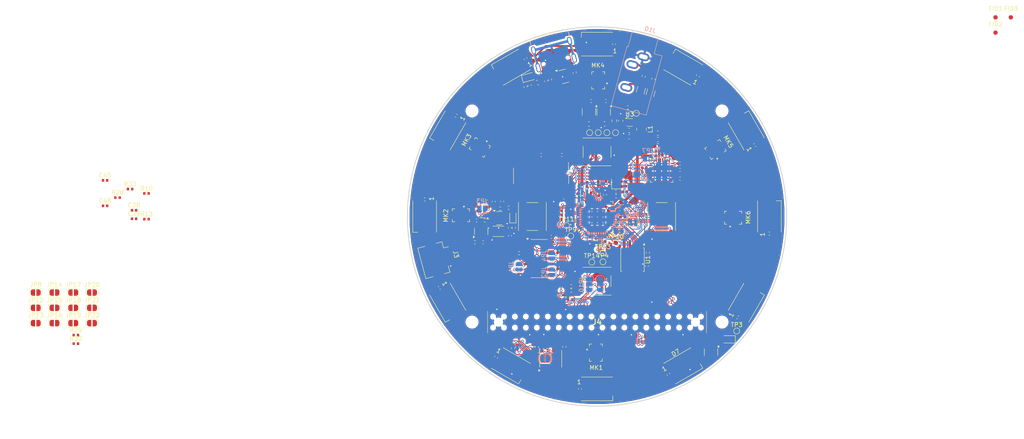
<source format=kicad_pcb>
(kicad_pcb (version 20240108) (generator "pcbnew") (generator_version "8.0")
  (layers (0 "F.Cu" signal "Front") (31 "B.Cu" signal "Back") (34 "B.Paste" user) (35 "F.Paste" user) (36 "B.SilkS" user "B.Silkscreen") (37 "F.SilkS" user "F.Silkscreen") (38 "B.Mask" user) (39 "F.Mask" user) (44 "Edge.Cuts" user))
  (property "CONFIGURATIONPARAMETERS" "")
  (property "CONFIGURATORNAME" "")
  (property "DOCUMENTNUMBER" "4")
  (property "ISUSERCONFIGURABLE" "")
  (property "SHEETTOTAL" "6")
  (property "VERSIONCONTROL_REVNUMBER" "")
  (net 0 "")
  (net 1 "GND")
  (net 2 "Net-(U2-PLL_AVDD)")
  (net 3 "Net-(U2-XIN)")
  (net 4 "Net-(C4-Pad1)")
  (net 5 "1V8")
  (net 6 "+5V")
  (net 7 "Net-(U3-EN)")
  (net 8 "0V9")
  (net 9 "Net-(U3-FB)")
  (net 10 "VDD_MIC")
  (net 11 "Net-(C30-Pad1)")
  (net 12 "Net-(C32-Pad2)")
  (net 13 "/U_DAC/HPL")
  (net 14 "Net-(C33-Pad2)")
  (net 15 "/U_DAC/HPR")
  (net 16 "3V3A")
  (net 17 "+3V3")
  (net 18 "/U_XMOS/VBUS")
  (net 19 "USB_VBUS")
  (net 20 "PI_+5V")
  (net 23 "/U_XMOS/USB_D_N")
  (net 24 "/U_XMOS/USB_D_P")
  (net 25 "/U_XMOS/XL_UP1")
  (net 26 "/U_XMOS/XL_UP0")
  (net 27 "/U_XMOS/XL_DN1")
  (net 28 "/XVF_RST_N")
  (net 29 "/U_XMOS/XL_DN0")
  (net 30 "/U_XMOS/TDI")
  (net 32 "/U_XMOS/TCK")
  (net 33 "/U_XMOS/TDO")
  (net 34 "/U_XMOS/TMS")
  (net 35 "Net-(J5-CC1)")
  (net 38 "Net-(J5-SHIELD)")
  (net 39 "Net-(J5-CC2)")
  (net 40 "/MUTE")
  (net 41 "/INT_N")
  (net 42 "/SPI_CLK")
  (net 43 "/I2S_BCLK")
  (net 44 "/SCL")
  (net 45 "/SPI_MISO")
  (net 46 "/SPI_MOSI")
  (net 47 "/I2S_DOUT")
  (net 48 "/BUT_A")
  (net 49 "/I2S_LRCK")
  (net 51 "/MCLK")
  (net 52 "/U_XMOS/X0D32")
  (net 53 "/SPI_CS_N")
  (net 54 "/SDA")
  (net 55 "/I2S_DIN")
  (net 56 "/U_XMOS/QSPI_D3")
  (net 57 "/U_XMOS/QSPI_D2")
  (net 58 "/U_XMOS/QSPI_CS_N")
  (net 59 "/U_XMOS/QSPI_CLK")
  (net 60 "/U_XMOS/QSPI_D0")
  (net 61 "/U_XMOS/QSPI_D1")
  (net 62 "Net-(U2-XOUT)")
  (net 63 "/U_Mics Mute/MIC_DATA_M")
  (net 64 "/U_Host/ID_SDA")
  (net 65 "Net-(Q1-G)")
  (net 66 "/U_Host/ID_SCL")
  (net 67 "Net-(D1-A)")
  (net 68 "Net-(R17-Pad1)")
  (net 69 "/U_Mics Mute/MIC_CLK_M")
  (net 70 "/DAC_RST_N")
  (net 71 "Net-(JP11-A)")
  (net 72 "Net-(MK1-DATA)")
  (net 73 "/U_XMOS/BOOT_SEL")
  (net 74 "/MIC_DATA2")
  (net 75 "Net-(MK2-DATA)")
  (net 76 "Net-(MK3-DATA)")
  (net 77 "/MIC_CLK")
  (net 78 "/MIC_DATA")
  (net 79 "Net-(U2-X1D18)")
  (net 80 "Net-(U2-X1D19)")
  (net 81 "Net-(U2-X1D22)")
  (net 82 "/U_XMOS/X0D36")
  (net 83 "/U_XMOS/X0D33")
  (net 84 "/U_XMOS/X0D35")
  (net 85 "/U_XMOS/X0D30")
  (net 86 "Net-(D1-K)")
  (net 89 "Net-(MK4-DATA)")
  (net 90 "Net-(R20-Pad1)")
  (net 91 "/U_Mics Mute/MIC_CLK2_M")
  (net 95 "Net-(JP3-A)")
  (net 96 "Net-(U5-~{CLR})")
  (net 97 "Net-(U5-D)")
  (net 98 "Net-(JP6-A)")
  (net 99 "/U_Mics Mute/MIC_DATA2_M")
  (net 101 "Net-(U5-C)")
  (net 103 "/U_XMOS/X0D31")
  (net 115 "Net-(D7-DOUT)")
  (net 116 "Net-(D7-DIN)")
  (net 117 "Net-(D8-DOUT)")
  (net 118 "Net-(D10-DIN)")
  (net 119 "Net-(D10-DOUT)")
  (net 120 "Net-(D11-DOUT)")
  (net 121 "Net-(D12-DOUT)")
  (net 122 "Net-(D13-DOUT)")
  (net 123 "Net-(D14-DOUT)")
  (net 124 "Net-(D15-DOUT)")
  (net 125 "Net-(D16-DOUT)")
  (net 126 "Net-(D17-DOUT)")
  (net 127 "Net-(D18-DOUT)")
  (net 128 "Net-(JP9-C)")
  (net 129 "Net-(JP9-A)")
  (net 130 "/BUT_B")
  (net 131 "Net-(JP10-C)")
  (net 132 "Net-(JP10-A)")
  (net 133 "/BUT_C")
  (net 134 "Net-(U2-X0D41)")
  (net 135 "/WS2812_CTRL")
  (net 139 "/U_Mics Mute/MUTE_ON")
  (net 140 "Net-(U3-SW)")
  (net 148 "/U_XMOS/X0D42")
  (net 150 "/U_XMOS/X0D43")
  (net 151 "Net-(JP8-B)")
  (net 152 "Net-(JP12-B)")
  (net 153 "Net-(JP13-A)")
  (net 154 "Net-(JP14-A)")
  (net 155 "Net-(JP15-A)")
  (net 156 "Net-(JP16-A)")
  (net 157 "Net-(JP17-B)")
  (net 158 "Net-(JP18-B)")
  (net 159 "Net-(JP19-A)")
  (net 160 "Net-(JP20-A)")
  (net 161 "Net-(JP21-A)")
  (net 162 "Net-(JP22-A)")
  (net 163 "Net-(MK5-DATA)")
  (net 164 "Net-(MK6-DATA)")
  (footprint "Capacitor_SMD:C_0402_1005Metric" (layer "F.Cu") (at -37.432 70.522)
    (property "Reference" "C29")
    (property "Value" "100nF")
  )
  (footprint "MountingHole:MountingHole_2.7mm_M2.5" (layer "F.Cu") (at 99 45.5 180)
    (property "Reference" "MH3" (hide yes))
    (property "Value" "MountingHole_2.7mm_M2.5" (hide yes))
  )
  (footprint "Resistor_SMD:R_0402_1005Metric" (layer "F.Cu") (at 49.481 67.9652)
    (property "Reference" "R16" (hide yes))
    (property "Value" "470R" (hide yes))
  )
  (footprint "Package_TO_SOT_SMD:SOT-23-6" (layer "F.Cu") (at 62.320863 37.497564 15)
    (property "Reference" "D6" (hide yes))
    (property "Value" "SRV05-4" (hide yes))
  )
  (footprint "Resistor_SMD:R_0402_1005Metric" (layer "F.Cu") (at 78.9432 71.4248 90)
    (property "Reference" "R4" (hide yes))
    (property "Value" "4K7" (hide yes))
  )
  (footprint "Capacitor_SMD:C_0402_1005Metric" (layer "F.Cu") (at 102.645428 93.420461 -30)
    (property "Reference" "C74" (hide yes))
    (property "Value" "10uF" (hide yes))
  )
  (footprint "LED_SMD:LED_WS2812B_PLCC4_5.0x5.0mm_P3.2mm" (layer "F.Cu") (at 35.358984 50 -120)
    (property "Reference" "D12" (hide yes))
    (property "Value" "WS2812B" (hide yes))
  )
  (footprint "Resistor_SMD:R_0402_1005Metric" (layer "F.Cu") (at -50.9372 99.4986)
    (property "Reference" "R30")
    (property "Value" "100R")
  )
  (footprint "TestPoint:TestPoint_Pad_D1.0mm" (layer "F.Cu") (at 74.295 50.546)
    (property "Reference" "TP6" (hide yes))
    (property "Value" "TestPoint" (hide yes))
  )
  (footprint "Capacitor_SMD:C_0402_1005Metric" (layer "F.Cu") (at 43.561 75.9782)
    (property "Reference" "C30" (hide yes))
    (property "Value" "1uF" (hide yes))
  )
  (footprint "TestPoint:TestPoint_Pad_D1.0mm" (layer "F.Cu") (at 70.2818 50.546 -90)
    (property "Reference" "TP7" (hide yes))
    (property "Value" "TestPoint" (hide yes))
  )
  (footprint "Capacitor_SMD:C_0402_1005Metric" (layer "F.Cu") (at 93.420461 37.354572 60)
    (property "Reference" "C71" (hide yes))
    (property "Value" "10uF" (hide yes))
  )
  (footprint "Resistor_SMD:R_0402_1005Metric" (layer "F.Cu") (at 64.008 87.1728)
    (property "Reference" "R45" (hide yes))
    (property "Value" "3.9K(5%)" (hide yes))
  )
  (footprint "Jumper:SolderJumper-2_P1.3mm_Open_RoundedPad1.0x1.5mm" (layer "F.Cu") (at -47.1972 87.6386)
    (property "Reference" "JP20")
    (property "Value" "SolderJumper_2_Open")
  )
  (footprint "Resistor_SMD:R_0402_1005Metric" (layer "F.Cu") (at 51.8942 78.5114 180)
    (property "Reference" "R20" (hide yes))
    (property "Value" "100R" (hide yes))
  )
  (footprint "Capacitor_SMD:C_0402_1005Metric" (layer "F.Cu") (at 57.0484 55.7276)
    (property "Reference" "C58" (hide yes))
    (property "Value" "100nF" (hide yes))
  )
  (footprint "Capacitor_SMD:C_0402_1005Metric" (layer "F.Cu") (at 72.047642 43.18 180)
    (property "Reference" "C44" (hide yes))
    (property "Value" "1uF" (hide yes))
  )
  (footprint "Capacitor_SMD:C_0603_1608Metric" (layer "F.Cu") (at 68.1228 48.5394 180)
    (property "Reference" "C11" (hide yes))
    (property "Value" "4.7uF" (hide yes))
  )
  (footprint "Resistor_SMD:R_0603_1608Metric" (layer "F.Cu") (at 74.0156 47.7774 -90)
    (property "Reference" "R32" (hide yes))
    (property "Value" "0R1" (hide yes))
  )
  (footprint "Capacitor_SMD:C_0402_1005Metric" (layer "F.Cu") (at -37.432 68.552)
    (property "Reference" "C28")
    (property "Value" "100nF")
  )
  (footprint "Capacitor_SMD:C_0402_1005Metric" (layer "F.Cu") (at 47.959 66.5148 90)
    (property "Reference" "C25" (hide yes))
    (property "Value" "100nF" (hide yes))
  )
  (footprint "Package_SO:SOIC-8_3.9x4.9mm_P1.27mm" (layer "F.Cu") (at 59.2478 103.0112 90)
    (property "Reference" "U10" (hide yes))
    (property "Value" "CAT24C256" (hide yes))
  )
  (footprint "TestPoint:TestPoint_Pad_D1.0mm" (layer "F.Cu") (at 63.9064 74.5236)
    (property "Reference" "TP9")
    (property "Value" "TestPoint")
  )
  (footprint "Package_TO_SOT_SMD:SOT-23" (layer "F.Cu") (at 43.4609 68.7272 180)
    (property "Reference" "Q1" (hide yes))
    (property "Value" "NTR4101P" (hide yes))
  )
  (footprint "Capacitor_SMD:C_0402_1005Metric" (layer "F.Cu") (at 81.5594 81.5086 90)
    (property "Reference" "C1" (hide yes))
    (property "Value" "100nF" (hide yes))
  )
  (footprint "MountingHole:MountingHole_2.7mm_M2.5" (layer "F.Cu") (at 99 94.5 180)
    (property "Reference" "MH1" (hide yes))
    (property "Value" "MountingHole_2.7mm_M2.5" (hide yes))
  )
  (footprint "Jumper:SolderJumper-2_P1.3mm_Open_RoundedPad1.0x1.5mm" (layer "F.Cu") (at -51.5472 87.6386)
    (property "Reference" "JP17")
    (property "Value" "SolderJumper_2_Open")
  )
  (footprint "Resistor_SMD:R_0402_1005Metric" (layer "F.Cu") (at 64.008 86.2076)
    (property "Reference" "R42" (hide yes))
    (property "Value" "15K(5%)" (hide yes))
  )
  (footprint "Capacitor_SMD:C_0402_1005Metric" (layer "F.Cu") (at 37.354572 46.579539 150)
    (property "Reference" "C68" (hide yes))
    (property "Value" "10uF" (hide yes))
  )
  (footprint "Resistor_SMD:R_0402_1005Metric" (layer "F.Cu") (at 60.833 81.6844 90)
    (property "Reference" "R18" (hide yes))
    (property "Value" "47K" (hide yes))
  )
  (footprint "Resistor_SMD:R_0402_1005Metric" (layer "F.Cu") (at 59.106266 38.298656 -75)
    (property "Reference" "R46" (hide yes))
    (property "Value" "5.1K" (hide yes))
  )
  (footprint "Fiducial:Fiducial_1mm_Mask2mm" (layer "F.Cu") (at 162.4704 27.3304)
    (property "Reference" "FID2")
    (property "Value" "Fiducial")
  )
  (footprint "Button_Switch_SMD:SW_SPST_PTS645" (layer "F.Cu") (at 55 70 -90)
    (property "Reference" "SW1" (hide yes))
    (property "Value" "SW_Push" (hide yes))
  )
  (footprint "Capacitor_SMD:C_0402_1005Metric" (layer "F.Cu") (at 69.7484 75.5904 -90)
    (property "Reference" "C5" (hide yes))
    (property "Value" "100nF" (hide yes))
  )
  (footprint "Resistor_SMD:R_0402_1005Metric" (layer "F.Cu") (at -41.264 65.617)
    (property "Reference" "R28")
    (property "Value" "100R")
  )
  (footprint "Resistor_SMD:R_0402_1005Metric" (layer "F.Cu") (at 77.5208 71.882)
    (property "Reference" "R2" (hide yes))
    (property "Value" "300R" (hide yes))
  )
  (footprint "Resistor_SMD:R_0402_1005Metric" (layer "F.Cu") (at 62.2808 70.612 180)
    (property "Reference" "R44" (hide yes))
    (property "Value" "100R" (hide yes))
  )
  (footprint "Crystal:Crystal_SMD_2016-4Pin_2.0x1.6mm" (layer "F.Cu") (at 74.738 62.442)
    (property "Reference" "Y1" (hide yes))
    (property "Value" "XRCGB" (hide yes))
  )
  (footprint "Resistor_SMD:R_0402_1005Metric" (layer "F.Cu") (at 77.1652 45.6184 180)
    (property "Reference" "R8" (hide yes))
    (property "Value" "10K" (hide yes))
  )
  (footprint "Jumper:SolderJumper-2_P1.3mm_Open_RoundedPad1.0x1.5mm" (layer "F.Cu") (at -55.8972 94.7386)
    (property "Reference" "JP16")
    (property "Value" "SolderJumper_2_Open")
  )
  (footprint "Capacitor_SMD:C_1206_3216Metric" (layer "F.Cu") (at 80.187042 40.667741 75)
    (property "Reference" "C33" (hide yes))
    (property "Value" "47uF" (hide yes))
  )
  (footprint "Resistor_SMD:R_0402_1005Metric" (layer "F.Cu") (at 62.4332 100.2304 90)
    (property "Reference" "R21" (hide yes))
    (property "Value" "3.9k" (hide yes))
  )
  (footprint "LED_SMD:LED_WS2812B_PLCC4_5.0x5.0mm_P3.2mm" (layer "F.Cu") (at 35.358984 90 -60)
    (property "Reference" "D10" (hide yes))
    (property "Value" "WS2812B" (hide yes))
  )
  (footprint "Inductor_SMD:L_0603_1608Metric" (layer "F.Cu") (at 56.196187 38.920633 -165)
    (property "Reference" "FB3" (hide yes))
    (property "Value" "120R" (hide yes))
  )
  (footprint "Inductor_SMD:L_1008_2520Metric" (layer "F.Cu") (at 80.3148 49.7332 -90)
    (property "Reference" "L1")
    (property "Value" "1U5")
  )
  (footprint "Resistor_SMD:R_0402_1005Metric" (layer "F.Cu") (at 60.833 77.8784 90)
    (property "Reference" "R14" (hide yes))
    (property "Value" "47K" (hide yes))
  )
  (footprint "LED_SMD:LED_WS2812B_PLCC4_5.0x5.0mm_P3.2mm" (layer "F.Cu") (at 110 70 90)
    (property "Reference" "D17" (hide yes))
    (property "Value" "WS2812B" (hide yes))
  )
  (footprint "TestPoint:TestPoint_Pad_D1.0mm" (layer "F.Cu") (at 71.374 78.486)
    (property "Reference" "TP13")
    (property "Value" "TestPoint")
  )
  (footprint "Fiducial:Fiducial_1mm_Mask2mm" (layer "F.Cu") (at 162.4704 23.7804)
    (property "Reference" "FID1")
    (property "Value" "Fiducial")
  )
  (footprint "LED_SMD:LED_WS2812B_PLCC4_5.0x5.0mm_P3.2mm" (layer "F.Cu") (at 70 30 180)
    (property "Reference" "D14" (hide yes))
    (property "Value" "WS2812B" (hide yes))
  )
  (footprint "Connector_PinHeader_1.27mm:PinHeader_2x10_P1.27mm_Vertical_SMD" (layer "F.Cu") (at 57.023 60.534 -90)
    (property "Reference" "J1" (hide yes))
    (property "Value" "Conn_02x10_Odd_Even" (hide yes))
  )
  (footprint "Jumper:SolderJumper-2_P1.3mm_Open_RoundedPad1.0x1.5mm" (layer "F.Cu") (at -60.2472 91.1886)
    (property "Reference" "JP12")
    (property "Value" "SolderJumper_2_Open")
  )
  (footprint "Resistor_SMD:R_0402_1005Metric" (layer "F.Cu") (at 51.4858 100.2538 90)
    (property "Reference" "R26" (hide yes))
    (property "Value" "6K8" (hide yes))
  )
  (footprint "Capacitor_SMD:C_0402_1005Metric" (layer "F.Cu") (at 73.96 30.018 90)
    (property "Reference" "C70" (hide yes))
    (property "Value" "10uF" (hide yes))
  )
  (footprint "LED_SMD:LED_WS2812B_PLCC4_5.0x5.0mm_P3.2mm" (layer "F.Cu") (at 90 104.641016 30)
    (property "Reference" "D7")
    (property "Value" "WS2812B")
  )
  (footprint "Library:XDCR_CMM-4030DT-26154-TR" (layer "F.Cu") (at 69.723 101.589375 180)
    (property "Reference" "MK1")
    (property "Value" "GMA4030H11-F26")
  )
  (footprint "Resistor_SMD:R_0402_1005Metric" (layer "F.Cu") (at -50.9372 97.5086)
    (property "Reference" "R29")
    (property "Value" "100R")
  )
  (footprint "Capacitor_SMD:C_0402_1005Metric" (layer "F.Cu") (at 71.882 75.2576 -90)
    (property "Reference" "C22" (hide yes))
    (property "Value" "100nF" (hide yes))
  )
  (footprint "Library:XDCR_CMM-4030DT-26154-TR" (layer "F.Cu") (at 70.277 38.410625)
    (property "Reference" "MK4")
    (property "Value" "GMA4030H11-F26")
  )
  (footprint "Package_SO:SOIC-14_3.9x8.7mm_P1.27mm" (layer "F.Cu") (at 56.577 79.756)
    (property "Reference" "U6" (hide yes))
    (property "Value" "74LVC125A" (hide yes))
  )
  (footprint "LED_SMD:LED_WS2812B_PLCC4_5.0x5.0mm_P3.2mm" (layer "F.Cu") (at 50 104.641016 -30)
    (property "Reference" "D9" (hide yes))
    (property "Value" "WS2812B" (hide yes))
  )
  (footprint "Resistor_SMD:R_0402_1005Metric" (layer "F.Cu") (at 51.8942 82.3214 180)
    (property "Reference" "R17" (hide yes))
    (property "Value" "100R" (hide yes))
  )
  (footprint "Resistor_SMD:R_0402_1005Metric" (layer "F.Cu") (at 53.427407 39.872894 -75)
    (property "Reference" "R41" (hide yes))
    (property "Value" "10K" (hide yes))
  )
  (footprint "Capacitor_SMD:C_0402_1005Metric" (layer "F.Cu") (at 49.7624 72.616 90)
    (property "Reference" "C60" (hide yes))
    (property "Value" "0.1uF" (hide yes))
  )
  (footprint "Package_SO:VSSOP-8_2.4x2.1mm_P0.5mm" (layer "F.Cu") (at 47.117 73.4382)
    (property "Reference" "U5" (hide yes))
    (property "Value" "74LVC2G74" (hide yes))
  )
  (footprint "Resistor_SMD:R_0402_1005Metric" (layer "F.Cu") (at 83.0834 38.1 75)
    (property "Reference" "R23" (hide yes))
    (property "Value" "10K" (hide yes))
  )
  (footprint "Capacitor_SMD:C_1206_3216Metric" (layer "F.Cu") (at 82.4484 41.275 75)
    (property "Reference" "C32" (hide yes))
    (property "Value" "47uF" (hide yes))
  )
  (footprint "Inductor_SMD:L_0402_1005Metric" (layer "F.Cu") (at 68.6308 65.024 90)
    (property "Reference" "FB1" (hide yes))
    (property "Value" "600R" (hide yes))
  )
  (footprint "Library:XDCR_CMM-4030DT-26154-TR" (layer "F.Cu") (at 101.589375 70.277 -90)
    (property "Reference" "MK6")
    (property "Value" "GMA4030H11-F26")
  )
  (footprint "LED_SMD:LED_0603_1608Metric" (layer "F.Cu") (at 50.4777 69.9972 90)
    (property "Reference" "D1" (hide yes))
    (property "Value" "APT1608" (hide yes))
  )
  (footprint "LED_SMD:LED_WS2812B_PLCC4_5.0x5.0mm_P3.2mm" (layer "F.Cu") (at 70 110)
    (property "Reference" "D8" (hide yes))
    (property "Value" "WS2812B" (hide yes))
  )
  (footprint "Capacitor_SMD:C_0402_1005Metric" (layer "F.Cu") (at 30.018 66.04 180)
    (property "Reference" "C67" (hide yes))
    (property "Value" "10uF" (hide yes))
  )
  (footprint "Jumper:SolderJumper-2_P1.3mm_Open_RoundedPad1.0x1.5mm" (layer "F.Cu") (at -55.8972 87.6386)
    (property "Reference" "JP14")
    (property "Value" "SolderJumper_2_Open")
  )
  (footprint "Capacitor_SMD:C_0402_1005Metric" (layer "F.Cu") (at 75.2576 68.326)
    (property "Reference" "C16" (hide yes))
    (property "Value" "100nF" (hide yes))
  )
  (footprint "Package_DFN_QFN:VQFN-32-1EP_5x5mm_P0.5mm_EP3.5x3.5mm_ThermalVias" (layer "F.Cu") (at 85 59.44)
    (property "Reference" "U7" (hide yes))
    (property "Value" "TLV320DAC3101" (hide yes))
  )
  (footprint "Jumper:SolderJumper-2_P1.3mm_Open_RoundedPad1.0x1.5mm" (layer "F.Cu") (at -55.8972 91.1886)
    (property "Reference" "JP15")
    (property "Value" "SolderJumper_2_Open")
  )
  (footprint "Capacitor_SMD:C_0402_1005Metric" (layer "F.Cu") (at 89.2556 61.214)
    (property "Reference" "C37" (hide yes))
    (property "Value" "100nF" (hide yes))
  )
  (footprint "Button_Switch_SMD:SW_SPST_PTS645" (layer "F.Cu") (at 70 55)
    (property "Reference" "SW2" (hide yes))
    (property "Value" "BUTTON 1" (hide yes))
  )
  (footprint "Resistor_SMD:R_0402_1005Metric" (layer "F.Cu") (at 83.6676 55.372 90)
    (property "Reference" "R24" (hide yes))
    (property "Value" "10K" (hide yes))
  )
  (footprint "Capacitor_SMD:C_0402_1005Metric" (layer "F.Cu") (at 77.1398 44.6786 180)
    (property "Reference" "C13" (hide yes))
    (property "Value" "560pF" (hide yes))
  )
  (footprint "Library:PinSocket_2x20_P2.54mm_Vertical_Through_SMD" (layer "F.Cu") (at 70 94.5 180)
    (property "Reference" "J4")
    (property "Value" "Conn_02x20_Odd_Even" (hide yes))
  )
  (footprint "Capacitor_SMD:C_0603_1608Metric" (layer "F.Cu") (at 71.755 48.514 180)
    (property "Reference" "C42" (hide yes))
    (property "Value" "4.7uF" (hide yes))
  )
  (footprint "Capacitor_SMD:C_0402_1005Metric" (layer "F.Cu") (at 89.2556 57.7088)
    (property "Reference" "C39" (hide yes))
    (property "Value" "100nF" (hide yes))
  )
  (footprint "TestPoint:TestPoint_Pad_D1.0mm" (layer "F.Cu") (at 68.2752 50.546 -90)
    (property "Reference" "TP8" (hide yes))
    (property "Value" "TestPoint" (hide yes))
  )
  (footprint "Jumper:SolderJumper-2_P1.3mm_Open_RoundedPad1.0x1.5mm" (layer "F.Cu") (at -60.2472 94.7386)
    (property "Reference" "JP13")
    (property "Value" "SolderJumper_2_Open")
  )
  (footprint "Capacitor_SMD:C_0402_1005Metric" (layer "F.Cu") (at 86.561539 106.605428 -60)
    (property "Reference" "C75" (hide yes))
    (property "Value" "10uF" (hide yes))
  )
  (footprint "Resistor_SMD:R_0402_1005Metric" (layer "F.Cu") (at 56.0578 100.2538 90)
    (property "Reference" "R27" (hide yes))
    (property "Value" "3.9k" (hide yes))
  )
  (footprint "Capacitor_SMD:C_0603_1608Metric" (layer "F.Cu") (at 75.4888 47.7774 90)
    (property "Reference" "C12" (hide yes))
    (property "Value" "10uF" (hide yes))
  )
  (footprint "Resistor_SMD:R_0402_1005Metric" (layer "F.Cu") (at 80.8228 37.4904 75)
    (property "Reference" "R22" (hide yes))
    (property "Value" "10K" (hide yes))
  )
  (footprint "Package_TO_SOT_SMD:TSOT-23-5" (layer "F.Cu") (at 68.125842 45.7255 -90)
    (property "Reference" "U8" (hide yes))
    (property "Value" "NCP114ASN330" (hide yes))
  )
  (footprint "Resistor_SMD:R_0402_1005Metric" (layer "F.Cu") (at 81.788 78.3844 90)
    (property "Reference" "R1" (hide yes))
    (property "Value" "4K7" (hide yes))
  )
  (footprint "Resistor_SMD:R_0402_1005Metric" (layer "F.Cu") (at 50.7276 72.6368 -90)
    (property "Reference" "R36" (hide yes))
    (property "Value" "20K" (hide yes))
  )
  (footprint "TestPoint:TestPoint_Pad_D1.0mm" (layer "F.Cu") (at 79.121 46.0502)
    (property "Reference" "TP1" (hide yes))
    (property "Value" "TestPoint" (hide yes))
  )
  (footprint "Jumper:SolderJumper-2_P1.3mm_Open_RoundedPad1.0x1.5mm" (layer "F.Cu") (at -51.5472 91.1886)
    (property "Reference" "JP18")
    (property "Value" "SolderJumper_2_Open")
  )
  (footprint "Capacitor_SMD:C_0402_1005Metric" (layer "F.Cu") (at 66.04 64.6684 180)
    (property "Reference" "C52" (hide yes))
    (property "Value" "100nF" (hide yes))
  )
  (footprint "Resistor_SMD:R_0402_1005Metric" (layer "F.Cu") (at -34.542 64.642)
    (property "Reference" "R10")
    (property "Value" "100R")
  )
  (footprint "Capacitor_SMD:C_0402_1005Metric" (layer "F.Cu") (at 89.2556 59.182)
    (property "Reference" "C38" (hide yes))
    (property "Value" "100nF" (hide yes))
  )
  (footprint "Resistor_SMD:R_0402_1005Metric" (layer "F.Cu") (at 75.2856 73.3552)
    (property "Reference" "R3" (hide yes))
    (property "Value" "4K7" (hide yes))
  )
  (footprint "Fiducial:Fiducial_1mm_Mask2mm" (layer "F.Cu") (at 166.0204 23.7804)
    (property "Reference" "FID3")
    (property "Value" "Fiducial")
  )
  (footprint "Resistor_SMD:R_0402_1005Metric" (layer "F.Cu") (at 62.2808 68.6816 180)
    (property "Reference" "R39" (hide yes))
    (property "Value" "33R" (hide yes))
  )
  (footprint "TestPoint:TestPoint_Pad_D1.0mm" (layer "F.Cu") (at 62.8904 72.0852)
    (property "Reference" "TP11")
    (property "Value" "TestPoint")
  )
  (footprint "LED_SMD:LED_WS2812B_PLCC4_5.0x5.0mm_P3.2mm" (layer "F.Cu") (at 90 35.358984 150)
    (property "Reference" "D15" (hide yes))
    (property "Value" "WS2812B" (hide yes))
  )
  (footprint "Library:XDCR_CMM-4030DT-26154-TR" (layer "F.Cu") (at 38.410625 69.723 90)
    (property "Reference" "MK2")
    (property "Value" "GMA4030H11-F26")
  )
  (footprint "Capacitor_SMD:C_0402_1005Metric" (layer "F.Cu") (at -44.154 61.607)
    (property "Reference" "C45")
    (property "Value" "100nF")
  )
  (footprint "Capacitor_SMD:C_0402_1005Metric" (layer "F.Cu") (at 76.708 62.484 -90)
    (property "Reference" "C4" (hide yes))
    (property "Value" "10pF" (hide yes))
  )
  (footprint "TestPoint:TestPoint_Pad_D1.0mm" (layer "F.Cu") (at 72.2884 50.546)
    (property "Reference" "TP5" (hide yes))
    (property "Value" "TestPoint" (hide yes))
  )
  (footprint "Diode_SMD:D_SOD-323F" (layer "F.Cu") (at 100.4824 98.5012 180)
    (property "Reference" "D5" (hide yes))
    (property "Value" "PMEG2010AEH" (hide yes))
  )
  (footprint "Resistor_SMD:R_0402_1005Metric" (layer "F.Cu") (at 64.808417 36.615064 -75)
    (property "Reference" "R47" (hide yes))
    (property "Value" "5.1K" (hide yes))
  )
  (footprint "LED_SMD:LED_WS2812B_PLCC4_5.0x5.0mm_P3.2mm" (layer "F.Cu") (at 104.641016 90 60)
    (property "Reference" "D18" (hide yes))
    (property "Value" "WS2812B" (hide yes))
  )
  (footprint "Capacitor_SMD:C_0402_1005Metric" (layer "F.Cu") (at -44.154 67.517)
    (property "Reference" "C48")
    (property "Value" "100nF")
  )
  (footprint "Capacitor_SMD:C_0402_1005Metric" (layer "F.Cu") (at 68.326 75.2576 -90)
    (property "Reference" "C21" (hide yes))
    (property "Value" "100nF" (hide yes))
  )
  (footprint "Capacitor_SMD:C_0402_1005Metric" (layer "F.Cu") (at 71.882 64.9504 90)
    (property "Reference" "C17" (hide yes))
    (property "Value" "100nF" (hide yes))
  )
  (footprint "Jumper:SolderJumper-2_P1.3mm_Open_RoundedPad1.0x1.5mm" (layer "F.Cu") (at -47.1972 94.7386)
    (property "Reference" "JP22")
    (property "Value" "SolderJumper_2_Open")
  )
  (footprint "Connector_USB:USB_C_Receptacle_G-Switch_GT-USB-7010ASV" (layer "F.Cu") (at 59.716608 31.359233 -165)
    (property "Reference" "J5" (hide yes))
    (property "Value" "USB_C_Receptacle_USB2.0_16P" (hide yes))
  )
  (footprint "Resistor_SMD:R_0402_1005Metric" (layer "F.Cu") (at -38.354 63.627)
    (property "Reference" "R33")
    (property "Value" "100R")
  )
  (footprint "Capacitor_SMD:C_0402_1005Metric" (layer "F.Cu") (at 80.9752 59.6138 180)
    (property "Reference" "C59" (hide yes))
    (property "Value" "100nF" (hide yes))
  )
  (footprint "Resistor_SMD:R_0402_1005Metric" (layer "F.Cu") (at 62.2808 69.6468 180)
    (property "Reference" "R40" (hide yes))
    (property "Value" "33R" (hide yes))
  )
  (footprint "Resistor_SMD:R_0402_1005Metric" (layer "F.Cu") (at 63.246 88.7476 -90)
    (property "Reference" "R49" (hide yes))
    (property "Value" "10K(5%)" (hide yes))
  )
  (footprint "Inductor_SMD:L_0603_1608Metric" (layer "F.Cu") (at 84.1248 53.594)
    (property "Reference" "FB4" (hide yes))
    (property "Value" "120R" (hide yes))
  )
  (footprint "Capacitor_SMD:C_0402_1005Metric" (layer "F.Cu") (at 75.946 70.104)
    (property "Reference" "C9" (hide yes))
    (property "Value" "100nF" (hide yes))
  )
  (footprint "Capacitor_SMD:C_0402_1005Metric" (layer "F.Cu") (at 61.8236 55.7276 180)
    (property "Reference" "C55" (hide yes))
    (property "Value" "100nF" (hide yes))
  )
  (footprint "Package_TO_SOT_SMD:SOT-23" (layer "F.Cu") (at 47.324 70.3782)
    (property "Reference" "Q2" (hide yes))
    (property "Value" "FDV301N" (hide yes))
  )
  (footprint "Capacitor_SMD:C_0402_1005Metric" (layer "F.Cu") (at 67.6656 64.5668 90)
    (property "Reference" "C18" (hide yes))
    (property "Value" "100nF" (hide yes))
  )
  (footprint "TestPoint:TestPoint_Pad_D1.0mm" (layer "F.Cu") (at 102.4128 96.5708)
    (property "Reference" "TP3")
    (property "Value" "TestPoint")
  )
  (footprint "Capacitor_SMD:C_0402_1005Metric" (layer "F.Cu") (at 66.04 109.982 -90)
    (property "Reference" "C57" (hide yes))
    (property "Value" "10uF" (hide yes))
  )
  (footprint "Jumper:SolderJumper-2_P1.3mm_Open_RoundedPad1.0x1.5mm" (layer "F.Cu") (at -51.5472 94.7386)
    (property "Reference" "JP19")
    (property "Value" "SolderJumper_2_Open")
  )
  (footprint "Resistor_SMD:R_0402_1005Metric" (layer "F.Cu") (at 43.942 70.8982)
    (property "Reference" "R48" (hide yes))
    (property "Value" "330R" (hide yes))
  )
  (footprint "Resistor_SMD:R_0402_1005Metric" (layer "F.Cu") (at 76.454 64.262)
    (property "Reference" "R7" (hide yes))
    (property "Value" "680R" (hide yes))
  )
  (footprint "Package_SO:SOIC-8_5.23x5.23mm_P1.27mm" (layer "F.Cu") (at 78.232 80.0102 -90)
    (property "Reference" "U1")
    (property "Value" "W25Q64JVSSIQ")
  )
  (footprint "Capacitor_SMD:C_0402_1005Metric" (layer "F.Cu") (at 70.4088 64.6176 90)
    (property "Reference" "C2" (hide yes))
    (property "Value" "1uF" (hide yes))
  )
  (footprint "Capacitor_SMD:C_0402_1005Metric" (layer "F.Cu") (at 76.0984 66.9036)
    (property "Reference" "C15" (hide yes))
    (property "Value" "1uF" (hide yes))
  )
  (footprint "Capacitor_SMD:C_0402_1005Metric" (layer "F.Cu") (at 64.996 70.104 180)
    (property "Reference" "C8" (hide yes))
    (property "Value" "100nF" (hide yes))
  )
  (footprint "Resistor_SMD:R_0402_1005Metric" (layer "F.Cu") (at 42.4746 66.5428 180)
    (property "Reference" "R11" (hide yes))
    (property "Value" "47K" (hide yes))
  )
  (footprint "Capacitor_SMD:C_0402_1005Metric" (layer "F.Cu") (at 75.2348 71.8312)
    (property "Reference" "C23" (hide yes))
    (property "Value" "100nF" (hide yes))
  )
  (footprint "Capacitor_SMD:C_0402_1005Metric" (layer "F.Cu") (at 74.394 64.262)
    (property "Reference" "C3" (hide yes))
    (property "Value" "10pF" (hide yes))
  )
  (footprint "TestPoint:TestPoint_Pad_D1.0mm" (layer "F.Cu") (at 74.3712 76.1238)
    (property "Reference" "TP10")
    (property "Value" "TestPoint")
  )
  (footprint "Capacitor_SMD:C_0402_1005Metric" (layer "F.Cu") (at 33.394572 86.561539 -150)
    (property "Reference" "C66" (hide yes))
    (property "Value" "10uF" (hide yes))
  )
  (footprint "Capacitor_SMD:C_0402_1005Metric" (layer "F.Cu") (at 85.1408 55.2704 90)
    (property "Reference" "C36" (hide yes))
    (property "Value" "100nF" (hide yes))
  )
  (footprint "Resistor_SMD:R_0402_1005Metric" (layer "F.Cu") (at -34.542 70.612)
    (property "Reference" "R13")
    (property "Value" "100R")
  )
  (footprint "Capacitor_SMD:C_0402_1005Metric" (layer "F.Cu") (at 68.618642 43.2054 180)
    (property "Reference" "C10" (hide yes))
    (property "Value" "1uF" (hide yes))
  )
  (footprint "Capacitor_SMD:C_0603_1608Metric" (layer "F.Cu") (at 84.1248 52.1208 180)
    (property "Reference" "C34" (hide yes))
    (property "Value" "4.7uF" (hide yes))
  )
  (footprint "Resistor_SMD:R_0402_1005Metric" (layer "F.Cu") (at 64.2112 88.7476 -90)
    (property "Reference" "R43" (hide yes))
    (property "Value" "10K(5%)" (hide yes))
  )
  (footprint "Capacitor_SMD:C_0402_1005Metric" (layer "F.Cu") (at 53.438461 33.394572 120)
    (property "Reference" "C69" (hide yes))
    (property "Value" "10uF" (hide yes))
  )
  (footprint "Library:QFN-60-1EP_7x7mm_P0.4mm_EP3.6x3.6mm_ThermalVias" (layer "F.Cu") (at 70.104 70.104 180)
    (property "Reference" "U2" (hide yes))
    (property "Value" "XU316-1024-QF60B-C24" (hide yes))
  )
  (footprint "Connector_FFC-FPC:Hirose_FH12-8S-0.5SH_1x08-1MP_P0.50mm_Horizontal" (layer "F.Cu") (at 33.684258 79.71687 -75)
    (property "Reference" "J3")
    (property "Value" "Conn_01x08_MountingPin")
  )
  (footprint "Button_Switch_SMD:SW_SPST_PTS645" (layer "F.Cu") (at 85 70 -90)
    (property "Reference" "SW3" (hide yes))
    (property "Value" "BUTTON 2" (hide yes))
  )
  (footprint "Capacitor_SMD:C_0402_1005Metric" (layer "F.Cu") (at 54.351954 39.594104 -75)
    (property "Reference" "C54" (hide yes))
    (property "Value" "100nF" (hide yes))
  )
  (footprint "Capacitor_SMD:C_0402_1005Metric" (layer "F.Cu") (at 44.4818 66.5428)
    (property "Reference" "C27" (hide yes))
    (property "Value" "100nF" (hide yes))
  )
  (footprint "Package_TO_SOT_SMD:SOT-23-5" (layer "F.Cu") (at 96.454 101.4785 -90)
    (property "Reference" "U16" (hide yes))
    (property "Value" "74AHCT1G125" (hide yes))
  )
  (footprint "Capacitor_SMD:C_0603_1608Metric" (layer "F.Cu") (at 77.47 50.0126 180)
    (property "Reference" "C14" (hide yes))
    (property "Value" "22uF" (hide yes))
  )
  (footprint "Capacitor_SMD:C_0402_1005Metric" (layer "F.Cu") (at 46.0286 66.52 90)
    (property "Reference" "C26" (hide yes))
    (property "Value" "1uF" (hide yes))
  )
  (footprint "Library:XDCR_CMM-4030DT-26154-TR" (layer "F.Cu") (at 42.781299 53.965423 60)
    (property "Reference" "MK3")
    (property "Value" "GMA4030H11-F26")
  )
  (footprint "Capacitor_SMD:C_0402_1005Metric" (layer "F.Cu") (at 59.3624 74.7014 180)
    (property "Reference" "C31" (hide yes))
    (property "Value" "100nF" (hide yes))
  )
  (footprint "Capacitor_SMD:C_0402_1005Metric" (layer "F.Cu") (at 42.037 70.8982 180)
    (property "Reference" "C62" (hide yes))
    (property "Value" "22pF" (hide yes))
  )
  (footprint "Capacitor_SMD:C_0402_1005Metric" (layer "F.Cu") (at 72.8472 62.512 90)
    (property "Reference" "C7" (hide yes))
    (property "Value" "100nF" (hide yes))
  )
  (footprint "MountingHole:MountingHole_2.7mm_M2.5" (layer "F.Cu") (at 41 94.5 180)
    (property "Reference" "MH2" (hide yes))
    (property "Value" "MountingHole_2.7mm_M2.5" (hide yes))
  )
  (footprint "Capacitor_SMD:C_0402_1005Metric" (layer "F.Cu") (at 64.9504 71.882 180)
    (property "Reference" "C20" (hide yes))
    (property "Value" "100nF" (hide yes))
  )
  (footprint "Capacitor_SMD:C_0402_1005Metric" (layer "F.Cu") (at 58.173955 38.548468 -75)
    (property "Reference" "C53" (hide yes))
    (property "Value" "100nF" (hide yes))
  )
  (footprint "Capacitor_SMD:C_0402_1005Metric" (layer "F.Cu") (at 55.0926 100.2284 90)
    (property "Reference" "C43" (hide yes))
    (property "Value" "100n" (hide yes))
  )
  (footprint "Capacitor_SMD:C_0402_1005Metric" (layer "F.Cu") (at 109.982 73.96)
    (property "Reference" "C73" (hide yes))
    (property "Value" "10uF" (hide yes))
  )
  (footprint "MountingHole:MountingHole_2.7mm_M2.5" (layer "F.Cu") (at 41 45.5 180)
    (property "Reference" "MH4" (hide yes))
    (property "Value" "MountingHole_2.7mm_M2.5" (hide yes))
  )
  (footprint "Resistor_SMD:R_0402_1005Metric" (layer "F.Cu") (at 47.5526 68.1684)
    (property "Reference" "R12" (hide yes))
    (property "Value" "10K" (hide yes))
  )
  (footprint "Capacitor_SMD:C_0402_1005Metric" (layer "F.Cu") (at 46.579539 102.645428 -120)
    (property "Reference" "C65" (hide yes))
    (property "Value" "10uF" (hide yes))
  )
  (footprint "TestPoint:TestPoint_Pad_D1.0mm" (layer "F.Cu") (at 71.374 80.518)
    (property "Reference" "TP4")
    (property "Value" "TestPoint")
  )
  (footprint "Capacitor_SMD:C_0402_1005Metric" (layer "F.Cu") (at 62.279 66.2956 180)
    (property "Reference" "C41" (hide yes))
    (property "Value" "100nF" (hide yes))
  )
  (footprint "Capacitor_SMD:C_0402_1005Metric" (layer "F.Cu") (at 106.605428 53.438461 30)
    (property "Reference" "C72" (hide yes))
    (property "Value" "10uF" (hide yes))
  )
  (footprint "Jumper:SolderJumper-2_P1.3mm_Open_RoundedPad1.0x1.5mm" (layer "F.Cu") (at -60.2472 87.6386)
    (property "Reference" "JP8")
    (property "Value" "SolderJumper_2_Open")
  )
  (footprint "TestPoint:TestPoint_Pad_D1.0mm" (layer "F.Cu") (at 68.7832 80.5688)
    (property "Reference" "TP14")
    (property "Value" "TestPoint")
  )
  (footprint "Resistor_SMD:R_0402_1005Metric" (layer "F.Cu") (at 70.3072 62.3316 -90)
    (property "Reference" "R5" (hide yes))
    (property "Value" "10K" (hide yes))
  )
  (footprint "Library:XDCR_CMM-4030DT-26154-TR" (layer "F.Cu") (at 97.495701 54.445202 -60)
    (property "Reference" "MK5")
    (property "Value" "GMA4030H11-F26")
  )
  (footprint "Jumper:SolderJumper-2_P1.3mm_Open_RoundedPad1.0x1.5mm" (layer "F.Cu") (at -47.1972 91.1886)
    (property "Reference" "JP21")
    (property "Value" "SolderJumper_2_Open")
  )
  (footprint "Capacitor_SMD:C_0402_1005Metric" (layer "F.Cu") (at 82.3976 55.4228 -90)
    (property "Reference" "C56" (hide yes))
    (property "Value" "100nF" (hide yes))
  )
  (footprint "LED_SMD:LED_WS2812B_PLCC4_5.0x5.0mm_P3.2mm" (layer "F.Cu") (at 30 70 -90)
    (property "Reference" "D11" (hide yes))
    (property "Value" "WS2812B" (hide yes))
  )
  (footprint "Package_TO_SOT_SMD:SOT-563" (layer "F.Cu") (at 77.585 48.1664)
    (property "Reference" "U3")
    (property "Value" "AP61102")
  )
  (footprint "Capacitor_SMD:C_0402_1005Metric" (layer "F.Cu") (at 80.9752 58.6486 180)
    (property "Reference" "C40" (hide yes))
    (property "Value" "100nF" (hide yes))
  )
  (footprint "Package_TO_SOT_SMD:TSOT-23-5" (layer "F.Cu") (at 71.539642 45.72 -90)
    (property "Reference" "U9" (hide yes))
    (property "Value" "NCP114ASN180" (hide yes))
  )
  (footprint "Package_TO_SOT_SMD:SOT-23-5" (layer "F.Cu") (at 43.119 73.4437 90)
    (property "Reference" "U4" (hide yes))
    (property "Value" "74LVC1G17" (hide yes))
  )
  (footprint "Capacitor_SMD:C_0402_1005Metric" (layer "F.Cu") (at 64.9504 68.326 180)
    (property "Reference" "C19" (hide yes))
    (property "Value" "100nF" (hide yes))
  )
  (footprint "Button_Switch_SMD:SW_SPST_PTS645" (layer "F.Cu") (at 70 85 180)
    (property "Reference" "SW4" (hide yes))
    (property "Value" "BUTTON 3" (hide yes))
  )
  (footprint "LED_SMD:LED_WS2812B_PLCC4_5.0x5.0mm_P3.2mm" (layer "F.Cu") (at 104.641016 50 120)
    (property "Reference" "D16" (hide yes))
    (property "Value" "WS2812B" (hide yes))
  )
  (footprint "Capacitor_SMD:C_0402_1005Metric" (layer "F.Cu") (at 67.6656 62.512 -90)
    (property "Reference" "C6" (hide yes))
    (property "Value" "100nF" (hide yes))
  )
  (footprint "Diode_SMD:D_SOD-323F" (layer "F.Cu") (at 54.203577 37.666422 15)
    (property "Reference" "D4" (hide yes))
    (property "Value" "PMEG2010AEH" (hide yes))
  )
  (footprint "Capacitor_SMD:C_0402_1005Metric" (layer "F.Cu") (at 49.784 74.4542 -90)
    (property "Reference" "C61" (hide yes))
    (property "Value" "1uF" (hide yes))
  )
  (footprint "Resistor_SMD:R_0402_1005Metric" (layer "F.Cu") (at 41.656 75.9782)
    (property "Reference" "R15" (hide yes))
    (property "Value" "10K" (hide yes))
  )
  (footprint "LED_SMD:LED_WS2812B_PLCC4_5.0x5.0mm_P3.2mm" (layer "F.Cu") (at 50 35.358984 -150)
    (property "Reference" "D13" (hide yes))
    (property "Value" "WS2812B" (hide yes))
  )
  (footprint "Capacitor_SMD:C_0603_1608Metric" (layer "F.Cu") (at 84.1248 50.6476 180)
    (property "Reference" "C35" (hide yes))
    (property "Value" "4.7uF" (hide yes))
  )
  (footprint "Resistor_SMD:R_0402_1005Metric" (layer "F.Cu") (at 62.2808 88.7476 90)
    (property "Reference" "R19" (hide yes))
    (property "Value" "10K(5%)" (hide yes))
  )
  (footprint "Resistor_SMD:R_0402_1005Metric" (layer "F.Cu") (at 50.5206 100.5586 90)
    (property "Reference" "R25" (hide yes))
    (property "Value" "6K8" (hide yes))
  )
  (footprint "Resistor_SMD:R_0402_1005Metric" (layer "F.Cu") (at 74.422 65.278)
    (property "Reference" "R6" (hide yes))
    (property "Value" "1M" (hide yes))
  )
  (footprint "Inductor_SMD:L_0402_1005Metric" (layer "F.Cu") (at 46.9938 66.515 -90)
    (property "Reference" "FB2" (hide yes))
    (property "Value" "600R" (hide yes))
  )
  (footprint "Capacitor_SMD:C_0603_1608Metric" (layer "F.Cu") (at 77.47 51.4858 180)
    (property "Reference" "C24" (hide yes))
    (property "Value" "22uF" (hide yes))
  )
  (footprint "Resistor_SMD:R_0402_1005Metric" (layer "F.Cu") (at 77.1652 46.5836)
    (property "Reference" "R9" (hide yes))
    (property "Value" "20K" (hide yes))
  )
  (footprint "Jumper:SolderJumper-3_P1.3mm_Bridged12_RoundedPad1.0x1.5mm" (layer "B.Cu") (at 68.199 85.7504 -90)
    (property "Reference" "JP10")
    (property "Value" "SolderJumper_3_Bridged12")
  )
  (footprint "Jumper:SolderJumper-3_P1.3mm_Bridged12_RoundedPad1.0x1.5mm" (layer "B.Cu") (at 70.7489 85.7504 -90)
    (property "Reference" "JP9" (hide yes))
    (property "Value" "SolderJumper_3_Bridged12" (hide yes))
  )
  (footprint "Jumper:SolderJumper-2_P1.3mm_Open_RoundedPad1.0x1.5mm" (layer "B.Cu") (at 74.9808 73.4568 180)
    (property "Reference" "JP5")
    (property "Value" "SolderJumper_2_Open")
  )
  (footprint "Jumper:SolderJumper-2_P1.3mm_Open_RoundedPad1.0x1.5mm" (layer "B.Cu") (at 57.9628 102.9462 180)
    (property "Reference" "JP11")
    (property "Value" "ID_WP")
  )
  (footprint "NetTie:NetTie-2_SMD_Pad0.5mm" (layer "B.Cu") (at 59.4868 30.8864 105)
    (property "Reference" "NT1" (hide yes))
    (property "Value" "NetTie_2" (hide yes))
  )
  (footprint "Jumper:SolderJumper-2_P1.3mm_Open_RoundedPad1.0x1.5mm" (layer "B.Cu") (at 81.788 56.5404 180)
    (property "Reference" "JP7")
    (property "Value" "SolderJumper_2_Open")
  )
  (footprint "Connector_Audio:Jack_3.5mm_CUI_SJ1-3533NG_Horizontal" (layer "B.Cu") (at 80.772 32.931364 165)
    (property "Reference" "J10")
    (property "Value" "AudioJack3")
  )
  (footprint "Jumper:SolderJumper-2_P1.3mm_Open_RoundedPad1.0x1.5mm" (layer "B.Cu") (at 78.3336 71.3232 180)
    (property "Reference" "JP6")
    (property "Value" "SolderJumper_2_Open")
  )
  (footprint "Jumper:SolderJumper-2_P1.3mm_Open_RoundedPad1.0x1.5mm" (layer "B.Cu") (at 59.5122 82.931 -90)
    (property "Reference" "JP2")
    (property "Value" "SolderJumper_2_Open")
  )
  (footprint "Jumper:SolderJumper-2_P1.3mm_Open_RoundedPad1.0x1.5mm" (layer "B.Cu") (at 43.3466 68.2192 180)
    (property "Reference" "JP3")
    (property "Value" "SolderJumper_2_Open")
  )
  (footprint "Jumper:SolderJumper-2_P1.3mm_Open_RoundedPad1.0x1.5mm" (layer "B.Cu") (at 59.5122 79.121 -90)
    (property "Reference" "JP4")
    (property "Value" "SolderJumper_2_Open")
  )
  (footprint "Jumper:SolderJumper-2_P1.3mm_Open_RoundedPad1.0x1.5mm" (layer "B.Cu") (at 51.8942 81.6714 -90)
    (property "Reference" "JP1")
    (property "Value" "SolderJumper_2_Open")
  )
  (gr_circle (center 70 70) (end 114 70) (stroke (width 0.2)) (fill none) (layer "Edge.Cuts"))
  (segment (start 84.577 55.3542) (end 84.577 56.505854) (width 0.2) (layer "F.Cu") (net 1))
  (segment (start 57.25 66.02) (end 59.416 66.02) (width 0.2) (layer "F.Cu") (net 1))
  (segment (start 61.6712 58.3808) (end 61.468 58.584) (width 0.2) (layer "F.Cu") (net 1))
  (segment (start 34.678207 79.191723) (end 34.591233 79.342366) (width 0.2) (layer "F.Cu") (net 1))
  (segment (start 62.738 91.5924) (end 63.6476 91.5924) (width 0.2) (layer "F.Cu") (net 1))
  (segment (start 70.3326 97.409) (end 71.269 97.409) (width 0.2) (layer "F.Cu") (net 1))
  (segment (start 35.665335 79.962499) (end 34.937027 80.157649) (width 0.2) (layer "F.Cu") (net 1))
  (segment (start 85.1408 54.7904) (end 84.577 55.3542) (width 0.2) (layer "F.Cu") (net 1))
  (segment (start 63.9064 71.882) (end 64.4704 71.882) (width 0.2) (layer "F.Cu") (net 1))
  (segment (start 34.937027 80.157649) (end 34.850052 80.308292) (width 0.2) (layer "F.Cu") (net 1))
  (segment (start 42.6835 72.7238) (end 44.069 74.1093) (width 0.175) (layer "F.Cu") (net 1))
  (segment (start 47.1757 72.644) (end 47.1757 72.1174) (width 0.2) (layer "F.Cu") (net 1))
  (segment (start 75.4888 47.1845) (end 76.4707 48.1664) (width 0.3) (layer "F.Cu") (net 1))
  (segment (start 86.75 61.89) (end 86.75 61.19) (width 0.2) (layer "F.Cu") (net 1))
  (segment (start 77.081329 66.9036) (end 76.5784 66.9036) (width 0.2) (layer "F.Cu") (net 1))
  (segment (start 68.326 75.7376) (end 68.326 76.3016) (width 0.2) (layer "F.Cu") (net 1))
  (segment (start 95.504 100.341) (end 95.504 99.678501) (width 0.4) (layer "F.Cu") (net 1))
  (segment (start 86.75 56.99) (end 86.75 57.69) (width 0.2) (layer "F.Cu") (net 1))
  (segment (start 73.3754 62.032) (end 73.3806 62.0268) (width 0.2) (layer "F.Cu") (net 1))
  (segment (start 75.7936 75.7586) (end 76.327 76.292) (width 0.2) (layer "F.Cu") (net 1))
  (segment (start 63.680693 32.602619) (end 63.988895 33.752844) (width 0.15) (layer "F.Cu") (net 1))
  (segment (start 84.577 56.505854) (end 84.75 56.678854) (width 0.2) (layer "F.Cu") (net 1))
  (segment (start 82.3976 55.9028) (end 82.5272 55.9028) (width 0.2) (layer "F.Cu") (net 1))
  (segment (start 76.1746 50.533) (end 76.695 50.0126) (width 0.4) (layer "F.Cu") (net 1))
  (segment (start 71.567642 44.5545) (end 71.539642 44.5825) (width 0.4) (layer "F.Cu") (net 1))
  (segment (start 77.128588 48.1664) (end 76.835 48.1664) (width 0.2) (layer "F.Cu") (net 1))
  (segment (start 86.25 60.69) (end 85 59.44) (width 0.2) (layer "F.Cu") (net 1))
  (segment (start 63.952 70.104) (end 64.516 70.104) (width 0.2) (layer "F.Cu") (net 1))
  (segment (start 75.438 62.992) (end 75.438 63.698) (width 0.2) (layer "F.Cu") (net 1))
  (segment (start 35.147697 78.030647) (end 34.419388 78.225797) (width 0.2) (layer "F.Cu") (net 1))
  (segment (start 70.9676 49.3776) (end 70.9676 48.5264) (width 0.2) (layer "F.Cu") (net 1))
  (segment (start 34.332414 78.376441) (end 34.527564 79.104749) (width 0.2) (layer "F.Cu") (net 1))
  (segment (start 45.6517 74.2729) (end 45.567 74.1882) (width 0.2) (layer "F.Cu") (net 1))
  (segment (start 76.327 76.292) (end 76.327 76.4102) (width 0.2) (layer "F.Cu") (net 1))
  (segment (start 57.589747 35.785527) (end 57.265189 35.598144) (width 0.15) (layer "F.Cu") (net 1))
  (segment (start 60.418217 80.759617) (end 60.833 81.1744) (width 0.2) (layer "F.Cu") (net 1))
  (segment (start 45.6517 75.438) (end 45.6517 74.2729) (width 0.2) (layer "F.Cu") (net 1))
  (segment (start 34.527564 79.104749) (end 34.678207 79.191723) (width 0.2) (layer "F.Cu") (net 1))
  (segment (start 45.567 74.1882) (end 44.462 74.1882) (width 0.2) (layer "F.Cu") (net 1))
  (segment (start 87.45 60.69) (end 86.25 60.69) (width 0.2) (layer "F.Cu") (net 1))
  (segment (start 35.924154 80.928425) (end 35.924154 81.339354) (width 0.2) (layer "F.Cu") (net 1))
  (segment (start 55.0926 99.7484) (end 55.0926 99.0126) (width 0.2) (layer "F.Cu") (net 1))
  (segment (start 96.988699 99.2632) (end 97.404 99.678501) (width 0.4) (layer "F.Cu") (net 1))
  (segment (start 71.567642 43.18) (end 71.567642 44.5545) (width 0.4) (layer "F.Cu") (net 1))
  (segment (start 82.5272 55.9028) (end 83.058 55.372) (width 0.2) (layer "F.Cu") (net 1))
  (segment (start 75.438 62.992) (end 75.223 62.992) (width 0.2) (layer "F.Cu") (net 1))
  (segment (start 62.014487 37.571992) (end 61.240008 37.779514) (width 0.4) (layer "F.Cu") (net 1))
  (segment (start 56.962474 34.468397) (end 57.150989 34.14188) (width 0.15) (layer "F.Cu") (net 1))
  (segment (start 77.658 46.6008) (end 77.658 47.7926) (width 0.4) (layer "F.Cu") (net 1))
  (segment (start 63.9064 68.326) (end 64.4704 68.326) (width 0.2) (layer "F.Cu") (net 1))
  (segment (start 46.7614 91.5416) (end 45.9184 91.5416) (width 0.2) (layer "F.Cu") (net 1))
  (segment (start 71.882 63.9064) (end 71.882 64.4704) (width 0.2) (layer "F.Cu") (net 1))
  (segment (start 86.75 61.19) (end 85 59.44) (width 0.2) (layer "F.Cu") (net 1))
  (segment (start 72.644 62.032) (end 73.3754 62.032) (width 0.2) (layer "F.Cu") (net 1))
  (segment (start 64.9002 82.75) (end 66.02 82.75) (width 0.2) (layer "F.Cu") (net 1))
  (segment (start 42.6835 71.638564) (end 42.6835 72.7238) (width 0.175) (layer "F.Cu") (net 1))
  (segment (start 57.108275 36.730335) (end 57.087984 36.654606) (width 0.4) (layer "F.Cu") (net 1))
  (segment (start 95.919301 99.2632) (end 96.988699 99.2632) (width 0.4) (layer "F.Cu") (net 1))
  (segment (start 64.897 82.7532) (end 64.9002 82.75) (width 0.2) (layer "F.Cu") (net 1))
  (segment (start 77.112729 66.935) (end 77.081329 66.9036) (width 0.2) (layer "F.Cu") (net 1))
  (segment (start 75.223 62.9294) (end 74.1856 61.892) (width 0.3) (layer "F.Cu") (net 1))
  (segment (start 73.3806 62.0268) (end 73.3858 62.032) (width 0.2) (layer "F.Cu") (net 1))
  (segment (start 73.898 62.032) (end 74.038 61.892) (width 0.2) (layer "F.Cu") (net 1))
  (segment (start 58.5436 97.3836) (end 58.57 97.41) (width 0.2) (layer "F.Cu") (net 1))
  (segment (start 76.331157 68.3157) (end 76.320857 68.326) (width 0.2) (layer "F.Cu") (net 1))
  (segment (start 54.357 97.41) (end 53.49 97.41) (width 0.2) (layer "F.Cu") (net 1))
  (segment (start 34.850052 80.308292) (end 35.045202 81.0366) (width 0.2) (layer "F.Cu") (net 1))
  (segment (start 89.9414 97.409) (end 89.9404 97.41) (width 0.2) (layer "F.Cu") (net 1))
  (segment (start 54.3814 97.4344) (end 54.357 97.41) (width 0.2) (layer "F.Cu") (net 1))
  (segment (start 97.404 99.678501) (end 97.404 100.341) (width 0.4) (layer "F.Cu") (net 1))
  (segment (start 83.6676 54.862) (end 83.568 54.862) (width 0.2) (layer "F.Cu") (net 1))
  (segment (start 85.25 59.69) (end 85 59.44) (width 0.2) (layer "F.Cu") (net 1))
  (segment (start 63.988895 33.752844) (end 63.771672 34.129085) (width 0.15) (layer "F.Cu") (net 1))
  (segment (start 42.0815 71.4227) (end 42.467636 71.4227) (width 0.175) (layer "F.Cu") (net 1))
  (segment (start 35.924154 81.339354) (end 36.068 81.4832) (width 0.2) (layer "F.Cu") (net 1))
  (segment (start 77.2812 48.1694) (end 77.083291 48.1694) (width 0.4) (layer "F.Cu") (net 1))
  (segment (start 70.9676 48.5264) (end 70.98 48.514) (width 0.2) (layer "F.Cu") (net 1))
  (segment (start 75.466 62.964) (end 75.438 62.992) (width 0.2) (layer "F.Cu") (net 1))
  (segment (start 84.75 59.19) (end 85 59.44) (width 0.2) (layer "F.Cu") (net 1))
  (segment (start 82.55 57.69) (end 83.25 57.69) (width 0.2) (layer "F.Cu") (net 1))
  (segment (start 58.043857 33.744861) (end 58.230508 33.852624) (width 0.15) (layer "F.Cu") (net 1))
  (segment (start 34.786383 80.070674) (end 34.937027 80.157649) (width 0.2) (layer "F.Cu") (net 1))
  (segment (start 83.25 57.69) (end 85 59.44) (width 0.2) (layer "F.Cu") (net 1))
  (segment (start 53.198461 32.97888) (end 54.21328 32.97888) (width 0.4) (layer "F.Cu") (net 1))
  (segment (start 34.678207 79.191723) (end 35.406516 78.996573) (width 0.2) (layer "F.Cu") (net 1))
  (segment (start 75.438 63.698) (end 74.874 64.262) (width 0.2) (layer "F.Cu") (net 1))
  (segment (start 35.045202 81.0366) (end 35.195846 81.123574) (width 0.2) (layer "F.Cu") (net 1))
  (segment (start 74.1856 61.892) (end 74.123 61.892) (width 0.3) (layer "F.Cu") (net 1))
  (segment (start 50.7317 73.9865) (end 49.784 74.9342) (width 0.2) (layer "F.Cu") (net 1))
  (segment (start 41.557 70.8982) (end 42.0815 71.4227) (width 0.175) (layer "F.Cu") (net 1))
  (segment (start 34.419388 78.225797) (end 34.332414 78.376441) (width 0.2) (layer "F.Cu") (net 1))
  (segment (start 42.467636 71.4227) (end 42.6835 71.638564) (width 0.175) (layer "F.Cu") (net 1))
  (segment (start 76.1746 50.9654) (end 76.695 51.4858) (width 0.4) (layer "F.Cu") (net 1))
  (segment (start 75.223 62.992) (end 75.223 62.9294) (width 0.3) (layer "F.Cu") (net 1))
  (segment (start 57.087984 36.654606) (end 57.589747 35.785527) (width 0.4) (layer "F.Cu") (net 1))
  (segment (start 78.8656 97.4344) (end 78.89 97.41) (width 0.2) (layer "F.Cu") (net 1))
  (segment (start 76.695 50.0126) (end 76.695 51.4858) (width 0.6) (layer "F.Cu") (net 1))
  (segment (start 70.4088 63.5762) (end 70.4088 64.1376) (width 0.2) (layer "F.Cu") (net 1))
  (segment (start 82.7532 75.2348) (end 82.7532 73.9832) (width 0.2) (layer "F.Cu") (net 1))
  (segment (start 76.708 62.964) (end 75.466 62.964) (width 0.2) (layer "F.Cu") (net 1))
  (segment (start 76.426 70.104) (end 76.99 70.104) (width 0.2) (layer "F.Cu") (net 1))
  (segment (start 69.723 99.814375) (end 69.6976 99.839775) (width 0.4) (layer "F.Cu") (net 1))
  (segment (start 76.320857 68.326) (end 75.7376 68.326) (width 0.2) (layer "F.Cu") (net 1))
  (segment (start 86.75 57.69) (end 85 59.44) (width 0.2) (layer "F.Cu") (net 1))
  (segment (start 77.412 48.9022) (end 77.412 48.449812) (width 0.2) (layer "F.Cu") (net 1))
  (segment (start 61.799 66.2956) (end 60.1964 66.2956) (width 0.2) (layer "F.Cu") (net 1))
  (segment (start 57.265189 35.598144) (end 56.962474 34.468397) (width 0.15) (layer "F.Cu") (net 1))
  (segment (start 47.1757 72.1174) (end 46.3865 71.3282) (width 0.2) (layer "F.Cu") (net 1))
  (segment (start 45.9184 91.5416) (end 45.87 91.59) (width 0.2) (layer "F.Cu") (net 1))
  (segment (start 64.64565 34.633677) (end 63.771672 34.129085) (width 0.4) (layer "F.Cu") (net 1))
  (segment (start 57.150989 34.14188) (end 57.936094 33.931512) (width 0.15) (layer "F.Cu") (net 1))
  (segment (start 59.416 66.02) (end 59.944 66.548) (width 0.2) (layer "F.Cu") (net 1))
  (segment (start 76.4707 48.1664) (end 76.835 48.1664) (width 0.3) (layer "F.Cu") (net 1))
  (segment (start 34.591233 79.342366) (end 34.786383 80.070674) (width 0.2) (layer "F.Cu") (net 1))
  (segment (start 54.21328 32.97888) (end 54.979261 33.744861) (width 0.4) (layer "F.Cu") (net 1))
  (segment (start 76.1746 50.7492) (end 76.1746 50.9654) (width 0.4) (layer "F.Cu") (net 1))
  (segment (start 64.664906 34.705542) (end 64.64565 34.633677) (width 0.4) (layer "F.Cu") (net 1))
  (segment (start 77.658 47.7926) (end 77.2812 48.1694) (width 0.4) (layer "F.Cu") (net 1))
  (segment (start 75.4888 47.0024) (end 75.4888 47.1845) (width 0.3) (layer "F.Cu") (net 1))
  (segment (start 71.882 75.7376) (end 71.882 76.3016) (width 0.2) (layer "F.Cu") (net 1))
  (segment (start 74.123 61.892) (end 74.038 61.892) (width 0.2) (layer "F.Cu") (net 1))
  (segment (start 73.3858 62.032) (end 73.898 62.032) (width 0.2) (layer "F.Cu") (net 1))
  (segment (start 44.069 74.5812) (end 44.069 75.9502) (width 0.2) (layer "F.Cu") (net 1))
  (segment (start 60.1964 66.2956) (end 59.944 66.548) (width 0.2) (layer "F.Cu") (net 1))
  (segment (start 95.504 99.678501) (end 95.919301 99.2632) (width 0.4) (layer "F.Cu") (net 1))
  (segment (start 89.9404 97.41) (end 89.05 97.41) (width 0.2) (layer "F.Cu") (net 1))
  (segment (start 76.3016 71.882) (end 75.7376 71.882) (width 0.2) (layer "F.Cu") (net 1))
  (segment (start 35.195846 81.123574) (end 35.924154 80.928425) (width 0.2) (layer "F.Cu") (net 1))
  (segment (start 55.0926 99.0126) (end 53.49 97.41) (width 0.2) (layer "F.Cu") (net 1))
  (segment (start 58.230508 33.852624) (end 63.431825 32.458935) (width 0.15) (layer "F.Cu") (net 1))
  (segment (start 63.431825 32.458935) (end 63.680693 32.602619) (width 0.15) (layer "F.Cu") (net 1))
  (segment (start 77.978 97.4344) (end 78.8656 97.4344) (width 0.2) (layer "F.Cu") (net 1))
  (segment (start 77.6752 46.5836) (end 77.658 46.6008) (width 0.4) (layer "F.Cu") (net 1))
  (segment (start 60.418217 80.667829) (end 60.418217 80.759617) (width 0.2) (layer "F.Cu") (net 1))
  (segment (start 83.568 54.862) (end 83.058 55.372) (width 0.2) (layer "F.Cu") (net 1))
  (segment (start 69.7484 76.0704) (end 69.7484 76.6064) (width 0.2) (layer "F.Cu") (net 1))
  (segment (start 87.45 59.69) (end 85.25 59.69) (width 0.2) (layer "F.Cu") (net 1))
  (segment (start 76.1746 50.7492) (end 76.1746 50.533) (width 0.4) (layer "F.Cu") (net 1))
  (segment (start 84.75 56.678854) (end 84.75 56.99) (width 0.2) (layer "F.Cu") (net 1))
  (segment (start 77.412 48.449812) (end 77.128588 48.1664) (width 0.2) (layer "F.Cu") (net 1))
  (segment (start 49.2746 71.6482) (end 49.7624 72.136) (width 0.2) (layer "F.Cu") (net 1))
  (segment (start 57.936094 33.931512) (end 58.043857 33.744861) (width 0.15) (layer "F.Cu") (net 1))
  (segment (start 71.269 97.409) (end 71.27 97.41) (width 0.2) (layer "F.Cu") (net 1))
  (segment (start 76.695 49.6192) (end 77.412 48.9022) (width 0.2) (layer "F.Cu") (net 1))
  (segment (start 54.979261 33.744861) (end 58.043857 33.744861) (width 0.4) (layer "F.Cu") (net 1))
  (segment (start 80.4226 60.327925) (end 80.4952 60.255325) (width 0.2) (layer "F.Cu") (net 1))
  (segment (start 76.695 50.0126) (end 76.695 49.6192) (width 0.2) (layer "F.Cu") (net 1))
  (segment (start 63.6476 91.5924) (end 63.65 91.59) (width 0.2) (layer "F.Cu") (net 1))
  (segment (start 82.7532 73.9832) (end 82.75 73.98) (width 0.2) (layer "F.Cu") (net 1))
  (segment (start 44.462 74.1882) (end 44.069 74.5812) (width 0.2) (layer "F.Cu") (net 1))
  (segment (start 84.75 56.99) (end 84.75 59.19) (width 0.2) (layer "F.Cu") (net 1))
  (segment (start 49.1528 71.6482) (end 49.2746 71.6482) (width 0.2) (layer "F.Cu") (net 1))
  (segment (start 65.437346 64.791054) (end 65.56 64.6684) (width 0.2) (layer "F.Cu") (net 1))
  (segment (start 57.658 97.3836) (end 58.5436 97.3836) (width 0.2) (layer "F.Cu") (net 1))
  (segment (start 65.043 64.791054) (end 65.437346 64.791054) (width 0.2) (layer "F.Cu") (net 1))
  (segment (start 80.4952 60.255325) (end 80.4952 58.6486) (width 0.2) (layer "F.Cu") (net 1))
  (segment (start 45.6517 75.438) (end 44.5812 75.438) (width 0.2) (layer "F.Cu") (net 1))
  (segment (start 44.5812 75.438) (end 44.041 75.9782) (width 0.2) (layer "F.Cu") (net 1))
  (via (at 75.7936 75.7586) (size 0.6) (drill 0.3) (layers "F.Cu" "B.Cu") (net 1))
  (via (at 65.043 64.791054) (size 0.6) (drill 0.3) (layers "F.Cu" "B.Cu") (net 1))
  (via (at 91.5924 105.5116) (size 0.6) (drill 0.3) (layers "F.Cu" "B.Cu") (net 1))
  (via (at 47.1757 72.644) (size 0.6) (drill 0.3) (layers "F.Cu" "B.Cu") (net 1))
  (via (at 54.3814 97.4344) (size 0.6) (drill 0.3) (layers "F.Cu" "B.Cu") (net 1))
  (via (at 83.058 55.372) (size 0.6) (drill 0.3) (layers "F.Cu" "B.Cu") (net 1))
  (via (at 77.978 97.4344) (size 0.6) (drill 0.3) (layers "F.Cu" "B.Cu") (net 1))
  (via (at 52.2224 83.6168) (size 0.6) (drill 0.3) (layers "F.Cu" "B.Cu") (net 1))
  (via (at 62.738 91.5924) (size 0.6) (drill 0.3) (layers "F.Cu" "B.Cu") (net 1))
  (via (at 89.9414 97.409) (size 0.6) (drill 0.3) (layers "F.Cu" "B.Cu") (net 1))
  (via (at 71.882 76.3016) (size 0.6) (drill 0.3) (layers "F.Cu" "B.Cu") (net 1))
  (via (at 82.7024 89.8652) (size 0.6) (drill 0.3) (layers "F.Cu" "B.Cu") (net 1))
  (via (at 64.897 82.7532) (size 0.6) (drill 0.3) (layers "F.Cu" "B.Cu") (net 1))
  (via (at 76.331157 68.3157) (size 0.6) (drill 0.3) (layers "F.Cu" "B.Cu") (net 1))
  (via (at 80.645 81.026) (size 0.6) (drill 0.3) (layers "F.Cu" "B.Cu") (net 1))
  (via (at 70.9676 49.3776) (size 0.6) (drill 0.3) (layers "F.Cu" "B.Cu") (net 1))
  (via (at 67.5132 29.6164) (size 0.6) (drill 0.3) (layers "F.Cu" "B.Cu") (net 1))
  (via (at 50.2412 106.5276) (size 0.6) (drill 0.3) (layers "F.Cu" "B.Cu") (net 1))
  (via (at 60.418217 80.667829) (size 0.6) (drill 0.3) (layers "F.Cu" "B.Cu") (net 1))
  (via (at 76.1746 50.7492) (size 0.6) (drill 0.3) (layers "F.Cu" "B.Cu") (net 1))
  (via (at 69.7484 76.6064) (size 0.6) (drill 0.3) (layers "F.Cu" "B.Cu") (net 1))
  (via (at 68.326 76.3016) (size 0.6) (drill 0.3) (layers "F.Cu" "B.Cu") (net 1))
  (via (at 70.4088 63.5762) (size 0.6) (drill 0.3) (layers "F.Cu" "B.Cu") (net 1))
  (via (at 57.108275 36.730335) (size 0.6) (drill 0.3) (layers "F.Cu" "B.Cu") (net 1))
  (via (at 46.7614 91.5416) (size 0.6) (drill 0.3) (layers "F.Cu" "B.Cu") (net 1))
  (via (at 63.9064 71.882) (size 0.6) (drill 0.3) (layers "F.Cu" "B.Cu") (net 1))
  (via (at 57.658 97.3836) (size 0.6) (drill 0.3) (layers "F.Cu" "B.Cu") (net 1))
  (via (at 50.7317 73.914) (size 0.6) (drill 0.3) (layers "F.Cu" "B.Cu") (net 1))
  (via (at 73.3806 62.0268) (size 0.6) (drill 0.3) (layers "F.Cu" "B.Cu") (net 1))
  (via (at 67.6656 63.5508) (size 0.6) (drill 0.3) (layers "F.Cu" "B.Cu") (net 1))
  (via (at 71.882 63.9064) (size 0.6) (drill 0.3) (layers "F.Cu" "B.Cu") (net 1))
  (via (at 62.014487 37.571992) (size 0.6) (drill 0.3) (layers "F.Cu" "B.Cu") (net 1))
  (via (at 58.043857 33.744861) (size 0.6) (drill 0.3) (layers "F.Cu" "B.Cu") (net 1))
  (via (at 64.664906 34.705542) (size 0.6) (drill 0.3) (layers "F.Cu" "B.Cu") (net 1))
  (via (at 63.9064 68.326) (size 0.6) (drill 0.3) (layers "F.Cu" "B.Cu") (net 1))
  (via (at 36.068 81.4832) (size 0.6) (drill 0.3) (layers "F.Cu" "B.Cu") (net 1))
  (via (at 49.1528 71.6482) (size 0.6) (drill 0.3) (layers "F.Cu" "B.Cu") (net 1))
  (via (at 80.4226 60.327925) (size 0.6) (drill 0.3) (layers "F.Cu" "B.Cu") (net 1))
  (via (at 73.9902 55.7784) (size 0.6) (drill 0.3) (layers "F.Cu" "B.Cu") (net 1))
  (via (at 77.112729 66.935) (size 0.6) (drill 0.3) (layers "F.Cu" "B.Cu") (net 1))
  (via (at 70.3326 97.409) (size 0.6) (drill 0.3) (layers "F.Cu" "B.Cu") (net 1))
  (via (at 76.99 70.104) (size 0.6) (drill 0.3) (layers "F.Cu" "B.Cu") (net 1))
  (via (at 45.6517 75.438) (size 0.6) (drill 0.3) (layers "F.Cu" "B.Cu") (net 1))
  (via (at 75.4888 46.1518) (size 0.6) (drill 0.3) (layers "F.Cu" "B.Cu") (net 1))
  (via (at 59.944 66.548) (size 0.6) (drill 0.3) (layers "F.Cu" "B.Cu") (net 1))
  (via (at 63.952 70.104) (size 0.6) (drill 0.3) (layers "F.Cu" "B.Cu") (net 1))
  (via (at 76.3016 71.882) (size 0.6) (drill 0.3) (layers "F.Cu" "B.Cu") (net 1))
  (via (at 82.7532 75.2348) (size 0.6) (drill 0.3) (layers "F.Cu" "B.Cu") (net 1))
  (segment (start 75.7936 75.7586) (end 75.7936 75.172549) (width 0.2) (layer "B.Cu") (net 1))
  (segment (start 77.224705 73.741444) (end 77.224705 73.087948) (width 0.2) (layer "B.Cu") (net 1))
  (segment (start 76.3016 72.164843) (end 76.3016 71.882) (width 0.2) (layer "B.Cu") (net 1))
  (segment (start 75.7936 75.172549) (end 77.224705 73.741444) (width 0.2) (layer "B.Cu") (net 1))
  (segment (start 77.224705 73.087948) (end 76.3016 72.164843) (width 0.2) (layer "B.Cu") (net 1))
  (segment (start 70.4406 65.665767) (end 70.504 65.729167) (width 0.2) (layer "F.Cu") (net 2))
  (segment (start 70.4088 65.0976) (end 70.4088 65.633967) (width 0.2) (layer "F.Cu") (net 2))
  (segment (start 68.6308 64.008) (end 68.6308 64.539) (width 0.2) (layer "F.Cu") (net 2))
  (segment (start 70.4088 65.633967) (end 70.4406 65.665767) (width 0.2) (layer "F.Cu") (net 2))
  (segment (start 70.504 65.729167) (end 70.504 66.5665) (width 0.2) (layer "F.Cu") (net 2))
  (via (at 68.6308 64.008) (size 0.6) (drill 0.3) (layers "F.Cu" "B.Cu") (net 2))
  (via (at 70.4406 65.665767) (size 0.6) (drill 0.3) (layers "F.Cu" "B.Cu") (net 2))
  (segment (start 68.782833 64.008) (end 70.4406 65.665767) (width 0.2) (layer "B.Cu") (net 2))
  (segment (start 68.6308 64.008) (end 68.782833 64.008) (width 0.2) (layer "B.Cu") (net 2))
  (segment (start 72.904 66.286) (end 73.912 65.278) (width 0.2) (layer "F.Cu") (net 3))
  (segment (start 73.912 65.278) (end 73.912 63.118) (width 0.2) (layer "F.Cu") (net 3))
  (segment (start 72.904 66.5565) (end 72.904 66.286) (width 0.2) (layer "F.Cu") (net 3))
  (segment (start 73.912 63.118) (end 74.038 62.992) (width 0.2) (layer "F.Cu") (net 3))
  (segment (start 77.245 63.981) (end 77.245 62.541) (width 0.2) (layer "F.Cu") (net 4))
  (segment (start 77.245 62.541) (end 76.708 62.004) (width 0.2) (layer "F.Cu") (net 4))
  (segment (start 76.596 61.892) (end 76.708 62.004) (width 0.2) (layer "F.Cu") (net 4))
  (segment (start 75.438 61.892) (end 76.596 61.892) (width 0.2) (layer "F.Cu") (net 4))
  (segment (start 76.964 64.262) (end 77.245 63.981) (width 0.2) (layer "F.Cu") (net 4))
  (segment (start 62.141 60.011) (end 58.196 60.011) (width 0.2) (layer "F.Cu") (net 5))
  (segment (start 72.3102 62.455) (end 72.8472 62.992) (width 0.2) (layer "F.Cu") (net 5))
  (segment (start 56.985 63.843) (end 58.674 65.532) (width 0.2) (layer "F.Cu") (net 5))
  (segment (start 69.199403 63.831312) (end 69.199403 65.840473) (width 0.2) (layer "F.Cu") (net 5))
  (segment (start 69.755689 58.764214) (end 69.723 58.731525) (width 0.2) (layer "F.Cu") (net 5))
  (segment (start 68.367203 62.3506) (end 67.9842 62.3506) (width 0.2) (layer "F.Cu") (net 5))
  (segment (start 72.746 63.094) (end 72.746 65.890262) (width 0.2) (layer "F.Cu") (net 5))
  (segment (start 78.3146 58.8582) (end 78.220614 58.764214) (width 0.2) (layer "F.Cu") (net 5))
  (segment (start 82.238854 58.69) (end 82.55 58.69) (width 0.2) (layer "F.Cu") (net 5))
  (segment (start 81.4552 59.481498) (end 81.9622 58.974498) (width 0.2) (layer "F.Cu") (net 5))
  (segment (start 72.746 65.890262) (end 72.504 66.132262) (width 0.2) (layer "F.Cu") (net 5))
  (segment (start 72.0852 62.3316) (end 72.0852 61.093725) (width 0.6) (layer "F.Cu") (net 5))
  (segment (start 80.494974 61.051317) (end 80.494974 61.025215) (width 0.2) (layer "F.Cu") (net 5))
  (segment (start 58.674 65.532) (end 61.9954 65.532) (width 0.2) (layer "F.Cu") (net 5))
  (segment (start 65.809463 66.914082) (end 65.610345 67.1132) (width 0.2) (layer "F.Cu") (net 5))
  (segment (start 58.196 60.011) (end 56.985 61.222) (width 0.2) (layer "F.Cu") (net 5))
  (segment (start 72.0852 62.3316) (end 72.2086 62.455) (width 0.2) (layer "F.Cu") (net 5))
  (segment (start 66.008581 67.1132) (end 66.3657 67.1132) (width 0.2) (layer "F.Cu") (net 5))
  (segment (start 72.489642 48.818424) (end 72.489642 46.8575) (width 0.6) (layer "F.Cu") (net 5))
  (segment (start 67.9842 62.3506) (end 67.6656 62.032) (width 0.2) (layer "F.Cu") (net 5))
  (segment (start 65.809463 66.914082) (end 66.008581 67.1132) (width 0.2) (layer "F.Cu") (net 5))
  (segment (start 68.367203 62.3506) (end 68.3768 62.360197) (width 0.2) (layer "F.Cu") (net 5))
  (segment (start 69.199403 65.840473) (end 68.904 66.135876) (width 0.2) (layer "F.Cu") (net 5))
  (segment (start 68.3768 63.008709) (end 69.199403 63.831312) (width 0.2) (layer "F.Cu") (net 5))
  (segment (start 66.3657 67.1132) (end 66.5565 67.304) (width 0.2) (layer "F.Cu") (net 5))
  (segment (start 62.738 59.414) (end 62.141 60.011) (width 0.2) (layer "F.Cu") (net 5))
  (segment (start 63.5766 67.1132) (end 62.759 66.2956) (width 0.2) (layer "F.Cu") (net 5))
  (segment (start 72.2086 62.455) (end 72.3102 62.455) (width 0.2) (layer "F.Cu") (net 5))
  (segment (start 81.4552 60.011206) (end 81.4552 59.481498) (width 0.2) (layer "F.Cu") (net 5))
  (segment (start 72.0852 61.093725) (end 69.723 58.731525) (width 0.6) (layer "F.Cu") (net 5))
  (segment (start 80.494974 61.025215) (end 80.975604 60.544585) (width 0.2) (layer "F.Cu") (net 5))
  (segment (start 62.3036 55.7276) (end 62.738 56.162) (width 0.2) (layer "F.Cu") (net 5))
  (segment (start 81.9622 58.974498) (end 81.9622 58.966654) (width 0.2) (layer "F.Cu") (net 5))
  (segment (start 70.211735 61.8216) (end 70.3072 61.8216) (width 0.2) (layer "F.Cu") (net 5))
  (segment (start 72.504 66.132262) (end 72.504 66.5665) (width 0.2) (layer "F.Cu") (net 5))
  (segment (start 65.610345 67.1132) (end 63.5766 67.1132) (width 0.2) (layer "F.Cu") (net 5))
  (segment (start 61.9954 65.532) (end 62.759 66.2956) (width 0.2) (layer "F.Cu") (net 5))
  (segment (start 62.738 56.162) (end 62.738 58.584) (width 0.2) (layer "F.Cu") (net 5))
  (segment (start 80.975604 60.544585) (end 80.975604 60.490802) (width 0.2) (layer "F.Cu") (net 5))
  (segment (start 56.985 61.222) (end 56.985 63.843) (width 0.2) (layer "F.Cu") (net 5))
  (segment (start 68.904 66.135876) (end 68.904 66.5665) (width 0.2) (layer "F.Cu") (net 5))
  (segment (start 72.705 48.339) (end 72.53 48.514) (width 0.4) (layer "F.Cu") (net 5))
  (segment (start 78.220614 58.764214) (end 69.755689 58.764214) (width 0.2) (layer "F.Cu") (net 5))
  (segment (start 81.9622 58.966654) (end 82.238854 58.69) (width 0.2) (layer "F.Cu") (net 5))
  (segment (start 69.723 51.800424) (end 72.705 48.818424) (width 0.6) (layer "F.Cu") (net 5))
  (segment (start 80.975604 60.490802) (end 81.4552 60.011206) (width 0.2) (layer "F.Cu") (net 5))
  (segment (start 69.748203 62.285132) (end 70.211735 61.8216) (width 0.2) (layer "F.Cu") (net 5))
  (segment (start 68.3768 62.360197) (end 68.3768 63.008709) (width 0.2) (layer "F.Cu") (net 5))
  (segment (start 69.723 58.731525) (end 69.723 51.800424) (width 0.6) (layer "F.Cu") (net 5))
  (via (at 68.367203 62.3506) (size 0.6) (drill 0.3) (layers "F.Cu" "B.Cu") (net 5))
  (via (at 69.748203 62.285132) (size 0.6) (drill 0.3) (layers "F.Cu" "B.Cu") (net 5))
  (via (at 78.3146 58.8582) (size 0.6) (drill 0.3) (layers "F.Cu" "B.Cu") (net 5))
  (via (at 80.494974 61.051317) (size 0.6) (drill 0.3) (layers "F.Cu" "B.Cu") (net 5))
  (via (at 65.809463 66.914082) (size 0.6) (drill 0.3) (layers "F.Cu" "B.Cu") (net 5))
  (via (at 72.0852 62.3316) (size 0.6) (drill 0.3) (layers "F.Cu" "B.Cu") (net 5))
  (segment (start 69.748203 62.285132) (end 69.820071 62.357) (width 0.6) (layer "B.Cu") (net 5))
  (segment (start 78.3146 58.8582) (end 79.821891 58.8582) (width 0.2) (layer "B.Cu") (net 5))
  (segment (start 69.676335 62.357) (end 68.373603 62.357) (width 0.6) (layer "B.Cu") (net 5))
  (segment (start 79.821891 58.8582) (end 80.975604 60.011913) (width 0.2) (layer "B.Cu") (net 5))
  (segment (start 72.0598 62.357) (end 72.0852 62.3316) (width 0.6) (layer "B.Cu") (net 5))
  (segment (start 80.975604 60.544585) (end 80.494974 61.025215) (width 0.2) (layer "B.Cu") (net 5))
  (segment (start 66.275 62.3506) (end 68.367203 62.3506) (width 0.6) (layer "B.Cu") (net 5))
  (segment (start 80.494974 61.025215) (end 80.494974 61.051317) (width 0.2) (layer "B.Cu") (net 5))
  (segment (start 68.373603 62.357) (end 68.367203 62.3506) (width 0.6) (layer "B.Cu") (net 5))
  (segment (start 69.748203 62.285132) (end 69.676335 62.357) (width 0.6) (layer "B.Cu") (net 5))
  (segment (start 80.975604 60.011913) (end 80.975604 60.544585) (width 0.2) (layer "B.Cu") (net 5))
  (segment (start 65.809463 66.914082) (end 65.809463 62.816137) (width 0.6) (layer "B.Cu") (net 5))
  (segment (start 65.809463 62.816137) (end 66.275 62.3506) (width 0.6) (layer "B.Cu") (net 5))
  (segment (start 69.820071 62.357) (end 72.0598 62.357) (width 0.6) (layer "B.Cu") (net 5))
  (segment (start 52.947507 30.528638) (end 54.147465 30.031598) (width 1) (layer "F.Cu") (net 6))
  (segment (start 78.388388 112.17121) (end 77.110865 112.405325) (width 1) (layer "F.Cu") (net 6))
  (segment (start 107.128121 48.314092) (end 107.766171 49.445383) (width 1) (layer "F.Cu") (net 6))
  (segment (start 112.17121 78.388388) (end 111.898618 79.658251) (width 1) (layer "F.Cu") (net 6))
  (segment (start 112.874844 66.755974) (end 112.953264 68.052396) (width 1) (layer "F.Cu") (net 6))
  (segment (start 100.859469 40.058905) (end 101.749715 41.004629) (width 1) (layer "F.Cu") (net 6))
  (segment (start 100.859469 99.941095) (end 99.941095 100.859469) (width 1) (layer "F.Cu") (net 6))
  (segment (start 89.512881 105.096134) (end 90.933834 107.557298) (width 0.4) (layer "F.Cu") (net 6))
  (segment (start 91.685908 32.871879) (end 92.797358 33.543774) (width 1) (layer "F.Cu") (net 6))
  (segment (start 105.013211 45.043016) (end 105.75102 46.111916) (width 1) (layer "F.Cu") (net 6))
  (segment (start 104.437074 52.946762) (end 105.096133 50.487119) (width 0.4) (layer "F.Cu") (net 6))
  (segment (start 32.233829 90.554617) (end 31.630261 89.404614) (width 1) (layer "F.Cu") (net 6))
  (segment (start 57.829618 111.239032) (end 56.58959 110.852624) (width 1) (layer "F.Cu") (net 6))
  (segment (start 93.888084 105.75102) (end 92.797358 106.456226) (width 1) (layer "F.Cu") (net 6))
  (segment (start 74.0156 43.056542) (end 74.0156 46.9524) (width 0.6) (layer "F.Cu") (net 6))
  (segment (start 65.462484 27.242697) (end 66.755974 27.125156) (width 1) (layer "F.Cu") (net 6))
  (segment (start 77.110865 112.405325) (end 75.826813 112.600754) (width 1) (layer "F.Cu") (net 6))
  (segment (start 104.243476 43.996916) (end 105.013211 45.043016) (width 1) (layer "F.Cu") (net 6))
  (segment (start 89.404614 108.369739) (end 88.23683 108.938336) (width 1) (layer "F.Cu") (net 6))
  (segment (start 82.170382 111.239032) (end 80.919297 111.587798) (width 1) (layer "F.Cu") (net 6))
  (segment (start 34.24898 46.111916) (end 34.986789 45.043016) (width 1) (layer "F.Cu") (net 6))
  (segment (start 48.704492 33.210492) (end 48.704492 32.804375) (width 0.4) (layer "F.Cu") (net 6))
  (segment (start 49.445383 32.233829) (end 50.595386 31.630261) (width 1) (layer "F.Cu") (net 6))
  (segment (start 75.826813 27.399246) (end 77.110865 27.594675) (width 1) (layer "F.Cu") (net 6))
  (segment (start 29.147376 83.41041) (end 28.760968 82.170382) (width 1) (layer "F.Cu") (net 6))
  (segment (start 27.125156 73.244026) (end 27.046736 71.947604) (width 1) (layer "F.Cu") (net 6))
  (segment (start 70.584142 44.588) (end 70.589642 44.5825) (width 0.6) (layer "F.Cu") (net 6))
  (segment (start 69.075842 44.588) (end 70.584142 44.588) (width 0.6) (layer "F.Cu") (net 6))
  (segment (start 85.852535 109.968402) (end 84.638149 110.428957) (width 1) (layer "F.Cu") (net 6))
  (segment (start 72.489642 44.5825) (end 72.489642 43.218) (width 0.6) (layer "F.Cu") (net 6))
  (segment (start 29.571043 84.638149) (end 29.147376 83.41041) (width 1) (layer "F.Cu") (net 6))
  (segment (start 106.456226 47.202642) (end 107.128121 48.314092) (width 1) (layer "F.Cu") (net 6))
  (segment (start 108.369739 89.404614) (end 107.766171 90.554617) (width 1) (layer "F.Cu") (net 6))
  (segment (start 108.35 72.45) (end 110.150584 70.649416) (width 0.4) (layer "F.Cu") (net 6))
  (segment (start 105.096134 50.487119) (end 107.557298 49.066166) (width 0.4) (layer "F.Cu") (net 6))
  (segment (start 102.229736 93.180461) (end 102.408736 92.870424) (width 0.4) (layer "F.Cu") (net 6))
  (segment (start 112.600754 75.826813) (end 112.405325 77.110865) (width 1) (layer "F.Cu") (net 6))
  (segment (start 102.610973 41.976788) (end 103.442487 42.974529) (width 1) (layer "F.Cu") (net 6))
  (segment (start 48.365879 32.871879) (end 47.927499 32.871879) (width 0.6) (layer "F.Cu") (net 6))
  (segment (start 32.871879 48.314092) (end 33.543774 47.202642) (width 1) (layer "F.Cu") (net 6))
  (segment (start 59.080703 111.587798) (end 57.829618 111.239032) (width 1) (layer "F.Cu") (net 6))
  (segment (start 47.793581 32.952835) (end 47.202642 33.543774) (width 0.6) (layer "F.Cu") (net 6))
  (segment (start 37.770264 46.819539) (end 37.591264 47.129576) (width 0.4) (layer "F.Cu") (net 6))
  (segment (start 32.233829 49.445383) (end 32.871879 48.314092) (width 1) (layer "F.Cu") (net 6))
  (segment (start 112.757303 65.462484) (end 112.874844 66.755974) (width 1) (layer "F.Cu") (net 6))
  (segment (start 70.1548 27.007509) (end 70.649416 27.502125) (width 0.6) (layer "F.Cu") (net 6))
  (segment (start 72.489642 43.218) (end 72.527642 43.18) (width 0.6) (layer "F.Cu") (net 6))
  (segment (start 36.557513 97.025471) (end 35.756524 96.003084) (width 1) (layer "F.Cu") (net 6))
  (segment (start 92.797358 106.456226) (end 91.685908 107.128121) (width 1) (layer "F.Cu") (net 6))
  (segment (start 48.314092 107.128121) (end 47.202642 106.456226) (width 1) (layer "F.Cu") (net 6))
  (segment (start 73.602 30.498) (end 72.45 31.65) (width 0.4) (layer "F.Cu") (net 6))
  (segment (start 102.408736 92.870424) (end 101.987075 91.296763) (width 0.4) (layer "F.Cu") (net 6))
  (segment (start 74.537516 112.757303) (end 73.244026 112.874844) (width 1) (layer "F.Cu") (net 6))
  (segment (start 30.031598 85.852535) (end 29.571043 84.638149) (width 1) (layer "F.Cu") (net 6))
  (segment (start 27.399246 75.826813) (end 27.242697 74.537516) (width 1) (layer "F.Cu") (net 6))
  (segment (start 30.528638 52.947507) (end 31.061664 51.76317) (width 1) (layer "F.Cu") (net 6))
  (segment (start 50.487119 34.903866) (end 50.397866 34.903866) (width 0.4) (layer "F.Cu") (net 6))
  (segment (start 37.591264 47.129576) (end 38.012925 48.703237) (width 0.4) (layer "F.Cu") (net 6))
  (segment (start 48.703238 101.987074) (end 49.362297 104.446717) (width 0.4) (layer "F.Cu") (net 6))
  (segment (start 60.341749 28.101382) (end 61.611612 27.82879) (width 1) (layer "F.Cu") (net 6))
  (segment (start 107.766171 49.445383) (end 108.369739 50.595386) (width 1) (layer "F.Cu") (net 6))
  (segment (start 105.75102 93.888084) (end 105.013211 94.956984) (width 1) (layer "F.Cu") (net 6))
  (segment (start 112.405325 62.889135) (end 112.600754 64.173187) (width 1) (layer "F.Cu") (net 6))
  (segment (start 104.243476 96.003084) (end 103.442487 97.025471) (width 1) (layer "F.Cu") (net 6))
  (segment (start 70.649416 29.849416) (end 70.649416 27.007509) (width 0.4) (layer "F.Cu") (net 6))
  (segment (start 33.543774 47.202642) (end 34.24898 46.111916) (width 1) (layer "F.Cu") (net 6))
  (segment (start 94.956984 34.986789) (end 96.003084 35.756524) (width 1) (layer "F.Cu") (net 6))
  (segment (start 45.043016 34.986789) (end 46.111916 34.24898) (width 1) (layer "F.Cu") (net 6))
  (segment (start 34.986789 94.956984) (end 34.24898 93.888084) (width 1) (layer "F.Cu") (net 6))
  (segment (start 31.061664 88.23683) (end 30.528638 87.052493) (width 1) (layer "F.Cu") (net 6))
  (segment (start 111.587798 59.080703) (end 111.898618 60.341749) (width 1) (layer "F.Cu") (net 6))
  (segment (start 102.610973 98.023212) (end 101.749715 98.995371) (width 1) (layer "F.Cu") (net 6))
  (segment (start 107.766171 90.554617) (end 107.128121 91.685908) (width 1) (layer "F.Cu") (net 6))
  (segment (start 109.471362 52.947507) (end 109.968402 54.147465) (width 1) (layer "F.Cu") (net 6))
  (segment (start 31.65 67.55) (end 29.849416 69.350584) (width 0.4) (layer "F.Cu") (net 6))
  (segment (start 111.239032 82.170382) (end 110.852624 83.41041) (width 1) (layer "F.Cu") (net 6))
  (segment (start 71.137016 112.962984) (end 71.137016 112.977757) (width 1) (layer "F.Cu") (net 6))
  (segment (start 38.012926 48.703238) (end 35.553283 49.362297) (width 0.4) (layer "F.Cu") (net 6))
  (segment (start 80.919297 28.412202) (end 82.170382 28.760968) (width 1) (layer "F.Cu") (net 6))
  (segment (start 69.350584 112.992491) (end 68.052396 112.953264) (width 1) (layer "F.Cu") (net 6))
  (segment (start 97.025471 103.442487) (end 96.003084 104.243476) (width 1) (layer "F.Cu") (net 6))
  (segment (start 57.829618 28.760968) (end 59.080703 28.412202) (width 1) (layer "F.Cu") (net 6))
  (segment (start 53.678461 33.810264) (end 53.368424 33.989264) (width 0.4) (layer "F.Cu") (net 6))
  (segment (start 72.489642 44.5825) (end 74.0156 43.056542) (width 0.6) (layer "F.Cu") (net 6))
  (segment (start 89.404614 31.630261) (end 90.554617 32.233829) (width 1) (layer "F.Cu") (net 6))
  (segment (start 27.046736 71.947604) (end 27.007509 70.649416) (width 1) (layer "F.Cu") (net 6))
  (segment (start 109.502 73.602) (end 108.35 72.45) (width 0.4) (layer "F.Cu") (net 6))
  (segment (start 31.061664 51.76317) (end 31.630261 50.595386) (width 1) (layer "F.Cu") (net 6))
  (segment (start 107.128121 91.685908) (end 106.456226 92.797358) (width 1) (layer "F.Cu") (net 6))
  (segment (start 79.658251 111.898618) (end 78.388388 112.17121) (width 1) (layer "F.Cu") (net 6))
  (segment (start 27.046736 68.052396) (end 27.125156 66.755974) (width 1) (layer "F.Cu") (net 6))
  (segment (start 90.554617 32.233829) (end 91.685908 32.871879) (width 1) (layer "F.Cu") (net 6))
  (segment (start 71.625928 112.962984) (end 71.947604 112.953264) (width 1) (layer "F.Cu") (net 6))
  (segment (start 68.534142 45.6775) (end 69.075842 45.1358) (width 0.6) (layer "F.Cu") (net 6))
  (segment (start 108.938336 51.76317) (end 109.471362 52.947507) (width 1) (layer "F.Cu") (net 6))
  (segment (start 28.101382 79.658251) (end 27.82879 78.388388) (width 1) (layer "F.Cu") (net 6))
  (segment (start 50.595386 108.369739) (end 49.445383 107.766171) (width 1) (layer "F.Cu") (net 6))
  (segment (start 79.658251 28.101382) (end 80.919297 28.412202) (width 1) (layer "F.Cu") (net 6))
  (segment (start 73.244026 112.874844) (end 71.947604 112.953264) (width 1) (layer "F.Cu") (net 6))
  (segment (start 86.631576 106.010736) (end 87.053237 104.437075) (width 0.4) (layer "F.Cu") (net 6))
  (segment (start 70.649416 27.502125) (end 70.649416 29.849416) (width 0.6) (layer "F.Cu") (net 6))
  (segment (start 112.600754 64.173187) (end 112.757303 65.462484) (width 1) (layer "F.Cu") (net 6))
  (segment (start 108.938336 88.23683) (end 108.369739 89.404614) (width 1) (layer "F.Cu") (net 6))
  (segment (start 109.968402 54.147465) (end 110.428957 55.361851) (width 1) (layer "F.Cu") (net 6))
  (segment (start 46.819539 102.229736) (end 47.129576 102.408736) (width 0.4) (layer "F.Cu") (net 6))
  (segment (start 32.871879 91.685908) (end 32.233829 90.554617) (width 1) (layer "F.Cu") (net 6))
  (segment (start 105.013211 94.956984) (end 104.243476 96.003084) (width 1) (layer "F.Cu") (net 6))
  (segment (start 98.023212 37.389027) (end 98.995371 38.250285) (width 1) (layer "F.Cu") (net 6))
  (segment (start 30.498 66.04) (end 30.498 66.398) (width 0.4) (layer "F.Cu") (net 6))
  (segment (start 51.76317 31.061664) (end 52.947507 30.528638) (width 1) (layer "F.Cu") (net 6))
  (segment (start 112.953264 71.947604) (end 112.874844 73.244026) (width 1) (layer "F.Cu") (net 6))
  (segment (start 49.362297 104.446718) (end 47.941343 106.907882) (width 0.4) (layer "F.Cu") (net 6))
  (segment (start 43.996916 35.756524) (end 45.043016 34.986789) (width 1) (layer "F.Cu") (net 6))
  (segment (start 90.554617 107.766171) (end 89.404614 108.369739) (width 1) (layer "F.Cu") (net 6))
  (segment (start 42.974529 36.557513) (end 43.996916 35.756524) (width 1) (layer "F.Cu") (net 6))
  (segment (start 73.232 49.6024) (end 73.232 47.736) (width 0.2) (layer "F.Cu") (net 6))
  (segment (start 34.24898 93.888084) (end 33.543774 92.797358) (width 1) (layer "F.Cu") (net 6))
  (segment (start 39.140531 40.058905) (end 40.058905 39.140531) (width 1) (layer "F.Cu") (net 6))
  (segment (start 27.594675 77.110865) (end 27.399246 75.826813) (width 1) (layer "F.Cu") (net 6))
  (segment (start 42.974529 103.442487) (end 41.976788 102.610973) (width 1) (layer "F.Cu") (net 6))
  (segment (start 111.898618 60.341749) (end 112.17121 61.611612) (width 1) (layer "F.Cu") (net 6))
  (segment (start 27.82879 78.388388) (end 27.594675 77.110865) (width 1) (layer "F.Cu") (net 6))
  (segment (start 67.175842 44.588) (end 67.175842 45.120658) (width 0.6) (layer "F.Cu") (net 6))
  (segment (start 110.428957 55.361851) (end 110.852624 56.58959) (width 1) (layer "F.Cu") (net 6))
  (segment (start 48.314092 32.871879) (end 49.445383 32.233829) (width 1) (layer "F.Cu") (net 6))
  (segment (start 59.080703 28.412202) (end 60.341749 28.101382) (width 1) (layer "F.Cu") (net 6))
  (segment (start 54.147465 109.968402) (end 52.947507 109.471362) (width 1) (layer "F.Cu") (net 6))
  (segment (start 110.852624 83.41041) (end 110.428957 84.638149) (width 1) (layer "F.Cu") (net 6))
  (segment (start 75.826813 112.600754) (end 74.537516 112.757303) (width 1) (layer "F.Cu") (net 6))
  (segment (start 45.043016 105.013211) (end 43.996916 104.243476) (width 1) (layer "F.Cu") (net 6))
  (segment (start 27.125156 66.755974) (end 27.242697 65.462484) (width 1) (layer "F.Cu") (net 6))
  (segment (start 38.250285 98.995371) (end 37.389027 98.023212) (width 1) (layer "F.Cu") (net 6))
  (segment (start 47.202642 33.543774) (end 48.314092 32.871879) (width 1) (layer "F.Cu") (net 6))
  (segment (start 56.58959 110.852624) (end 55.361851 110.428957) (width 1) (layer "F.Cu") (net 6))
  (segment (start 30.528638 87.052493) (end 30.031598 85.852535) (width 1) (layer "F.Cu") (net 6))
  (segment (start 47.129576 102.408736) (end 48.703237 101.987075) (width 0.4) (layer "F.Cu") (net 6))
  (segment (start 71.137016 112.977757) (end 70.649416 112.992491) (width 1) (layer "F.Cu") (net 6))
  (segment (start 70.649416 112.992491) (end 69.350584 112.992491) (width 1) (layer "F.Cu") (net 6))
  (segment (start 48.704492 32.804375) (end 49.066165 32.442702) (width 0.4) (layer "F.Cu") (net 6))
  (segment (start 29.849416 69.350584) (end 27.007509 69.350584) (width 0.4) (layer "F.Cu") (net 6))
  (segment (start 101.749715 41.004629) (end 102.610973 41.976788) (width 1) (layer "F.Cu") (net 6))
  (segment (start 71.146484 45.672) (end 71.9328 45.672) (width 0.6) (layer "F.Cu") (net 6))
  (segment (start 64.173187 27.399246) (end 65.462484 27.242697) (width 1) (layer "F.Cu") (net 6))
  (segment (start 98.995371 101.749715) (end 98.023212 102.610973) (width 1) (layer "F.Cu") (net 6))
  (segment (start 111.239032 57.829618) (end 111.587798 59.080703) (width 1) (layer "F.Cu") (net 6))
  (segment (start 74.537516 27.242697) (end 75.826813 27.399246) (width 1) (layer "F.Cu") (net 6))
  (segment (start 101.987074 91.296762) (end 104.446717 90.637703) (width 0.4) (layer "F.Cu") (net 6))
  (segment (start 72.2884 50.546) (end 73.232 49.6024) (width 0.2) (layer "F.Cu") (net 6))
  (segment (start 68.052396 112.953264) (end 66.755974 112.874844) (width 1) (layer "F.Cu") (net 6))
  (segment (start 50.397866 34.903866) (end 48.704492 33.210492) (width 0.4) (layer "F.Cu") (net 6))
  (segment (start 54.147465 30.031598) (end 55.361851 29.571043) (width 1) (layer "F.Cu") (net 6))
  (segment (start 88.23683 31.061664) (end 89.404614 31.630261) (width 1) (layer "F.Cu") (net 6))
  (segment (start 50.595386 31.630261) (end 51.76317 31.061664) (width 1) (layer "F.Cu") (net 6))
  (segment (start 68.052396 27.046736) (end 69.350584 27.007509) (width 1) (layer "F.Cu") (net 6))
  (segment (start 46.111916 34.24898) (end 47.202642 33.543774) (width 1) (layer "F.Cu") (net 6))
  (segment (start 31.630261 89.404614) (end 31.061664 88.23683) (width 1) (layer "F.Cu") (net 6))
  (segment (start 27.399246 64.173187) (end 27.594675 62.889135) (width 1) (layer "F.Cu") (net 6))
  (segment (start 62.889135 27.594675) (end 64.173187 27.399246) (width 1) (layer "F.Cu") (net 6))
  (segment (start 98.995371 38.250285) (end 99.941095 39.140531) (width 1) (layer "F.Cu") (net 6))
  (segment (start 108.369739 50.595386) (end 108.938336 51.76317) (width 1) (layer "F.Cu") (net 6))
  (segment (start 87.052493 30.528638) (end 88.23683 31.061664) (width 1) (layer "F.Cu") (net 6))
  (segment (start 41.004629 101.749715) (end 38.250285 98.995371) (width 1) (layer "F.Cu") (net 6))
  (segment (start 103.442487 42.974529) (end 104.243476 43.996916) (width 1) (layer "F.Cu") (net 6))
  (segment (start 66.755974 27.125156) (end 68.052396 27.046736) (width 1) (layer "F.Cu") (net 6))
  (segment (start 27.007509 69.350584) (end 27.046736 68.052396) (width 1) (layer "F.Cu") (net 6))
  (segment (start 70.589642 44.5825) (end 70.589642 45.115158) (width 0.6) (layer "F.Cu") (net 6))
  (segment (start 110.150584 70.649416) (end 112.992491 70.649416) (width 0.4) (layer "F.Cu") (net 6))
  (segment (start 62.889135 112.405325) (end 61.611612 112.17121) (width 1) (layer "F.Cu") (net 6))
  (segment (start 112.965068 71.556963) (end 112.953264 71.947604) (width 1) (layer "F.Cu") (net 6))
  (segment (start 27.242697 65.462484) (end 27.399246 64.173187) (width 1) (layer "F.Cu") (net 6))
  (segment (start 37.389027 41.976788) (end 38.250285 41.004629) (width 1) (layer "F.Cu") (net 6))
  (segment (start 66.04 109.502) (end 66.398 109.502) (width 0.4) (layer "F.Cu") (net 6))
  (segment (start 82.170382 28.760968) (end 83.41041 29.147376) (width 1) (layer "F.Cu") (net 6))
  (segment (start 55.361851 110.428957) (end 54.147465 109.968402) (width 1) (layer "F.Cu") (net 6))
  (segment (start 27.242697 74.537516) (end 27.125156 73.244026) (width 1) (layer "F.Cu") (net 6))
  (segment (start 28.760968 57.829618) (end 29.147376 56.58959) (width 1) (layer "F.Cu") (net 6))
  (segment (start 99.941095 100.859469) (end 98.995371 101.749715) (width 1) (layer "F.Cu") (net 6))
  (segment (start 91.685908 107.128121) (end 90.554617 107.766171) (width 1) (layer "F.Cu") (net 6))
  (segment (start 74.0156 43.056542) (end 74.0156 33.2156) (width 0.6) (layer "F.Cu") (net 6))
  (segment (start 110.428957 84.638149) (end 109.968402 85.852535) (width 1) (layer "F.Cu") (net 6))
  (segment (start 85.852535 30.031598) (end 87.052493 30.528638) (width 1) (layer "F.Cu") (net 6))
  (segment (start 112.953264 71.545159) (end 112.965068 71.556963) (width 1) (layer "F.Cu") (net 6))
  (segment (start 84.638149 110.428957) (end 83.41041 110.852624) (width 1) (layer "F.Cu") (net 6))
  (segment (start 29.147376 56.58959) (end 29.571043 55.361851) (width 1) (layer "F.Cu") (net 6))
  (segment (start 28.760968 82.170382) (end 28.412202 80.919297) (width 1) (layer "F.Cu") (net 6))
  (segment (start 33.989264 86.631576) (end 35.562925 87.053237) (width 0.4) (layer "F.Cu") (net 6))
  (segment (start 43.996916 104.243476) (end 42.974529 103.442487) (width 1) (layer "F.Cu") (net 6))
  (segment (start 64.173187 112.600754) (end 62.889135 112.405325) (width 1) (layer "F.Cu") (net 6))
  (segment (start 83.41041 110.852624) (end 82.170382 111.239032) (width 1) (layer "F.Cu") (net 6))
  (segment (start 106.189736 53.678461) (end 106.010736 53.368424) (width 0.4) (layer "F.Cu") (net 6))
  (segment (start 93.180461 37.770264) (end 92.870424 37.591264) (width 0.4) (layer "F.Cu") (net 6))
  (segment (start 28.412202 59.080703) (end 28.760968 57.829618) (width 1) (layer "F.Cu") (net 6))
  (segment (start 93.888084 34.24898) (end 94.956984 34.986789) (width 1) (layer "F.Cu") (net 6))
  (segment (start 40.058905 39.140531) (end 41.004629 38.250285) (width 1) (layer "F.Cu") (net 6))
  (segment (start 73.96 30.498) (end 73.602 30.498) (width 0.4) (layer "F.Cu") (net 6))
  (segment (start 104.446718 90.637703) (end 106.907882 92.058657) (width 0.4) (layer "F.Cu") (net 6))
  (segment (start 41.004629 38.250285) (end 41.976788 37.389027) (width 1) (layer "F.Cu") (net 6))
  (segment (start 66.755974 112.874844) (end 65.462484 112.757303) (width 1) (layer "F.Cu") (net 6))
  (segment (start 88.23683 108.938336) (end 87.052493 109.471362) (width 1) (layer "F.Cu") (net 6))
  (segment (start 73.232 47.736) (end 74.0156 46.9524) (width 0.2) (layer "F.Cu") (net 6))
  (segment (start 74.0156 33.2156) (end 70.649416 29.849416) (width 0.6) (layer "F.Cu") (net 6))
  (segment (start 33.810264 86.321539) (end 33.989264 86.631576) (width 0.4) (layer "F.Cu") (net 6))
  (segment (start 70.649416 27.007509) (end 71.947604 27.046736) (width 1) (layer "F.Cu") (net 6))
  (segment (start 34.903866 89.512881) (end 32.442702 90.933835) (width 0.4) (layer "F.Cu") (net 6))
  (segment (start 46.111916 105.75102) (end 45.043016 105.013211) (width 1) (layer "F.Cu") (net 6))
  (segment (start 34.986789 45.043016) (end 35.756524 43.996916) (width 1) (layer "F.Cu") (net 6))
  (segment (start 99.941095 39.140531) (end 100.859469 40.058905) (width 1) (layer "F.Cu") (net 6))
  (segment (start 69.075842 44.588) (end 69.075842 43.29) (width 0.6) (layer "F.Cu") (net 6))
  (segment (start 98.023212 102.610973) (end 97.025471 103.442487) (width 1) (layer "F.Cu") (net 6))
  (segment (start 78.388388 27.82879) (end 79.658251 28.101382) (width 1) (layer "F.Cu") (net 6))
  (segment (start 35.562926 87.053238) (end 34.903867 89.512881) (width 0.4) (layer "F.Cu") (net 6))
  (segment (start 28.101382 60.341749) (end 28.412202 59.080703) (width 1) (layer "F.Cu") (net 6))
  (segment (start 30.031598 54.147465) (end 30.528638 52.947507) (width 1) (layer "F.Cu") (net 6))
  (segment (start 37.389027 98.023212) (end 36.557513 97.025471) (width 1) (layer "F.Cu") (net 6))
  (segment (start 52.947507 109.471362) (end 51.76317 108.938336) (width 1) (layer "F.Cu") (net 6))
  (segment (start 71.9328 45.672) (end 72.489642 45.115158) (width 0.6) (layer "F.Cu") (net 6))
  (segment (start 86.321539 106.189736) (end 86.631576 106.010736) (width 0.4) (layer "F.Cu") (net 6))
  (segment (start 96.003084 104.243476) (end 94.956984 105.013211) (width 1) (layer "F.Cu") (net 6))
  (segment (start 31.630261 50.595386) (end 32.233829 49.445383) (width 1) (layer "F.Cu") (net 6))
  (segment (start 111.587798 80.919297) (end 111.239032 82.170382) (width 1) (layer "F.Cu") (net 6))
  (segment (start 91.296762 38.012926) (end 90.637703 35.553283) (width 0.4) (layer "F.Cu") (net 6))
  (segment (start 103.442487 97.025471) (end 102.610973 98.023212) (width 1) (layer "F.Cu") (net 6))
  (segment (start 112.874844 73.244026) (end 112.757303 74.537516) (width 1) (layer "F.Cu") (net 6))
  (segment (start 73.244026 27.125156) (end 74.537516 27.242697) (width 1) (layer "F.Cu") (net 6))
  (segment (start 90.637703 35.553282) (end 92.058656 33.092118) (width 0.4) (layer "F.Cu") (net 6))
  (segment (start 101.749715 98.995371) (end 100.859469 99.941095) (width 1) (layer "F.Cu") (net 6))
  (segment (start 83.41041 29.147376) (end 84.638149 29.571043) (width 1) (layer "F.Cu") (net 6))
  (segment (start 33.543774 92.797358) (end 32.871879 91.685908) (width 1) (layer "F.Cu") (net 6))
  (segment (start 38.250285 41.004629) (end 39.140531 40.058905) (width 1) (layer "F.Cu") (net 6))
  (segment (start 51.76317 108.938336) (end 50.595386 108.369739) (width 1) (layer "F.Cu") (net 6))
  (segment (start 66.398 109.502) (end 67.55 108.35) (width 0.4) (layer "F.Cu") (net 6))
  (segment (start 61.611612 112.17121) (end 60.341749 111.898618) (width 1) (layer "F.Cu") (net 6))
  (segment (start 27.007509 70.649416) (end 27.007509 69.350584) (width 1) (layer "F.Cu") (net 6))
  (segment (start 72.45 31.65) (end 70.649416 29.849416) (width 0.4) (layer "F.Cu") (net 6))
  (segment (start 106.456226 92.797358) (end 105.75102 93.888084) (width 1) (layer "F.Cu") (net 6))
  (segment (start 53.141059 37.951123) (end 53.141059 37.647059) (width 0.6) (layer "F.Cu") (net 6))
  (segment (start 52.946762 35.562926) (end 50.487119 34.903867) (width 0.4) (layer "F.Cu") (net 6))
  (segment (start 87.052493 109.471362) (end 85.852535 109.968402) (width 1) (layer "F.Cu") (net 6))
  (segment (start 110.852624 56.58959) (end 111.239032 57.829618) (width 1) (layer "F.Cu") (net 6))
  (segment (start 47.927499 32.871879) (end 47.793581 32.952835) (width 0.6) (layer "F.Cu") (net 6))
  (segment (start 109.471362 87.052493) (end 108.938336 88.23683) (width 1) (layer "F.Cu") (net 6))
  (segment (start 67.732684 45.6775) (end 68.534142 45.6775) (width 0.6) (layer "F.Cu") (net 6))
  (segment (start 92.797358 33.543774) (end 93.888084 34.24898) (width 1) (layer "F.Cu") (net 6))
  (segment (start 94.956984 105.013211) (end 93.888084 105.75102) (width 1) (layer "F.Cu") (net 6))
  (segment (start 70.589642 45.115158) (end 71.146484 45.672) (width 0.6) (layer "F.Cu") (net 6))
  (segment (start 109.502 73.96) (end 109.502 73.602) (width 0.4) (layer "F.Cu") (net 6))
  (segment (start 97.025471 36.557513) (end 98.023212 37.389027) (width 1) (layer "F.Cu") (net 6))
  (segment (start 72.489642 45.115158) (end 72.489642 44.5825) (width 0.6) (layer "F.Cu") (net 6))
  (segment (start 109.968402 85.852535) (end 109.471362 87.052493) (width 1) (layer "F.Cu") (net 6))
  (segment (start 53.368424 33.989264) (end 52.946763 35.562925) (width 0.4) (layer "F.Cu") (net 6))
  (segment (start 60.341749 111.898618) (end 59.080703 111.587798) (width 1) (layer "F.Cu") (net 6))
  (segment (start 49.445383 107.766171) (end 48.314092 107.128121) (width 1) (layer "F.Cu") (net 6))
  (segment (start 69.350584 27.007509) (end 70.1548 27.007509) (width 0.6) (layer "F.Cu") (net 6))
  (segment (start 47.202642 106.456226) (end 46.111916 105.75102) (width 1) (layer "F.Cu") (net 6))
  (segment (start 101.5824 98.5012) (end 101.5824 98.828056) (width 1) (layer "F.Cu") (net 6))
  (segment (start 67.175842 45.120658) (end 67.732684 45.6775) (width 0.6) (layer "F.Cu") (net 6))
  (segment (start 41.976788 37.389027) (end 42.974529 36.557513) (width 1) (layer "F.Cu") (net 6))
  (segment (start 69.350584 27.007509) (end 70.649416 27.007509) (width 1) (layer "F.Cu") (net 6))
  (segment (start 61.611612 27.82879) (end 62.889135 27.594675) (width 1) (layer "F.Cu") (net 6))
  (segment (start 84.638149 29.571043) (end 85.852535 30.031598) (width 1) (layer "F.Cu") (net 6))
  (segment (start 29.571043 55.361851) (end 30.031598 54.147465) (width 1) (layer "F.Cu") (net 6))
  (segment (start 35.553282 49.362297) (end 33.092118 47.941343) (width 0.4) (layer "F.Cu") (net 6))
  (segment (start 87.053238 104.437074) (end 89.512881 105.096133) (width 0.4) (layer "F.Cu") (net 6))
  (segment (start 28.412202 80.919297) (end 28.101382 79.658251) (width 1) (layer "F.Cu") (net 6))
  (segment (start 112.953264 68.052396) (end 112.953264 71.545159) (width 1) (layer "F.Cu") (net 6))
  (segment (start 35.756524 43.996916) (end 36.557513 42.974529) (width 1) (layer "F.Cu") (net 6))
  (segment (start 69.350584 110.150584) (end 69.350584 112.992491) (width 0.4) (layer "F.Cu") (net 6))
  (segment (start 92.870424 37.591264) (end 91.296763 38.012925) (width 0.4) (layer "F.Cu") (net 6))
  (segment (start 27.82879 61.611612) (end 28.101382 60.341749) (width 1) (layer "F.Cu") (net 6))
  (segment (start 111.898618 79.658251) (end 111.587798 80.919297) (width 1) (layer "F.Cu") (net 6))
  (segment (start 67.55 108.35) (end 69.350584 110.150584) (width 0.4) (layer "F.Cu") (net 6))
  (segment (start 56.58959 29.147376) (end 57.829618 28.760968) (width 1) (layer "F.Cu") (net 6))
  (segment (start 69.075842 45.1358) (end 69.075842 44.588) (width 0.6) (layer "F.Cu") (net 6))
  (segment (start 112.405325 77.110865) (end 112.17121 78.388388) (width 1) (layer "F.Cu") (net 6))
  (segment (start 112.757303 74.537516) (end 112.600754 75.826813) (width 1) (layer "F.Cu") (net 6))
  (segment (start 106.010736 53.368424) (end 104.437075 52.946763) (width 0.4) (layer "F.Cu") (net 6))
  (segment (start 53.141059 37.647059) (end 48.365879 32.871879) (width 0.6) (layer "F.Cu") (net 6))
  (segment (start 35.756524 96.003084) (end 34.986789 94.956984) (width 1) (layer "F.Cu") (net 6))
  (segment (start 27.594675 62.889135) (end 27.82879 61.611612) (width 1) (layer "F.Cu") (net 6))
  (segment (start 80.919297 111.587798) (end 79.658251 111.898618) (width 1) (layer "F.Cu") (net 6))
  (segment (start 101.5824 98.828056) (end 101.749715 98.995371) (width 1) (layer "F.Cu") (net 6))
  (segment (start 65.462484 112.757303) (end 64.173187 112.600754) (width 1) (layer "F.Cu") (net 6))
  (segment (start 36.557513 42.974529) (end 37.389027 41.976788) (width 1) (layer "F.Cu") (net 6))
  (segment (start 71.137016 112.962984) (end 71.625928 112.962984) (width 1) (layer "F.Cu") (net 6))
  (segment (start 55.361851 29.571043) (end 56.58959 29.147376) (width 1) (layer "F.Cu") (net 6))
  (segment (start 77.110865 27.594675) (end 78.388388 27.82879) (width 1) (layer "F.Cu") (net 6))
  (segment (start 105.75102 46.111916) (end 106.456226 47.202642) (width 1) (layer "F.Cu") (net 6))
  (segment (start 112.17121 61.611612) (end 112.405325 62.889135) (width 1) (layer "F.Cu") (net 6))
  (segment (start 41.976788 102.610973) (end 41.004629 101.749715) (width 1) (layer "F.Cu") (net 6))
  (segment (start 96.003084 35.756524) (end 97.025471 36.557513) (width 1) (layer "F.Cu") (net 6))
  (segment (start 30.498 66.398) (end 31.65 67.55) (width 0.4) (layer "F.Cu") (net 6))
  (segment (start 71.947604 27.046736) (end 73.244026 27.125156) (width 1) (layer "F.Cu") (net 6))
  (segment (start 77.739 49.3662) (end 77.372 49.7332) (width 0.2) (layer "F.Cu") (net 7))
  (segment (start 74.0156 48.6024) (end 75.4388 48.6024) (width 0.6) (layer "F.Cu") (net 7))
  (segment (start 76.835 48.6664) (end 76.835 48.87533) (width 0.4) (layer "F.Cu") (net 7))
  (segment (start 75.6476 51.55886) (end 75.6476 48.7112) (width 0.2) (layer "F.Cu") (net 7))
  (segment (start 76.710865 48.999465) (end 76.68833 49.022) (width 0.4) (layer "F.Cu") (net 7))
  (segment (start 75.6028 48.6664) (end 75.4888 48.5524) (width 0.4) (layer "F.Cu") (net 7))
  (segment (start 76.27654 52.1878) (end 75.6476 51.55886) (width 0.2) (layer "F.Cu") (net 7))
  (segment (start 77.372 51.92926) (end 77.11346 52.1878) (width 0.2) (layer "F.Cu") (net 7))
  (segment (start 75.6476 48.7112) (end 75.4888 48.5524) (width 0.2) (layer "F.Cu") (net 7))
  (segment (start 74.295 50.546) (end 74.295 49.7462) (width 0.2) (layer "F.Cu") (net 7))
  (segment (start 75.4388 48.6024) (end 75.4888 48.5524) (width 0.6) (layer "F.Cu") (net 7))
  (segment (start 78.335 48.1664) (end 77.97 48.1664) (width 0.2) (layer "F.Cu") (net 7))
  (segment (start 77.97 48.1664) (end 77.739 48.3974) (width 0.2) (layer "F.Cu") (net 7))
  (segment (start 77.11346 52.1878) (end 76.27654 52.1878) (width 0.2) (layer "F.Cu") (net 7))
  (segment (start 74.295 49.7462) (end 75.4888 48.5524) (width 0.2) (layer "F.Cu") (net 7))
  (segment (start 77.372 49.7332) (end 77.372 51.92926) (width 0.2) (layer "F.Cu") (net 7))
  (segment (start 76.835 48.6664) (end 75.6028 48.6664) (width 0.4) (layer "F.Cu") (net 7))
  (segment (start 76.835 48.87533) (end 76.710865 48.999465) (width 0.4) (layer "F.Cu") (net 7))
  (segment (start 76.68833 49.022) (end 75.819 49.022) (width 0.4) (layer "F.Cu") (net 7))
  (segment (start 77.739 48.3974) (end 77.739 49.3662) (width 0.2) (layer "F.Cu") (net 7))
  (segment (start 76.073 51.98426) (end 75.6476 51.55886) (width 0.2) (layer "F.Cu") (net 7))
  (segment (start 78.6892 45.6184) (end 79.121 46.0502) (width 0.4) (layer "F.Cu") (net 8))
  (segment (start 73.6415 68.504) (end 74.5996 68.504) (width 0.2) (layer "F.Cu") (net 8))
  (segment (start 68.504 66.5665) (end 68.504 67.004) (width 0.2) (layer "F.Cu") (net 8))
  (segment (start 66.5665 68.504) (end 65.6084 68.504) (width 0.2) (layer "F.Cu") (net 8))
  (segment (start 74.5996 68.504) (end 74.7776 68.326) (width 0.2) (layer "F.Cu") (net 8))
  (segment (start 68.286 72.604) (end 68.604 72.604) (width 0.6) (layer "F.Cu") (net 8))
  (segment (start 71.604 67.604) (end 71.922 67.604) (width 0.6) (layer "F.Cu") (net 8))
  (segment (start 71.8966 72.604) (end 72.604 71.8966) (width 0.6) (layer "F.Cu") (net 8))
  (segment (start 79.3686 63.438378) (end 79.3686 52.6094) (width 0.6) (layer "F.Cu") (net 8))
  (segment (start 76.640378 66.1666) (end 79.3686 63.438378) (width 0.6) (layer "F.Cu") (net 8))
  (segment (start 73.204 68.504) (end 72.604 69.104) (width 0.2) (layer "F.Cu") (net 8))
  (segment (start 77.6198 44.6786) (end 77.6198 45.563) (width 0.4) (layer "F.Cu") (net 8))
  (segment (start 71.704 73.6415) (end 71.704 74.5996) (width 0.2) (layer "F.Cu") (net 8))
  (segment (start 78.245 51.4858) (end 78.9226 50.8082) (width 0.6) (layer "F.Cu") (net 8))
  (segment (start 78.245 50.1272) (end 78.245 50.0126) (width 0.6) (layer "F.Cu") (net 8))
  (segment (start 67.604 71.604) (end 67.604 71.922) (width 0.6) (layer "F.Cu") (net 8))
  (segment (start 71.9328 65.3796) (end 71.704 65.6084) (width 0.2) (layer "F.Cu") (net 8))
  (segment (start 67.604 68.3114) (end 67.604 68.604) (width 0.6) (layer "F.Cu") (net 8))
  (segment (start 67.604 71.922) (end 68.286 72.604) (width 0.6) (layer "F.Cu") (net 8))
  (segment (start 71.704 66.5665) (end 71.704 67.004) (width 0.2) (layer "F.Cu") (net 8))
  (segment (start 71.704 73.204) (end 71.104 72.604) (width 0.2) (layer "F.Cu") (net 8))
  (segment (start 71.704 73.6415) (end 71.704 73.204) (width 0.2) (layer "F.Cu") (net 8))
  (segment (start 81.7418 49.3812) (end 80.3148 50.8082) (width 0.4) (layer "F.Cu") (net 8))
  (segment (start 75.8194 66.1666) (end 76.640378 66.1666) (width 0.6) (layer "F.Cu") (net 8))
  (segment (start 68.504 67.004) (end 69.104 67.604) (width 0.2) (layer "F.Cu") (net 8))
  (segment (start 79.828106 46.0502) (end 81.7418 47.963894) (width 0.4) (layer "F.Cu") (net 8))
  (segment (start 68.3114 67.604) (end 67.604 68.3114) (width 0.6) (layer "F.Cu") (net 8))
  (segment (start 79.121 46.0502) (end 79.828106 46.0502) (width 0.4) (layer "F.Cu") (net 8))
  (segment (start 68.504 73.6415) (end 68.504 74.5996) (width 0.2) (layer "F.Cu") (net 8))
  (segment (start 78.245 51.4858) (end 78.245 50.0126) (width 0.6) (layer "F.Cu") (net 8))
  (segment (start 65.6084 68.504) (end 65.4304 68.326) (width 0.2) (layer "F.Cu") (net 8))
  (segment (start 74.5996 71.704) (end 74.7776 71.882) (width 0.2) (layer "F.Cu") (net 8))
  (segment (start 67.004 68.504) (end 67.604 69.104) (width 0.2) (layer "F.Cu") (net 8))
  (segment (start 67.004 71.704) (end 67.604 71.104) (width 0.2) (layer "F.Cu") (net 8))
  (segment (start 78.9226 50.8082) (end 79.0406 50.8082) (width 0.6) (layer "F.Cu") (net 8))
  (segment (start 68.504 65.6358) (end 68.504 66.5665) (width 0.2) (layer "F.Cu") (net 8))
  (segment (start 80.3148 50.8082) (end 79.0406 50.8082) (width 0.6) (layer "F.Cu") (net 8))
  (segment (start 71.922 67.604) (end 72.604 68.286) (width 0.6) (layer "F.Cu") (net 8))
  (segment (start 68.504 73.210876) (end 69.110876 72.604) (width 0.2) (layer "F.Cu") (net 8))
  (segment (start 73.204 71.704) (end 72.604 71.104) (width 0.2) (layer "F.Cu") (net 8))
  (segment (start 77.6198 45.563) (end 77.6752 45.6184) (width 0.4) (layer "F.Cu") (net 8))
  (segment (start 67.6656 65.0468) (end 68.1686 65.0468) (width 0.2) (layer "F.Cu") (net 8))
  (segment (start 75.051 66.935) (end 75.8194 66.1666) (width 0.6) (layer "F.Cu") (net 8))
  (segment (start 71.704 67.004) (end 71.104 67.604) (width 0.2) (layer "F.Cu") (net 8))
  (segment (start 71.604 72.604) (end 71.8966 72.604) (width 0.6) (layer "F.Cu") (net 8))
  (segment (start 66.5665 71.704) (end 67.004 71.704) (width 0.2) (layer "F.Cu") (net 8))
  (segment (start 73.6415 68.504) (end 73.204 68.504) (width 0.2) (layer "F.Cu") (net 8))
  (segment (start 77.6752 45.6184) (end 78.6892 45.6184) (width 0.4) (layer "F.Cu") (net 8))
  (segment (start 71.704 65.6084) (end 71.704 66.5665) (width 0.2) (layer "F.Cu") (net 8))
  (segment (start 66.5665 71.704) (end 65.6084 71.704) (width 0.2) (layer "F.Cu") (net 8))
  (segment (start 68.1686 65.0468) (end 68.6308 65.509) (width 0.2) (layer "F.Cu") (net 8))
  (segment (start 73.6415 71.704) (end 74.5996 71.704) (width 0.2) (layer "F.Cu") (net 8))
  (segment (start 68.504 74.5996) (end 68.326 74.7776) (width 0.2) (layer "F.Cu") (net 8))
  (segment (start 79.3686 52.6094) (end 78.245 51.4858) (width 0.6) (layer "F.Cu") (net 8))
  (segment (start 73.6415 71.704) (end 73.204 71.704) (width 0.2) (layer "F.Cu") (net 8))
  (segment (start 71.704 74.5996) (end 71.882 74.7776) (width 0.2) (layer "F.Cu") (net 8))
  (segment (start 68.604 67.604) (end 68.3114 67.604) (width 0.6) (layer "F.Cu") (net 8))
  (segment (start 72.604 71.8966) (end 72.604 71.604) (width 0.6) (layer "F.Cu") (net 8))
  (segment (start 72.604 68.286) (end 72.604 68.604) (width 0.6) (layer "F.Cu") (net 8))
  (segment (start 66.5665 68.504) (end 67.004 68.504) (width 0.2) (layer "F.Cu") (net 8))
  (segment (start 79.0406 50.8082) (end 78.926 50.8082) (width 0.6) (layer "F.Cu") (net 8))
  (segment (start 68.504 73.6415) (end 68.504 73.210876) (width 0.2) (layer "F.Cu") (net 8))
  (segment (start 65.6084 71.704) (end 65.4304 71.882) (width 0.2) (layer "F.Cu") (net 8))
  (segment (start 81.7418 47.963894) (end 81.7418 49.3812) (width 0.4) (layer "F.Cu") (net 8))
  (segment (start 78.926 50.8082) (end 78.245 50.1272) (width 0.6) (layer "F.Cu") (net 8))
  (via (at 72.39 68.072) (size 0.6) (drill 0.3) (layers "F.Cu" "B.Cu") (net 8))
  (via (at 75.051 66.935) (size 0.6) (drill 0.3) (layers "F.Cu" "B.Cu") (net 8))
  (segment (start 75.051 66.935) (end 73.914 68.072) (width 0.6) (layer "B.Cu") (net 8))
  (segment (start 73.914 68.072) (end 72.39 68.072) (width 0.6) (layer "B.Cu") (net 8))
  (segment (start 76.6598 46.579) (end 76.6552 46.5836) (width 0.4) (layer "F.Cu") (net 9))
  (segment (start 76.835 46.7634) (end 76.6552 46.5836) (width 0.4) (layer "F.Cu") (net 9))
  (segment (start 76.6598 44.6786) (end 76.6598 46.579) (width 0.4) (layer "F.Cu") (net 9))
  (segment (start 76.835 47.6664) (end 76.835 46.7634) (width 0.4) (layer "F.Cu") (net 9))
  (segment (start 42.9846 68.266) (end 42.5234 68.7272) (width 0.2) (layer "F.Cu") (net 10))
  (segment (start 42.757546 68.961346) (end 42.5234 68.7272) (width 0.2) (layer "F.Cu") (net 10))
  (segment (start 42.9846 66.5428) (end 44.0018 66.5428) (width 0.2) (layer "F.Cu") (net 10))
  (segment (start 42.9846 66.5428) (end 42.9846 68.266) (width 0.2) (layer "F.Cu") (net 10))
  (segment (start 42.757546 69.297946) (end 42.757546 68.961346) (width 0.2) (layer "F.Cu") (net 10))
  (via (at 42.757546 69.297946) (size 0.6) (drill 0.3) (layers "F.Cu" "B.Cu") (net 10))
  (segment (start 42.757546 69.297946) (end 42.757546 68.280146) (width 0.2) (layer "B.Cu") (net 10))
  (segment (start 42.757546 69.297946) (end 42.757546 68.178546) (width 0.2) (layer "B.Cu") (net 10))
  (segment (start 43.119 74.5812) (end 43.119 75.9402) (width 0.2) (layer "F.Cu") (net 11))
  (segment (start 50.2273 76.5027) (end 43.6055 76.5027) (width 0.175) (layer "F.Cu") (net 11))
  (segment (start 52.75 73.98) (end 50.2273 76.5027) (width 0.175) (layer "F.Cu") (net 11))
  (segment (start 43.6055 76.5027) (end 43.081 75.9782) (width 0.175) (layer "F.Cu") (net 11))
  (segment (start 42.166 75.9782) (end 43.081 75.9782) (width 0.2) (layer "F.Cu") (net 11))
  (segment (start 82.8548 39.751) (end 82.8548 38.587624) (width 0.4) (layer "F.Cu") (net 12))
  (segment (start 79.640564 34.731948) (end 78.218983 34.731948) (width 0.4) (layer "F.Cu") (net 12))
  (segment (start 81.8642 37.597024) (end 81.8642 36.955584) (width 0.4) (layer "F.Cu") (net 12))
  (segment (start 81.8642 36.955584) (end 79.640564 34.731948) (width 0.4) (layer "F.Cu") (net 12))
  (segment (start 82.8548 38.587624) (end 81.8642 37.597024) (width 0.4) (layer "F.Cu") (net 12))
  (segment (start 86.0048 47.82955) (end 82.091284 43.916034) (width 0.2) (layer "F.Cu") (net 13))
  (segment (start 85.75 56.99) (end 85.75 56.539291) (width 0.2) (layer "F.Cu") (net 13))
  (segment (start 82.091284 43.916034) (end 82.091284 42.600482) (width 0.2) (layer "F.Cu") (net 13))
  (segment (start 85.75 56.539291) (end 86.0048 56.284491) (width 0.2) (layer "F.Cu") (net 13))
  (segment (start 86.0048 56.284491) (end 86.0048 47.82955) (width 0.2) (layer "F.Cu") (net 13))
  (segment (start 77.597018 39.243) (end 76.795478 40.04454) (width 0.4) (layer "F.Cu") (net 14))
  (segment (start 80.690802 39.120998) (end 80.5688 39.243) (width 0.4) (layer "F.Cu") (net 14))
  (segment (start 80.5688 39.243) (end 77.597018 39.243) (width 0.4) (layer "F.Cu") (net 14))
  (segment (start 80.690802 37.957622) (end 80.690802 39.120998) (width 0.4) (layer "F.Cu") (net 14))
  (segment (start 84.2146 46.501798) (end 84.2146 56.9546) (width 0.2) (layer "F.Cu") (net 15))
  (segment (start 79.805284 42.092482) (end 84.2146 46.501798) (width 0.2) (layer "F.Cu") (net 15))
  (segment (start 84.2146 56.9546) (end 84.25 56.99) (width 0.2) (layer "F.Cu") (net 15))
  (segment (start 88.077 58.962999) (end 87.849999 59.19) (width 0.2) (layer "F.Cu") (net 16))
  (segment (start 88.138 57.7088) (end 87.4688 57.7088) (width 0.2) (layer "F.Cu") (net 16))
  (segment (start 87.8572 61.19) (end 87.45 61.19) (width 0.2) (layer "F.Cu") (net 16))
  (segment (start 87.45 59.19) (end 87.849999 59.19) (width 0.2) (layer "F.Cu") (net 16))
  (segment (start 87.474 61.214) (end 87.45 61.19) (width 0.2) (layer "F.Cu") (net 16))
  (segment (start 85.6778 55.2134) (end 85.6778 54.3087) (width 0.2) (layer "F.Cu") (net 16))
  (segment (start 85.6778 54.3087) (end 84.9123 53.5432) (width 0.2) (layer "F.Cu") (net 16))
  (segment (start 88.7756 61.214) (end 87.474 61.214) (width 0.2) (layer "F.Cu") (net 16))
  (segment (start 88.7756 59.182) (end 87.458 59.182) (width 0.2) (layer "F.Cu") (net 16))
  (segment (start 85.25 56.294) (end 85.25 56.99) (width 0.2) (layer "F.Cu") (net 16))
  (segment (start 84.9506 53.5557) (end 84.9123 53.594) (width 0.2) (layer "F.Cu") (net 16))
  (segment (start 88.077 60.9702) (end 87.8572 61.19) (width 0.2) (layer "F.Cu") (net 16))
  (segment (start 88.7756 57.7088) (end 88.138 57.7088) (width 0.2) (layer "F.Cu") (net 16))
  (segment (start 87.4688 57.7088) (end 87.45 57.69) (width 0.2) (layer "F.Cu") (net 16))
  (segment (start 87.458 59.182) (end 87.45 59.19) (width 0.2) (layer "F.Cu") (net 16))
  (segment (start 85.1408 56.1848) (end 85.1408 55.7504) (width 0.2) (layer "F.Cu") (net 16))
  (segment (start 85.25 56.294) (end 85.1408 56.1848) (width 0.2) (layer "F.Cu") (net 16))
  (segment (start 84.9506 50.6476) (end 84.9506 53.5557) (width 0.2) (layer "F.Cu") (net 16))
  (segment (start 87.849999 57.69) (end 88.077 57.917001) (width 0.2) (layer "F.Cu") (net 16))
  (segment (start 85.1408 55.7504) (end 85.6778 55.2134) (width 0.2) (layer "F.Cu") (net 16))
  (segment (start 88.077 59.417001) (end 88.077 60.9702) (width 0.2) (layer "F.Cu") (net 16))
  (segment (start 87.45 57.69) (end 87.849999 57.69) (width 0.2) (layer "F.Cu") (net 16))
  (segment (start 87.849999 59.19) (end 88.077 59.417001) (width 0.2) (layer "F.Cu") (net 16))
  (segment (start 88.077 57.917001) (end 88.077 58.962999) (width 0.2) (layer "F.Cu") (net 16))
  (via (at 85.25 56.294) (size 0.6) (drill 0.3) (layers "F.Cu" "B.Cu") (net 16))
  (via (at 88.138 57.7088) (size 0.6) (drill 0.3) (layers "F.Cu" "B.Cu") (net 16))
  (segment (start 86.7232 56.294) (end 88.138 57.7088) (width 0.2) (layer "B.Cu") (net 16))
  (segment (start 85.25 56.294) (end 86.7232 56.294) (width 0.2) (layer "B.Cu") (net 16))
  (segment (start 42.442784 70.358) (end 43.650584 69.1502) (width 0.2) (layer "F.Cu") (net 17))
  (segment (start 69.716133 74.436419) (end 69.716133 73.653633) (width 0.2) (layer "F.Cu") (net 17))
  (segment (start 68.9864 56.3276) (end 68.996 56.3372) (width 0.6) (layer "F.Cu") (net 17))
  (segment (start 68.9864 50.2158) (end 68.9864 56.3276) (width 0.6) (layer "F.Cu") (net 17))
  (segment (start 44.927236 69.1502) (end 46.518636 67.5588) (width 0.2) (layer "F.Cu") (net 17))
  (segment (start 50.7276 72.1308) (end 49.7624 73.096) (width 0.2) (layer "F.Cu") (net 17))
  (segment (start 62.688 79.881472) (end 62.688 75.644672) (width 0.2) (layer "F.Cu") (net 17))
  (segment (start 77.462704 74.5776) (end 74.852122 74.5776) (width 0.2) (layer "F.Cu") (net 17))
  (segment (start 57.3428 101.00086) (end 57.3428 100.5362) (width 0.2) (layer "F.Cu") (net 17))
  (segment (start 74.46725 70.117027) (end 74.454223 70.104) (width 0.2) (layer "F.Cu") (net 17))
  (segment (start 77.122586 58.437214) (end 70.807014 58.437214) (width 0.2) (layer "F.Cu") (net 17))
  (segment (start 56.388 55.908) (end 56.5684 55.7276) (width 0.2) (layer "F.Cu") (net 17))
  (segment (start 42.0957 72.3795) (end 42.0957 73.454684) (width 0.2) (layer "F.Cu") (net 17))
  (segment (start 78.3336 84.414116) (end 78.3336 75.448496) (width 0.2) (layer "F.Cu") (net 17))
  (segment (start 51.360609 100.9396) (end 50.6496 100.9396) (width 0.2) (layer "F.Cu") (net 17))
  (segment (start 57.10574 100.7638) (end 57.928401 101.586461) (width 0.2) (layer "F.Cu") (net 17))
  (segment (start 64.76272 88.78912) (end 64.2112 88.2376) (width 0.2) (layer "F.Cu") (net 17))
  (segment (start 68.996 56.3372) (end 68.9864 56.3372) (width 0.6) (layer "F.Cu") (net 17))
  (segment (start 69.716133 73.653633) (end 69.704 73.6415) (width 0.2) (layer "F.Cu") (net 17))
  (segment (start 80.137 84.410199) (end 79.888999 84.6582) (width 0.2) (layer "F.Cu") (net 17))
  (segment (start 67.468738 65.897) (end 67.704 66.132262) (width 0.2) (layer "F.Cu") (net 17))
  (segment (start 53.580696 72.1268) (end 50.7276 72.1268) (width 0.2) (layer "F.Cu") (net 17))
  (segment (start 54.428838 100.180962) (end 55.035076 100.7872) (width 0.2) (layer "F.Cu") (net 17))
  (segment (start 61.6712 88.2586) (end 62.2598 88.2586) (width 0.2) (layer "F.Cu") (net 17))
  (segment (start 68.6562 50.546) (end 68.9864 50.2158) (width 0.2) (layer "F.Cu") (net 17))
  (segment (start 60.452437 75.444672) (end 59.553328 75.444672) (width 0.2) (layer "F.Cu") (net 17))
  (segment (start 58.08014 101.7382) (end 61.80864 101.7382) (width 0.2) (layer "F.Cu") (net 17))
  (segment (start 59.052 75.946) (end 57.399896 75.946) (width 0.2) (layer "F.Cu") (net 17))
  (segment (start 69.075842 46.863) (end 69.075842 48.146) (width 0.6) (layer "F.Cu") (net 17))
  (segment (start 56.388 58.584) (end 56.388 55.908) (width 0.2) (layer "F.Cu") (net 17))
  (segment (start 41.2482 70.358) (end 42.442784 70.358) (width 0.2) (layer "F.Cu") (net 17))
  (segment (start 59.052 75.946) (end 59.8902 75.1078) (width 0.2) (layer "F.Cu") (net 17))
  (segment (start 51.9176 101.496591) (end 51.360609 100.9396) (width 0.2) (layer "F.Cu") (net 17))
  (segment (start 48.667 72.1022) (end 48.667 72.6882) (width 0.2) (layer "F.Cu") (net 17))
  (segment (start 59.8902 75.1078) (end 59.8902 74.7492) (width 0.2) (layer "F.Cu") (net 17))
  (segment (start 42.132102 72.3062) (end 41.05 71.224098) (width 0.2) (layer "F.Cu") (net 17))
  (segment (start 55.148 100.7638) (end 55.0926 100.7084) (width 0.2) (layer "F.Cu") (net 17))
  (segment (start 68.9864 48.628) (end 68.9864 50.2158) (width 0.6) (layer "F.Cu") (net 17))
  (segment (start 69.72995 74.450236) (end 69.716133 74.436419) (width 0.2) (layer "F.Cu") (net 17))
  (segment (start 78.3336 75.448496) (end 77.462704 74.5776) (width 0.2) (layer "F.Cu") (net 17))
  (segment (start 74.852122 74.5776) (end 74.652122 74.3776) (width 0.2) (layer "F.Cu") (net 17))
  (segment (start 49.356 72.6896) (end 48.6684 72.6896) (width 0.2) (layer "F.Cu") (net 17))
  (segment (start 70.25 57.8802) (end 70.25 56.5372) (width 0.2) (layer "F.Cu") (net 17))
  (segment (start 66.558834 65.23538) (end 67.220454 65.897) (width 0.2) (layer "F.Cu") (net 17))
  (segment (start 56.0578 100.7638) (end 57.10574 100.7638) (width 0.2) (layer "F.Cu") (net 17))
  (segment (start 79.888999 84.6582) (end 78.577684 84.6582) (width 0.2) (layer "F.Cu") (net 17))
  (segment (start 50.6496 100.9396) (end 50.5206 101.0686) (width 0.2) (layer "F.Cu") (net 17))
  (segment (start 77.4954 58.0644) (end 77.122586 58.437214) (width 0.2) (layer "F.Cu") (net 17))
  (segment (start 82.3976 54.9428) (end 82.3976 54.5337) (width 0.2) (layer "F.Cu") (net 17))
  (segment (start 42.0957 73.454684) (end 41.5877 73.962684) (width 0.2) (layer "F.Cu") (net 17))
  (segment (start 67.704 66.132262) (end 67.704 66.5665) (width 0.2) (layer "F.Cu") (net 17))
  (segment (start 46.518636 67.5588) (end 47.395 67.5588) (width 0.2) (layer "F.Cu") (net 17))
  (segment (start 62.688 75.644672) (end 62.888 75.444672) (width 0.2) (layer "F.Cu") (net 17))
  (segment (start 49.7624 73.096) (end 49.356 72.6896) (width 0.2) (layer "F.Cu") (net 17))
  (segment (start 48.0006 66.9948) (end 48.971 67.9652) (width 0.2) (layer "F.Cu") (net 17))
  (segment (start 81.4578 58.646) (end 81.4578 58.0644) (width 0.2) (layer "F.Cu") (net 17))
  (segment (start 66.558834 65.15615) (end 66.558834 65.23538) (width 0.2) (layer "F.Cu") (net 17))
  (segment (start 69.716133 74.464053) (end 69.716133 75.078133) (width 0.2) (layer "F.Cu") (net 17))
  (segment (start 35.095972 77.47) (end 39.6542 77.47) (width 0.2) (layer "F.Cu") (net 17))
  (segment (start 61.80864 101.7382) (end 64.76272 98.78412) (width 0.2) (layer "F.Cu") (net 17))
  (segment (start 39.6542 77.47) (end 41.146 75.9782) (width 0.2) (layer "F.Cu") (net 17))
  (segment (start 59.553328 75.444672) (end 59.052 75.946) (width 0.2) (layer "F.Cu") (net 17))
  (segment (start 35.018287 77.547685) (end 35.095972 77.47) (width 0.2) (layer "F.Cu") (net 17))
  (segment (start 82.0964 79.2028) (end 82.0964 81.6508) (width 0.2) (layer "F.Cu") (net 17))
  (segment (start 57.928401 101.586461) (end 58.08014 101.7382) (width 0.2) (layer "F.Cu") (net 17))
  (segment (start 47.197 70.059199) (end 47.197 70.6322) (width 0.2) (layer "F.Cu") (net 17))
  (segment (start 81.4578 58.0644) (end 81.5834 58.19) (width 0.2) (layer "F.Cu") (net 17))
  (segment (start 46.9942 66.03) (end 47.959 66.9948) (width 0.2) (layer "F.Cu") (net 17))
  (segment (start 82.0964 81.6508) (end 80.137 83.6102) (width 0.2) (layer "F.Cu") (net 17))
  (segment (start 74.454223 70.104) (end 73.6415 70.104) (width 0.2) (layer "F.Cu") (net 17))
  (segment (start 63.4142 84.152447) (end 63.4142 80.607672) (width 0.2) (layer "F.Cu") (net 17))
  (segment (start 62.888 75.444672) (end 64.760727 75.444672) (width 0.2) (layer "F.Cu") (net 17))
  (segment (start 81.788 78.8944) (end 82.0964 79.2028) (width 0.2) (layer "F.Cu") (net 17))
  (segment (start 81.4552 58.6486) (end 81.4578 58.646) (width 0.2) (layer "F.Cu") (net 17))
  (segment (start 68.9864 56.3372) (end 66.548 58.7756) (width 0.6) (layer "F.Cu") (net 17))
  (segment (start 43.650584 69.1502) (end 44.927236 69.1502) (width 0.2) (layer "F.Cu") (net 17))
  (segment (start 82.3976 54.5337) (end 83.3373 53.594) (width 0.2) (layer "F.Cu") (net 17))
  (segment (start 68.8978 48.5394) (end 68.9864 48.628) (width 0.6) (layer "F.Cu") (net 17))
  (segment (start 78.3146 58.0644) (end 77.4954 58.0644) (width 0.2) (layer "F.Cu") (net 17))
  (segment (start 69.72995 74.450236) (end 69.716133 74.464053) (width 0.2) (layer "F.Cu") (net 17))
  (segment (start 61.664929 85.901718) (end 63.4142 84.152447) (width 0.2) (layer "F.Cu") (net 17))
  (segment (start 70.807014 58.437214) (end 70.25 57.8802) (width 0.2) (layer "F.Cu") (net 17))
  (segment (start 81.5834 58.19) (end 82.55 58.19) (width 0.2) (layer "F.Cu") (net 17))
  (segment (start 62.2808 88.2376) (end 63.246 88.2376) (width 0.2) (layer "F.Cu") (net 17))
  (segment (start 66.5665 70.104) (end 65.5828 70.104) (width 0.2) (layer "F.Cu") (net 17))
  (segment (start 64.76272 98.78412) (end 64.76272 88.78912) (width 0.2) (layer "F.Cu") (net 17))
  (segment (start 68.0466 50.546) (end 68.6562 50.546) (width 0.2) (layer "F.Cu") (net 17))
  (segment (start 80.137 83.6102) (end 80.137 84.410199) (width 0.2) (layer "F.Cu") (net 17))
  (segment (start 57.399896 75.946) (end 53.580696 72.1268) (width 0.2) (layer "F.Cu") (net 17))
  (segment (start 48.971 68.285199) (end 47.197 70.059199) (width 0.2) (layer "F.Cu") (net 17))
  (segment (start 64.760727 75.444672) (end 66.774399 73.431) (width 0.2) (layer "F.Cu") (net 17))
  (segment (start 61.664929 87.2046) (end 61.664929 85.901718) (width 0.2) (layer "F.Cu") (net 17))
  (segment (start 70.25 56.5372) (end 70.45 56.3372) (width 0.2) (layer "F.Cu") (net 17))
  (segment (start 47.197 70.6322) (end 48.667 72.1022) (width 0.2) (layer "F.Cu") (net 17))
  (segment (start 48.667 72.6882) (end 48.667 73.1882) (width 0.2) (layer "F.Cu") (net 17))
  (segment (start 41.05 71.224098) (end 41.05 70.5562) (width 0.2) (layer "F.Cu") (net 17))
  (segment (start 63.4142 80.607672) (end 62.688 79.881472) (width 0.2) (layer "F.Cu") (net 17))
  (segment (start 41.05 70.5562) (end 41.2482 70.358) (width 0.2) (layer "F.Cu") (net 17))
  (segment (start 67.220454 65.897) (end 67.468738 65.897) (width 0.2) (layer "F.Cu") (net 17))
  (segment (start 41.5877 73.962684) (end 41.5877 75.5365) (width 0.2) (layer "F.Cu") (net 17))
  (segment (start 56.0578 100.7638) (end 55.148 100.7638) (width 0.2) (layer "F.Cu") (net 17))
  (segment (start 41.5877 75.5365) (end 41.146 75.9782) (width 0.2) (layer "F.Cu") (net 17))
  (segment (start 57.928401 101.586461) (end 57.3428 101.00086) (width 0.2) (layer "F.Cu") (net 17))
  (segment (start 78.577684 84.6582) (end 78.3336 84.414116) (width 0.2) (layer "F.Cu") (net 17))
  (segment (start 47.395 67.5588) (end 47.959 66.9948) (width 0.2) (layer "F.Cu") (net 17))
  (segment (start 48.971 67.9652) (end 48.971 68.285199) (width 0.2) (layer "F.Cu") (net 17))
  (segment (start 64.2112 88.2376) (end 63.246 88.2376) (width 0.2) (layer "F.Cu") (net 17))
  (segment (start 74.925745 70.117027) (end 75.452973 70.117027) (width 0.2) (layer "F.Cu") (net 17))
  (segment (start 62.2598 88.2586) (end 62.2808 88.2376) (width 0.2) (layer "F.Cu") (net 17))
  (segment (start 66.548 58.7756) (end 66.548 63.105734) (width 0.6) (layer "F.Cu") (net 17))
  (segment (start 74.925745 70.117027) (end 74.46725 70.117027) (width 0.2) (layer "F.Cu") (net 17))
  (via (at 66.558834 65.15615) (size 0.6) (drill 0.3) (layers "F.Cu" "B.Cu") (net 17))
  (via (at 81.4578 58.0644) (size 0.6) (drill 0.3) (layers "F.Cu" "B.Cu") (net 17))
  (via (at 51.9176 101.496591) (size 0.6) (drill 0.3) (layers "F.Cu" "B.Cu") (net 17))
  (via (at 69.72995 74.450236) (size 0.6) (drill 0.3) (layers "F.Cu" "B.Cu") (net 17))
  (via (at 62.888 75.444672) (size 0.6) (drill 0.3) (layers "F.Cu" "B.Cu") (net 17))
  (via (at 66.774399 73.431) (size 0.6) (drill 0.3) (layers "F.Cu" "B.Cu") (net 17))
  (via (at 66.548 63.105734) (size 0.6) (drill 0.3) (layers "F.Cu" "B.Cu") (net 17))
  (via (at 57.928401 101.586461) (size 0.6) (drill 0.3) (layers "F.Cu" "B.Cu") (net 17))
  (via (at 54.428838 100.180962) (size 0.6) (drill 0.3) (layers "F.Cu" "B.Cu") (net 17))
  (via (at 61.6712 88.2586) (size 0.6) (drill 0.3) (layers "F.Cu" "B.Cu") (net 17))
  (via (at 74.652122 74.3776) (size 0.6) (drill 0.3) (layers "F.Cu" "B.Cu") (net 17))
  (via (at 74.925745 70.117027) (size 0.6) (drill 0.3) (layers "F.Cu" "B.Cu") (net 17))
  (via (at 78.3146 58.0644) (size 0.6) (drill 0.3) (layers "F.Cu" "B.Cu") (net 17))
  (via (at 60.452437 75.444672) (size 0.6) (drill 0.3) (layers "F.Cu" "B.Cu") (net 17))
  (via (at 83.6876 54.165) (size 0.6) (drill 0.3) (layers "F.Cu" "B.Cu") (net 17))
  (via (at 68.996 56.3372) (size 0.6) (drill 0.3) (layers "F.Cu" "B.Cu") (net 17))
  (via (at 61.664929 87.2046) (size 0.6) (drill 0.3) (layers "F.Cu" "B.Cu") (net 17))
  (via (at 70.45 56.3372) (size 0.6) (drill 0.3) (layers "F.Cu" "B.Cu") (net 17))
  (via (at 65.5828 70.104) (size 0.6) (drill 0.3) (layers "F.Cu" "B.Cu") (net 17))
  (segment (start 77.6836 71.3232) (end 77.0232 70.6628) (width 0.2) (layer "B.Cu") (net 17))
  (segment (start 65.5828 70.303086) (end 65.5828 70.7644) (width 0.6) (layer "B.Cu") (net 17))
  (segment (start 53.233229 100.180962) (end 51.9176 101.496591) (width 0.2) (layer "B.Cu") (net 17))
  (segment (start 65.5828 70.104) (end 65.5828 70.303086) (width 0.2) (layer "B.Cu") (net 17))
  (segment (start 77.0232 70.6628) (end 75.17549 70.6628) (width 0.2) (layer "B.Cu") (net 17))
  (segment (start 61.664929 87.2046) (end 61.664929 88.252329) (width 0.2) (layer "B.Cu") (net 17))
  (segment (start 68.996 56.3372) (end 70.45 56.3372) (width 0.2) (layer "B.Cu") (net 17))
  (segment (start 67.564 74.2188) (end 67.795436 74.450236) (width 0.6) (layer "B.Cu") (net 17))
  (segment (start 83.6876 56.7984) (end 82.4216 58.0644) (width 0.2) (layer "B.Cu") (net 17))
  (segment (start 57.3128 102.202062) (end 57.3128 102.9462) (width 0.2) (layer "B.Cu") (net 17))
  (segment (start 62.888 75.444672) (end 60.452437 75.444672) (width 0.2) (layer "B.Cu") (net 17))
  (segment (start 74.925745 70.413055) (end 74.925745 70.117027) (width 0.6) (layer "B.Cu") (net 17))
  (segment (start 78.434389 58.0644) (end 81.4578 58.0644) (width 0.2) (layer "B.Cu") (net 17))
  (segment (start 65.5828 70.7644) (end 65.5828 72.239401) (width 0.6) (layer "B.Cu") (net 17))
  (segment (start 66.548 67.2084) (end 66.548 66.5734) (width 0.6) (layer "B.Cu") (net 17))
  (segment (start 54.428838 100.180962) (end 53.233229 100.180962) (width 0.2) (layer "B.Cu") (net 17))
  (segment (start 82.4216 58.0644) (end 81.4578 58.0644) (width 0.2) (layer "B.Cu") (net 17))
  (segment (start 78.3146 58.0644) (end 78.434389 58.0644) (width 0.2) (layer "B.Cu") (net 17))
  (segment (start 65.5828 68.1736) (end 66.548 67.2084) (width 0.6) (layer "B.Cu") (net 17))
  (segment (start 69.72995 74.450236) (end 72.056964 74.450236) (width 0.6) (layer "B.Cu") (net 17))
  (segment (start 65.5828 72.239401) (end 67.562199 74.2188) (width 0.6) (layer "B.Cu") (net 17))
  (segment (start 57.928401 101.586461) (end 57.3128 102.202062) (width 0.2) (layer "B.Cu") (net 17))
  (segment (start 67.795436 74.450236) (end 69.72995 74.450236) (width 0.6) (layer "B.Cu") (net 17))
  (segment (start 74.652122 74.3776) (end 74.652122 73.778122) (width 0.2) (layer "B.Cu") (net 17))
  (segment (start 78.434389 58.0644) (end 78.5622 58.0644) (width 0.2) (layer "B.Cu") (net 17))
  (segment (start 65.5828 70.7644) (end 65.5828 68.1736) (width 0.6) (layer "B.Cu") (net 17))
  (segment (start 83.6876 54.165) (end 83.6876 56.7984) (width 0.2) (layer "B.Cu") (net 17))
  (segment (start 74.925745 71.581455) (end 74.925745 70.413055) (width 0.6) (layer "B.Cu") (net 17))
  (segment (start 74.652122 73.778122) (end 74.3308 73.4568) (width 0.2) (layer "B.Cu") (net 17))
  (segment (start 72.056964 74.450236) (end 74.925745 71.581455) (width 0.6) (layer "B.Cu") (net 17))
  (segment (start 61.664929 88.252329) (end 61.6712 88.2586) (width 0.2) (layer "B.Cu") (net 17))
  (segment (start 66.548 63.105734) (end 66.548 66.5734) (width 0.6) (layer "B.Cu") (net 17))
  (segment (start 66.774399 73.431) (end 66.777 73.431) (width 0.2) (layer "B.Cu") (net 17))
  (segment (start 75.17549 70.6628) (end 74.925745 70.413055) (width 0.2) (layer "B.Cu") (net 17))
  (segment (start 67.562199 74.2188) (end 67.564 74.2188) (width 0.6) (layer "B.Cu") (net 17))
  (segment (start 62.998931 34.336141) (end 62.863724 33.831541) (width 0.2) (layer "F.Cu") (net 18))
  (segment (start 62.83845 33.737217) (end 62.998931 34.336141) (width 0.4) (layer "F.Cu") (net 18))
  (segment (start 64.874933 35.554718) (end 65.130062 35.702016) (width 0.2) (layer "F.Cu") (net 18))
  (segment (start 64.558411 35.639529) (end 64.874933 35.554718) (width 0.2) (layer "F.Cu") (net 18))
  (segment (start 63.126684 34.812922) (end 64.558411 35.639529) (width 0.2) (layer "F.Cu") (net 18))
  (segment (start 62.03753 33.274806) (end 62.83845 33.737217) (width 0.4) (layer "F.Cu") (net 18))
  (segment (start 58.202006 34.979549) (end 58.664418 34.178628) (width 0.4) (layer "F.Cu") (net 18))
  (segment (start 57.417021 38.593512) (end 58.614577 36.519284) (width 0.6) (layer "F.Cu") (net 18))
  (segment (start 58.664418 34.178628) (end 62.03753 33.274806) (width 0.4) (layer "F.Cu") (net 18))
  (segment (start 58.614577 36.519284) (end 58.362487 35.578472) (width 0.6) (layer "F.Cu") (net 18))
  (segment (start 65.326167 36.433887) (end 65.287983 36.500023) (width 0.2) (layer "F.Cu") (net 18))
  (segment (start 65.287983 36.500023) (end 63.570567 36.960203) (width 0.2) (layer "F.Cu") (net 18))
  (segment (start 58.362487 35.578472) (end 58.202006 34.979549) (width 0.4) (layer "F.Cu") (net 18))
  (segment (start 65.130062 35.702016) (end 65.326167 36.433887) (width 0.2) (layer "F.Cu") (net 18))
  (segment (start 56.956854 38.716813) (end 57.417021 38.593512) (width 0.6) (layer "F.Cu") (net 18))
  (segment (start 55.266096 37.381721) (end 55.638743 38.772461) (width 0.6) (layer "F.Cu") (net 19))
  (segment (start 55.638743 38.772461) (end 55.435521 39.124453) (width 0.6) (layer "F.Cu") (net 19))
  (segment (start 55.059769 38.907513) (end 55.435521 39.124453) (width 0.6) (layer "F.Cu") (net 19))
  (segment (start 53.295409 39.380272) (end 55.059769 38.907513) (width 0.6) (layer "F.Cu") (net 19))
  (segment (start 91.59 97.41) (end 97.0036 97.41) (width 1) (layer "F.Cu") (net 20))
  (segment (start 98.0948 98.5012) (end 99.3824 98.5012) (width 1) (layer "F.Cu") (net 20))
  (segment (start 97.0036 97.41) (end 98.0948 98.5012) (width 1) (layer "F.Cu") (net 20))
  (segment (start 67.604186 65.57) (end 67.355902 65.57) (width 0.2) (layer "F.Cu") (net 23))
  (segment (start 68.104 66.069814) (end 67.604186 65.57) (width 0.2) (layer "F.Cu") (net 23))
  (segment (start 61.3378 54.479799) (end 61.3378 38.845229) (width 0.2) (layer "F.Cu") (net 23))
  (segment (start 62.596957 37.709627) (end 62.125811 38.525676) (width 0.2) (layer "F.Cu") (net 23))
  (segment (start 66.021 63.3286) (end 66.021 59.146291) (width 0.2) (layer "F.Cu") (net 23))
  (segment (start 65.018 58.143291) (end 65.018 56.529152) (width 0.2) (layer "F.Cu") (net 23))
  (segment (start 60.439228 35.022011) (end 60.274515 34.407296) (width 0.2) (layer "F.Cu") (net 23))
  (segment (start 67.355902 65.57) (end 67.085834 65.299932) (width 0.2) (layer "F.Cu") (net 23))
  (segment (start 63.352448 54.8636) (end 61.721601 54.8636) (width 0.2) (layer "F.Cu") (net 23))
  (segment (start 60.274515 34.407296) (end 60.423432 34.149365) (width 0.2) (layer "F.Cu") (net 23))
  (segment (start 66.021 59.146291) (end 65.018 58.143291) (width 0.2) (layer "F.Cu") (net 23))
  (segment (start 62.467032 37.224742) (end 62.596957 37.709627) (width 0.2) (layer "F.Cu") (net 23))
  (segment (start 60.423432 34.149365) (end 60.994101 33.996454) (width 0.2) (layer "F.Cu") (net 23))
  (segment (start 61.237335 34.136886) (end 61.405154 34.763192) (width 0.2) (layer "F.Cu") (net 23))
  (segment (start 68.104 66.5665) (end 68.104 66.069814) (width 0.2) (layer "F.Cu") (net 23))
  (segment (start 62.125811 38.525676) (end 61.485886 38.697143) (width 0.2) (layer "F.Cu") (net 23))
  (segment (start 61.405154 34.763192) (end 61.991096 36.94996) (width 0.2) (layer "F.Cu") (net 23))
  (segment (start 67.085834 64.393434) (end 66.021 63.3286) (width 0.2) (layer "F.Cu") (net 23))
  (segment (start 67.085834 65.299932) (end 67.085834 64.393434) (width 0.2) (layer "F.Cu") (net 23))
  (segment (start 60.994101 33.996454) (end 61.237335 34.136886) (width 0.2) (layer "F.Cu") (net 23))
  (segment (start 61.721601 54.8636) (end 61.3378 54.479799) (width 0.2) (layer "F.Cu") (net 23))
  (segment (start 65.018 56.529152) (end 63.352448 54.8636) (width 0.2) (layer "F.Cu") (net 23))
  (segment (start 61.991096 36.94996) (end 62.467032 37.224742) (width 0.2) (layer "F.Cu") (net 23))
  (segment (start 64.691 56.6646) (end 64.691 58.278739) (width 0.2) (layer "F.Cu") (net 24))
  (segment (start 64.691 58.278739) (end 65.694 59.281739) (width 0.2) (layer "F.Cu") (net 24))
  (segment (start 64.516 65.024) (end 65.152082 65.660082) (width 0.2) (layer "F.Cu") (net 24))
  (segment (start 60.2996 38.9128) (end 61.0108 39.624) (width 0.2) (layer "F.Cu") (net 24))
  (segment (start 63.217 55.1906) (end 64.691 56.6646) (width 0.2) (layer "F.Cu") (net 24))
  (segment (start 60.943009 35.763902) (end 61.088249 35.51234) (width 0.2) (layer "F.Cu") (net 24))
  (segment (start 61.305398 36.322751) (end 60.99413 36.861884) (width 0.2) (layer "F.Cu") (net 24))
  (segment (start 65.694 63.373709) (end 64.516 64.551709) (width 0.2) (layer "F.Cu") (net 24))
  (segment (start 65.152082 65.660082) (end 66.407582 65.660082) (width 0.2) (layer "F.Cu") (net 24))
  (segment (start 65.694 59.281739) (end 65.694 63.373709) (width 0.2) (layer "F.Cu") (net 24))
  (segment (start 60.2996 37.556414) (end 60.2996 38.9128) (width 0.2) (layer "F.Cu") (net 24))
  (segment (start 59.956265 35.151421) (end 60.123358 35.775022) (width 0.2) (layer "F.Cu") (net 24))
  (segment (start 64.516 64.551709) (end 64.516 65.024) (width 0.2) (layer "F.Cu") (net 24))
  (segment (start 66.407582 65.660082) (end 67.304 66.5565) (width 0.2) (layer "F.Cu") (net 24))
  (segment (start 61.586153 55.1906) (end 63.217 55.1906) (width 0.2) (layer "F.Cu") (net 24))
  (segment (start 61.0108 41.048931) (end 61.0108 42.766388) (width 0.2) (layer "F.Cu") (net 24))
  (segment (start 61.0108 42.766388) (end 61.0108 54.615247) (width 0.2) (layer "F.Cu") (net 24))
  (segment (start 60.99413 36.861884) (end 60.2996 37.556414) (width 0.2) (layer "F.Cu") (net 24))
  (segment (start 60.123358 35.775022) (end 60.370022 35.917434) (width 0.2) (layer "F.Cu") (net 24))
  (segment (start 61.0108 54.615247) (end 61.586153 55.1906) (width 0.2) (layer "F.Cu") (net 24))
  (segment (start 60.370022 35.917434) (end 60.943009 35.763902) (width 0.2) (layer "F.Cu") (net 24))
  (segment (start 61.0108 39.624) (end 61.0108 41.048931) (width 0.2) (layer "F.Cu") (net 24))
  (segment (start 61.088249 35.51234) (end 61.305398 36.322751) (width 0.2) (layer "F.Cu") (net 24))
  (segment (start 56.692856 68.7482) (end 60.8722 68.7482) (width 0.2) (layer "F.Cu") (net 25))
  (segment (start 55.392 67.447344) (end 56.692856 68.7482) (width 0.2) (layer "F.Cu") (net 25))
  (segment (start 52.578 63.246) (end 55.392 66.06) (width 0.2) (layer "F.Cu") (net 25))
  (segment (start 55.392 66.06) (end 55.392 67.447344) (width 0.2) (layer "F.Cu") (net 25))
  (segment (start 60.8722 68.7482) (end 61.7708 69.6468) (width 0.2) (layer "F.Cu") (net 25))
  (segment (start 56.828304 68.4212) (end 61.5104 68.4212) (width 0.2) (layer "F.Cu") (net 26))
  (segment (start 61.5104 68.4212) (end 61.7708 68.6816) (width 0.2) (layer "F.Cu") (net 26))
  (segment (start 53.848 63.246) (end 55.719 65.117) (width 0.2) (layer "F.Cu") (net 26))
  (segment (start 55.719 67.311896) (end 56.828304 68.4212) (width 0.2) (layer "F.Cu") (net 26))
  (segment (start 55.719 65.117) (end 55.719 67.311896) (width 0.2) (layer "F.Cu") (net 26))
  (segment (start 65.704498 67.7672) (end 66.041298 68.104) (width 0.2) (layer "F.Cu") (net 27))
  (segment (start 56.373 67.041) (end 57.0992 67.7672) (width 0.2) (layer "F.Cu") (net 27))
  (segment (start 66.041298 68.104) (end 66.5665 68.104) (width 0.2) (layer "F.Cu") (net 27))
  (segment (start 56.373 62.499) (end 56.373 67.041) (width 0.2) (layer "F.Cu") (net 27))
  (segment (start 57.0992 67.7672) (end 65.704498 67.7672) (width 0.2) (layer "F.Cu") (net 27))
  (segment (start 70.9042 61.582912) (end 70.9042 63.049387) (width 0.2) (layer "F.Cu") (net 28))
  (segment (start 70.3072 62.8416) (end 70.696413 62.8416) (width 0.2) (layer "F.Cu") (net 28))
  (segment (start 67.275 59.871936) (end 68.203136 59.871936) (width 0.2) (layer "F.Cu") (net 28))
  (segment (start 70.9676 63.112787) (end 70.9676 66.5029) (width 0.2) (layer "F.Cu") (net 28))
  (segment (start 58.602 60.338) (end 57.658 61.282) (width 0.2) (layer "F.Cu") (net 28))
  (segment (start 63.322 60.338) (end 58.602 60.338) (width 0.2) (layer "F.Cu") (net 28))
  (segment (start 70.696413 62.8416) (end 70.9676 63.112787) (width 0.2) (layer "F.Cu") (net 28))
  (segment (start 70.9676 66.5029) (end 70.904 66.5665) (width 0.2) (layer "F.Cu") (net 28))
  (segment (start 70.9042 63.049387) (end 70.9676 63.112787) (width 0.2) (layer "F.Cu") (net 28))
  (segment (start 63.716 59.944) (end 63.322 60.338) (width 0.2) (layer "F.Cu") (net 28))
  (segment (start 69.6558 61.3246) (end 70.645888 61.3246) (width 0.2) (layer "F.Cu") (net 28))
  (segment (start 70.645888 61.3246) (end 70.9042 61.582912) (width 0.2) (layer "F.Cu") (net 28))
  (segment (start 57.658 61.282) (end 57.658 62.484) (width 0.2) (layer "F.Cu") (net 28))
  (segment (start 68.203136 59.871936) (end 69.6558 61.3246) (width 0.2) (layer "F.Cu") (net 28))
  (via (at 63.716 59.944) (size 0.6) (drill 0.3) (layers "F.Cu" "B.Cu") (net 28))
  (via (at 67.275 59.871936) (size 0.6) (drill 0.3) (layers "F.Cu" "B.Cu") (net 28))
  (segment (start 67.202936 59.944) (end 63.716 59.944) (width 0.2) (layer "B.Cu") (net 28))
  (segment (start 67.275 59.871936) (end 67.202936 59.944) (width 0.2) (layer "B.Cu") (net 28))
  (segment (start 55.118 63.314) (end 56.046 64.242) (width 0.2) (layer "F.Cu") (net 29))
  (segment (start 63.3794 68.4308) (end 63.3794 68.544291) (width 0.2) (layer "F.Cu") (net 29))
  (segment (start 66.5255 68.863) (end 66.5665 68.904) (width 0.2) (layer "F.Cu") (net 29))
  (segment (start 56.963752 68.0942) (end 63.0428 68.0942) (width 0.2) (layer "F.Cu") (net 29))
  (segment (start 63.698109 68.863) (end 66.5255 68.863) (width 0.2) (layer "F.Cu") (net 29))
  (segment (start 63.3794 68.544291) (end 63.698109 68.863) (width 0.2) (layer "F.Cu") (net 29))
  (segment (start 63.0428 68.0942) (end 63.3794 68.4308) (width 0.2) (layer "F.Cu") (net 29))
  (segment (start 56.046 67.176448) (end 56.963752 68.0942) (width 0.2) (layer "F.Cu") (net 29))
  (segment (start 56.046 64.242) (end 56.046 67.176448) (width 0.2) (layer "F.Cu") (net 29))
  (segment (start 64.558 58.915864) (end 64.558 59.947552) (width 0.2) (layer "F.Cu") (net 30))
  (segment (start 68.67764 58.927649) (end 68.67764 58.97484) (width 0.2) (layer "F.Cu") (net 30))
  (segment (start 71.5582 62.778491) (end 72.419 63.639291) (width 0.2) (layer "F.Cu") (net 30))
  (segment (start 70.3734 60.6706) (end 70.916784 60.6706) (width 0.2) (layer "F.Cu") (net 30))
  (segment (start 68.34767 58.597679) (end 68.67764 58.927649) (width 0.2) (layer "F.Cu") (net 30))
  (segment (start 72.419 65.726298) (end 72.104 66.041298) (width 0.2) (layer "F.Cu") (net 30))
  (segment (start 59.917 60.665) (end 58.928 61.654) (width 0.2) (layer "F.Cu") (net 30))
  (segment (start 67.753446 58.597679) (end 68.34767 58.597679) (width 0.2) (layer "F.Cu") (net 30))
  (segment (start 63.840552 60.665) (end 59.917 60.665) (width 0.2) (layer "F.Cu") (net 30))
  (segment (start 70.916784 60.6706) (end 71.5582 61.312016) (width 0.2) (layer "F.Cu") (net 30))
  (segment (start 72.104 66.041298) (end 72.104 66.5665) (width 0.2) (layer "F.Cu") (net 30))
  (segment (start 71.5582 61.312016) (end 71.5582 62.778491) (width 0.2) (layer "F.Cu") (net 30))
  (segment (start 64.558 59.947552) (end 63.840552 60.665) (width 0.2) (layer "F.Cu") (net 30))
  (segment (start 64.570357 58.903507) (end 64.558 58.915864) (width 0.2) (layer "F.Cu") (net 30))
  (segment (start 72.419 63.639291) (end 72.419 65.726298) (width 0.2) (layer "F.Cu") (net 30))
  (segment (start 68.67764 58.97484) (end 70.3734 60.6706) (width 0.2) (layer "F.Cu") (net 30))
  (via (at 67.753446 58.597679) (size 0.6) (drill 0.3) (layers "F.Cu" "B.Cu") (net 30))
  (via (at 64.570357 58.903507) (size 0.6) (drill 0.3) (layers "F.Cu" "B.Cu") (net 30))
  (segment (start 66.856709 58.817933) (end 64.655931 58.817933) (width 0.2) (layer "B.Cu") (net 30))
  (segment (start 67.102242 58.5724) (end 66.856709 58.817933) (width 0.2) (layer "B.Cu") (net 30))
  (segment (start 67.753446 58.597679) (end 67.728167 58.5724) (width 0.2) (layer "B.Cu") (net 30))
  (segment (start 64.655931 58.817933) (end 64.570357 58.903507) (width 0.2) (layer "B.Cu") (net 30))
  (segment (start 67.728167 58.5724) (end 67.102242 58.5724) (width 0.2) (layer "B.Cu") (net 30))
  (segment (start 62.133 63.911) (end 61.468 63.246) (width 0.2) (layer "F.Cu") (net 32))
  (segment (start 68.894203 62.132309) (end 68.894203 63.063664) (width 0.2) (layer "F.Cu") (net 32))
  (segment (start 69.526403 65.958279) (end 69.704 66.135876) (width 0.2) (layer "F.Cu") (net 32))
  (segment (start 65.167 62.079) (end 63.335 63.911) (width 0.2) (layer "F.Cu") (net 32))
  (segment (start 69.704 66.135876) (end 69.704 66.5665) (width 0.2) (layer "F.Cu") (net 32))
  (segment (start 63.335 63.911) (end 62.133 63.911) (width 0.2) (layer "F.Cu") (net 32))
  (segment (start 67.275 61.325942) (end 68.087836 61.325942) (width 0.2) (layer "F.Cu") (net 32))
  (segment (start 68.087836 61.325942) (end 68.894203 62.132309) (width 0.2) (layer "F.Cu") (net 32))
  (segment (start 69.526403 63.695864) (end 69.526403 65.958279) (width 0.2) (layer "F.Cu") (net 32))
  (segment (start 68.894203 63.063664) (end 69.526403 63.695864) (width 0.2) (layer "F.Cu") (net 32))
  (segment (start 65.167 61.348626) (end 65.167 62.079) (width 0.2) (layer "F.Cu") (net 32))
  (via (at 67.275 61.325942) (size 0.6) (drill 0.3) (layers "F.Cu" "B.Cu") (net 32))
  (via (at 65.167 61.348626) (size 0.6) (drill 0.3) (layers "F.Cu" "B.Cu") (net 32))
  (segment (start 67.275 61.325942) (end 65.189684 61.325942) (width 0.2) (layer "B.Cu") (net 32))
  (segment (start 65.189684 61.325942) (end 65.167 61.348626) (width 0.2) (layer "B.Cu") (net 32))
  (segment (start 68.670938 59.654621) (end 68.670938 59.679338) (width 0.2) (layer "F.Cu") (net 33))
  (segment (start 60.795 61.057) (end 60.198 61.654) (width 0.2) (layer "F.Cu") (net 33))
  (segment (start 68.16125 59.144933) (end 68.670938 59.654621) (width 0.2) (layer "F.Cu") (net 33))
  (segment (start 63.911 61.057) (end 60.795 61.057) (width 0.2) (layer "F.Cu") (net 33))
  (segment (start 68.670938 59.679338) (end 69.9892 60.9976) (width 0.2) (layer "F.Cu") (net 33))
  (segment (start 70.781336 60.9976) (end 71.2312 61.447464) (width 0.2) (layer "F.Cu") (net 33))
  (segment (start 65.085 59.883) (end 63.911 61.057) (width 0.2) (layer "F.Cu") (net 33))
  (segment (start 71.2312 61.447464) (end 71.2312 62.913939) (width 0.2) (layer "F.Cu") (net 33))
  (segment (start 67.275 59.144933) (end 68.16125 59.144933) (width 0.2) (layer "F.Cu") (net 33))
  (segment (start 69.9892 60.9976) (end 70.781336 60.9976) (width 0.2) (layer "F.Cu") (net 33))
  (segment (start 71.304 62.986739) (end 71.304 66.5665) (width 0.2) (layer "F.Cu") (net 33))
  (segment (start 65.085 59.417) (end 65.085 59.883) (width 0.2) (layer "F.Cu") (net 33))
  (segment (start 71.2312 62.913939) (end 71.304 62.986739) (width 0.2) (layer "F.Cu") (net 33))
  (via (at 67.275 59.144933) (size 0.6) (drill 0.3) (layers "F.Cu" "B.Cu") (net 33))
  (via (at 65.085 59.417) (size 0.6) (drill 0.3) (layers "F.Cu" "B.Cu") (net 33))
  (segment (start 66.965645 59.436) (end 65.104 59.436) (width 0.2) (layer "B.Cu") (net 33))
  (segment (start 65.104 59.436) (end 65.085 59.417) (width 0.2) (layer "B.Cu") (net 33))
  (segment (start 67.056709 59.344936) (end 66.965645 59.436) (width 0.2) (layer "B.Cu") (net 33))
  (segment (start 67.275 59.144933) (end 67.074997 59.344936) (width 0.2) (layer "B.Cu") (net 33))
  (segment (start 67.074997 59.344936) (end 67.056709 59.344936) (width 0.2) (layer "B.Cu") (net 33))
  (segment (start 69.853403 65.822831) (end 70.104 66.073428) (width 0.2) (layer "F.Cu") (net 34))
  (segment (start 69.853403 63.560416) (end 69.853403 65.822831) (width 0.2) (layer "F.Cu") (net 34))
  (segment (start 67.8688 60.6044) (end 69.221203 61.956803) (width 0.2) (layer "F.Cu") (net 34))
  (segment (start 67.275 60.598939) (end 67.280461 60.6044) (width 0.2) (layer "F.Cu") (net 34))
  (segment (start 69.221203 61.956803) (end 69.221203 62.928216) (width 0.2) (layer "F.Cu") (net 34))
  (segment (start 70.104 66.073428) (end 70.104 66.5665) (width 0.2) (layer "F.Cu") (net 34))
  (segment (start 63.2874 62.484) (end 62.738 62.484) (width 0.2) (layer "F.Cu") (net 34))
  (segment (start 65.167 60.6044) (end 63.2874 62.484) (width 0.2) (layer "F.Cu") (net 34))
  (segment (start 69.221203 62.928216) (end 69.853403 63.560416) (width 0.2) (layer "F.Cu") (net 34))
  (segment (start 67.280461 60.6044) (end 67.8688 60.6044) (width 0.2) (layer "F.Cu") (net 34))
  (via (at 67.275 60.598939) (size 0.6) (drill 0.3) (layers "F.Cu" "B.Cu") (net 34))
  (via (at 65.167 60.6044) (size 0.6) (drill 0.3) (layers "F.Cu" "B.Cu") (net 34))
  (segment (start 67.269539 60.6044) (end 65.167 60.6044) (width 0.2) (layer "B.Cu") (net 34))
  (segment (start 65.1924 60.579) (end 65.167 60.6044) (width 0.2) (layer "B.Cu") (net 34))
  (segment (start 67.275 60.598939) (end 67.269539 60.6044) (width 0.2) (layer "B.Cu") (net 34))
  (segment (start 63.245427 35.296258) (end 64.676419 36.122442) (width 0.2) (layer "F.Cu") (net 35))
  (segment (start 61.888117 34.633783) (end 62.100348 35.425842) (width 0.2) (layer "F.Cu") (net 35))
  (segment (start 62.310025 35.546898) (end 63.245427 35.296258) (width 0.2) (layer "F.Cu") (net 35))
  (segment (start 62.100348 35.425842) (end 62.310025 35.546898) (width 0.2) (layer "F.Cu") (net 35))
  (segment (start 56.352618 35.495849) (end 55.265578 31.438961) (width 0.6) (layer "B.Cu") (net 38))
  (segment (start 63.611177 29.202764) (end 64.698217 33.259653) (width 0.6) (layer "B.Cu") (net 38))
  (segment (start 55.265578 31.438961) (end 63.611177 29.202764) (width 0.6) (layer "B.Cu") (net 38))
  (segment (start 59.423706 37.027586) (end 58.974269 37.806034) (width 0.2) (layer "F.Cu") (net 39))
  (segment (start 58.990339 35.41024) (end 59.423706 37.027586) (width 0.2) (layer "F.Cu") (net 39))
  (segment (start 63.215 76.171665) (end 64.783835 76.171665) (width 0.2) (layer "F.Cu") (net 40))
  (segment (start 48.667 74.650098) (end 48.667 74.1882) (width 0.2) (layer "F.Cu") (net 40))
  (segment (start 57.464448 76.473) (end 53.642448 72.651) (width 0.2) (layer "F.Cu") (net 40))
  (segment (start 51.489 74.241) (end 50.2888 75.4412) (width 0.2) (layer "F.Cu") (net 40))
  (segment (start 50.2888 75.4412) (end 49.458102 75.4412) (width 0.2) (layer "F.Cu") (net 40))
  (segment (start 51.489 72.899552) (end 51.489 74.241) (width 0.2) (layer "F.Cu") (net 40))
  (segment (start 49.458102 75.4412) (end 48.667 74.650098) (width 0.2) (layer "F.Cu") (net 40))
  (segment (start 64.783835 76.171665) (end 67.304 73.6515) (width 0.2) (layer "F.Cu") (net 40))
  (segment (start 60.14742 76.473) (end 57.464448 76.473) (width 0.2) (layer "F.Cu") (net 40))
  (segment (start 60.448755 76.171665) (end 60.14742 76.473) (width 0.2) (layer "F.Cu") (net 40))
  (segment (start 51.737552 72.651) (end 51.489 72.899552) (width 0.2) (layer "F.Cu") (net 40))
  (segment (start 53.642448 72.651) (end 51.737552 72.651) (width 0.2) (layer "F.Cu") (net 40))
  (via (at 60.448755 76.171665) (size 0.6) (drill 0.3) (layers "F.Cu" "B.Cu") (net 40))
  (via (at 63.215 76.171665) (size 0.6) (drill 0.3) (layers "F.Cu" "B.Cu") (net 40))
  (segment (start 63.215 76.171665) (end 60.448755 76.171665) (width 0.2) (layer "B.Cu") (net 40))
  (segment (start 44.431 98.746696) (end 44.431 90.250104) (width 0.2) (layer "F.Cu") (net 41))
  (segment (start 62.1634 72.044335) (end 62.1634 71.784066) (width 0.2) (layer "F.Cu") (net 41))
  (segment (start 51.317279 102.023591) (end 50.859288 101.5656) (width 0.2) (layer "F.Cu") (net 41))
  (segment (start 54.847752 103.748) (end 53.123343 102.023591) (width 0.2) (layer "F.Cu") (net 41))
  (segment (start 53.123343 102.023591) (end 51.317279 102.023591) (width 0.2) (layer "F.Cu") (net 41))
  (segment (start 44.431 90.250104) (end 46.435104 88.246) (width 0.2) (layer "F.Cu") (net 41))
  (segment (start 63.081466 71.1708) (end 63.234266 71.018) (width 0.2) (layer "F.Cu") (net 41))
  (segment (start 77.060656 99.508) (end 76.733256 99.1806) (width 0.2) (layer "F.Cu") (net 41))
  (segment (start 61.707 80.287816) (end 61.707 72.500735) (width 0.2) (layer "F.Cu") (net 41))
  (segment (start 57.933303 88.246) (end 62.4332 83.746103) (width 0.2) (layer "F.Cu") (net 41))
  (segment (start 79.675 92.375) (end 78.89 91.59) (width 0.2) (layer "F.Cu") (net 41))
  (segment (start 68.123192 99.1806) (end 67.468792 99.835) (width 0.2) (layer "F.Cu") (net 41))
  (segment (start 79.8322 97.6122) (end 79.675 97.455) (width 0.2) (layer "F.Cu") (net 41))
  (segment (start 76.733256 99.1806) (end 68.123192 99.1806) (width 0.2) (layer "F.Cu") (net 41))
  (segment (start 62.1634 71.784066) (end 62.776666 71.1708) (width 0.2) (layer "F.Cu") (net 41))
  (segment (start 79.6798 99.708) (end 79.4798 99.508) (width 0.2) (layer "F.Cu") (net 41))
  (segment (start 79.4798 99.508) (end 77.060656 99.508) (width 0.2) (layer "F.Cu") (net 41))
  (segment (start 66.486528 99.835) (end 62.573528 103.748) (width 0.2) (layer "F.Cu") (net 41))
  (segment (start 79.675 97.455) (end 79.675 92.375) (width 0.2) (layer "F.Cu") (net 41))
  (segment (start 62.4332 81.014016) (end 61.707 80.287816) (width 0.2) (layer "F.Cu") (net 41))
  (segment (start 48.821912 100.2056) (end 45.889904 100.2056) (width 0.2) (layer "F.Cu") (net 41))
  (segment (start 45.889904 100.2056) (end 44.431 98.746696) (width 0.2) (layer "F.Cu") (net 41))
  (segment (start 50.181912 101.5656) (end 48.821912 100.2056) (width 0.2) (layer "F.Cu") (net 41))
  (segment (start 66.015 71.018) (end 66.129 70.904) (width 0.2) (layer "F.Cu") (net 41))
  (segment (start 63.234266 71.018) (end 66.015 71.018) (width 0.2) (layer "F.Cu") (net 41))
  (segment (start 62.573528 103.748) (end 54.847752 103.748) (width 0.2) (layer "F.Cu") (net 41))
  (segment (start 61.707 72.500735) (end 62.1634 72.044335) (width 0.2) (layer "F.Cu") (net 41))
  (segment (start 50.859288 101.5656) (end 50.181912 101.5656) (width 0.2) (layer "F.Cu") (net 41))
  (segment (start 67.468792 99.835) (end 66.486528 99.835) (width 0.2) (layer "F.Cu") (net 41))
  (segment (start 62.4332 83.746103) (end 62.4332 81.014016) (width 0.2) (layer "F.Cu") (net 41))
  (segment (start 66.129 70.904) (end 66.5665 70.904) (width 0.2) (layer "F.Cu") (net 41))
  (segment (start 62.776666 71.1708) (end 63.081466 71.1708) (width 0.2) (layer "F.Cu") (net 41))
  (segment (start 46.435104 88.246) (end 57.933303 88.246) (width 0.2) (layer "F.Cu") (net 41))
  (via (at 79.6798 99.708) (size 0.6) (drill 0.3) (layers "F.Cu" "B.Cu") (net 41))
  (via (at 79.8322 97.6122) (size 0.6) (drill 0.3) (layers "F.Cu" "B.Cu") (net 41))
  (segment (start 79.6798 97.7646) (end 79.8322 97.6122) (width 0.2) (layer "B.Cu") (net 41))
  (segment (start 79.6798 99.708) (end 79.6798 97.7646) (width 0.2) (layer "B.Cu") (net 41))
  (segment (start 66.19 90.198448) (end 66.19 91.59) (width 0.2) (layer "F.Cu") (net 42))
  (segment (start 83.6678 82.80406) (end 77.68286 88.789) (width 0.2) (layer "F.Cu") (net 42))
  (segment (start 78.1558 71.882) (end 78.604512 71.433288) (width 0.2) (layer "F.Cu") (net 42))
  (segment (start 82.490646 71.365446) (end 83.6678 72.5426) (width 0.2) (layer "F.Cu") (net 42))
  (segment (start 78.604512 71.4118) (end 79.281888 71.4118) (width 0.2) (layer "F.Cu") (net 42))
  (segment (start 79.328242 71.365446) (end 82.490646 71.365446) (width 0.2) (layer "F.Cu") (net 42))
  (segment (start 78.0308 71.882) (end 78.1558 71.882) (width 0.2) (layer "F.Cu") (net 42))
  (segment (start 77.68286 88.789) (end 67.599447 88.789) (width 0.2) (layer "F.Cu") (net 42))
  (segment (start 79.281888 71.4118) (end 79.328242 71.365446) (width 0.2) (layer "F.Cu") (net 42))
  (segment (start 67.599447 88.789) (end 66.19 90.198448) (width 0.2) (layer "F.Cu") (net 42))
  (segment (start 83.6678 72.5426) (end 83.6678 82.80406) (width 0.2) (layer "F.Cu") (net 42))
  (segment (start 78.604512 71.433288) (end 78.604512 71.4118) (width 0.2) (layer "F.Cu") (net 42))
  (segment (start 85.3028 93.327042) (end 81.43 97.199842) (width 0.2) (layer "F.Cu") (net 43))
  (segment (start 80.892 63.323104) (end 81.923 62.292104) (width 0.2) (layer "F.Cu") (net 43))
  (segment (start 85.3028 71.805744) (end 85.3028 93.327042) (width 0.2) (layer "F.Cu") (net 43))
  (segment (start 74.481702 67.789) (end 74.166702 68.104) (width 0.2) (layer "F.Cu") (net 43))
  (segment (start 79.189672 68.458574) (end 80.314474 68.458574) (width 0.2) (layer "F.Cu") (net 43))
  (segment (start 78.570962 69.330446) (end 82.827502 69.330446) (width 0.2) (layer "F.Cu") (net 43))
  (segment (start 78.370962 69.130446) (end 77.029516 67.789) (width 0.2) (layer "F.Cu") (net 43))
  (segment (start 80.314474 68.458574) (end 80.892 67.881048) (width 0.2) (layer "F.Cu") (net 43))
  (segment (start 81.923 61.005854) (end 82.238854 60.69) (width 0.2) (layer "F.Cu") (net 43))
  (segment (start 78.370962 69.130446) (end 78.570962 69.330446) (width 0.2) (layer "F.Cu") (net 43))
  (segment (start 82.827502 69.330446) (end 85.3028 71.805744) (width 0.2) (layer "F.Cu") (net 43))
  (segment (start 74.166702 68.104) (end 73.6415 68.104) (width 0.2) (layer "F.Cu") (net 43))
  (segment (start 81.923 62.292104) (end 81.923 61.005854) (width 0.2) (layer "F.Cu") (net 43))
  (segment (start 77.029516 67.789) (end 74.481702 67.789) (width 0.2) (layer "F.Cu") (net 43))
  (segment (start 80.892 67.881048) (end 80.892 63.323104) (width 0.2) (layer "F.Cu") (net 43))
  (segment (start 82.238854 60.69) (end 82.55 60.69) (width 0.2) (layer "F.Cu") (net 43))
  (via (at 79.189672 68.458574) (size 0.6) (drill 0.3) (layers "F.Cu" "B.Cu") (net 43))
  (via (at 78.370962 69.130446) (size 0.6) (drill 0.3) (layers "F.Cu" "B.Cu") (net 43))
  (segment (start 79.189672 68.458574) (end 78.5178 69.130446) (width 0.2) (layer "B.Cu") (net 43))
  (segment (start 78.5178 69.130446) (end 78.370962 69.130446) (width 0.2) (layer "B.Cu") (net 43))
  (segment (start 51.66684 99.5516) (end 55.20924 103.094) (width 0.2) (layer "F.Cu") (net 44))
  (segment (start 63.0872 84.016999) (end 58.204199 88.9) (width 0.2) (layer "F.Cu") (net 44))
  (segment (start 62.361 80.01692) (end 63.0872 80.74312) (width 0.2) (layer "F.Cu") (net 44))
  (segment (start 87.164 83.638848) (end 86.2838 82.758648) (width 0.2) (layer "F.Cu") (net 44))
  (segment (start 81.873 63.729448) (end 83.085448 62.517) (width 0.2) (layer "F.Cu") (net 44))
  (segment (start 66.129 72.504) (end 65.3444 73.2886) (width 0.2) (layer "F.Cu") (net 44))
  (segment (start 77.331552 98.854) (end 86.82 98.854) (width 0.2) (layer "F.Cu") (net 44))
  (segment (start 55.20924 103.094) (end 62.302632 103.094) (width 0.2) (layer "F.Cu") (net 44))
  (segment (start 87.295 93.345) (end 89.05 91.59) (width 0.2) (layer "F.Cu") (net 44))
  (segment (start 67.852296 98.5266) (end 77.004152 98.5266) (width 0.2) (layer "F.Cu") (net 44))
  (segment (start 83.085448 62.517) (end 83.434146 62.517) (width 0.2) (layer "F.Cu") (net 44))
  (segment (start 86.82 98.854) (end 87.295 98.379) (width 0.2) (layer "F.Cu") (net 44))
  (segment (start 83.75 62.201146) (end 83.75 61.89) (width 0.2) (layer "F.Cu") (net 44))
  (segment (start 87.295 98.379) (end 87.295 93.345) (width 0.2) (layer "F.Cu") (net 44))
  (segment (start 62.302632 103.094) (end 66.215632 99.181) (width 0.2) (layer "F.Cu") (net 44))
  (segment (start 86.2838 82.758648) (end 86.2838 71.3994) (width 0.2) (layer "F.Cu") (net 44))
  (segment (start 63.470248 73.2886) (end 62.361 74.397848) (width 0.2) (layer "F.Cu") (net 44))
  (segment (start 67.197896 99.181) (end 67.852296 98.5266) (width 0.2) (layer "F.Cu") (net 44))
  (segment (start 83.434146 62.517) (end 83.75 62.201146) (width 0.2) (layer "F.Cu") (net 44))
  (segment (start 45.085 98.4758) (end 46.1608 99.5516) (width 0.2) (layer "F.Cu") (net 44))
  (segment (start 86.2838 71.3994) (end 81.873 66.9886) (width 0.2) (layer "F.Cu") (net 44))
  (segment (start 66.215632 99.181) (end 67.197896 99.181) (width 0.2) (layer "F.Cu") (net 44))
  (segment (start 63.0872 80.74312) (end 63.0872 84.016999) (width 0.2) (layer "F.Cu") (net 44))
  (segment (start 46.706 88.9) (end 45.085 90.521) (width 0.2) (layer "F.Cu") (net 44))
  (segment (start 66.5665 72.504) (end 66.129 72.504) (width 0.2) (layer "F.Cu") (net 44))
  (segment (start 62.361 74.397848) (end 62.361 80.01692) (width 0.2) (layer "F.Cu") (net 44))
  (segment (start 46.1608 99.5516) (end 51.66684 99.5516) (width 0.2) (layer "F.Cu") (net 44))
  (segment (start 45.085 90.521) (end 45.085 98.4758) (width 0.2) (layer "F.Cu") (net 44))
  (segment (start 87.786746 89.124254) (end 87.164 88.501508) (width 0.2) (layer "F.Cu") (net 44))
  (segment (start 87.037 89.8652) (end 88.7618 91.59) (width 0.2) (layer "F.Cu") (net 44))
  (segment (start 65.3444 73.2886) (end 63.470248 73.2886) (width 0.2) (layer "F.Cu") (net 44))
  (segment (start 81.873 66.9886) (end 81.873 63.729448) (width 0.2) (layer "F.Cu") (net 44))
  (segment (start 77.004152 98.5266) (end 77.331552 98.854) (width 0.2) (layer "F.Cu") (net 44))
  (segment (start 87.164 88.501508) (end 87.164 83.638848) (width 0.2) (layer "F.Cu") (net 44))
  (segment (start 88.7618 91.59) (end 89.05 91.59) (width 0.2) (layer "F.Cu") (net 44))
  (segment (start 58.204199 88.9) (end 46.706 88.9) (width 0.2) (layer "F.Cu") (net 44))
  (via (at 87.786746 89.124254) (size 0.6) (drill 0.3) (layers "F.Cu" "B.Cu") (net 44))
  (via (at 87.037 89.8652) (size 0.6) (drill 0.3) (layers "F.Cu" "B.Cu") (net 44))
  (segment (start 87.2402 89.662) (end 87.037 89.8652) (width 0.2) (layer "B.Cu") (net 44))
  (segment (start 87.786746 89.124254) (end 87.249 89.662) (width 0.2) (layer "B.Cu") (net 44))
  (segment (start 87.249 89.662) (end 87.2402 89.662) (width 0.2) (layer "B.Cu") (net 44))
  (segment (start 67.712637 90.572637) (end 68.73 91.59) (width 0.2) (layer "F.Cu") (net 45))
  (segment (start 67.712637 89.883551) (end 67.712637 90.572637) (width 0.2) (layer "F.Cu") (net 45))
  (segment (start 65.578698 89.884853) (end 67.704 87.759551) (width 0.2) (layer "F.Cu") (net 45))
  (segment (start 65.295854 89.884853) (end 65.578698 89.884853) (width 0.2) (layer "F.Cu") (net 45))
  (segment (start 67.704 87.759551) (end 67.704 73.6415) (width 0.2) (layer "F.Cu") (net 45))
  (via (at 67.712637 89.883551) (size 0.6) (drill 0.3) (layers "F.Cu" "B.Cu") (net 45))
  (via (at 65.295854 89.884853) (size 0.6) (drill 0.3) (layers "F.Cu" "B.Cu") (net 45))
  (segment (start 65.297156 89.883551) (end 67.712637 89.883551) (width 0.2) (layer "B.Cu") (net 45))
  (segment (start 65.295854 89.884853) (end 65.297156 89.883551) (width 0.2) (layer "B.Cu") (net 45))
  (segment (start 73.6415 70.504) (end 74.567427 70.504) (width 0.2) (layer "F.Cu") (net 46))
  (segment (start 73.020552 89.443) (end 71.27 91.193552) (width 0.2) (layer "F.Cu") (net 46))
  (segment (start 77.492414 70.4178) (end 79.281888 70.4178) (width 0.2) (layer "F.Cu") (net 46))
  (segment (start 84.3218 83.074956) (end 77.953756 89.443) (width 0.2) (layer "F.Cu") (net 46))
  (segment (start 74.707454 70.644027) (end 77.266187 70.644027) (width 0.2) (layer "F.Cu") (net 46))
  (segment (start 71.27 91.193552) (end 71.27 91.59) (width 0.2) (layer "F.Cu") (net 46))
  (segment (start 77.266187 70.644027) (end 77.492414 70.4178) (width 0.2) (layer "F.Cu") (net 46))
  (segment (start 82.774354 70.711446) (end 84.3218 72.258892) (width 0.2) (layer "F.Cu") (net 46))
  (segment (start 84.3218 72.258892) (end 84.3218 83.074956) (width 0.2) (layer "F.Cu") (net 46))
  (segment (start 77.953756 89.443) (end 73.020552 89.443) (width 0.2) (layer "F.Cu") (net 46))
  (segment (start 74.567427 70.504) (end 74.707454 70.644027) (width 0.2) (layer "F.Cu") (net 46))
  (segment (start 79.575534 70.711446) (end 82.774354 70.711446) (width 0.2) (layer "F.Cu") (net 46))
  (segment (start 79.281888 70.4178) (end 79.575534 70.711446) (width 0.2) (layer "F.Cu") (net 46))
  (segment (start 82.756606 70.184446) (end 84.6488 72.07664) (width 0.2) (layer "F.Cu") (net 47))
  (segment (start 52.062 99.021864) (end 52.062 90.9748) (width 0.2) (layer "F.Cu") (net 47))
  (segment (start 80.238 63.052208) (end 79.8956 62.709808) (width 0.2) (layer "F.Cu") (net 47))
  (segment (start 66.927 98.527) (end 65.944736 98.527) (width 0.2) (layer "F.Cu") (net 47))
  (segment (start 72.055 90.871) (end 72.055 93.555158) (width 0.2) (layer "F.Cu") (net 47))
  (segment (start 80.8514 69.984446) (end 77.734216 69.984446) (width 0.2) (layer "F.Cu") (net 47))
  (segment (start 72.055 93.555158) (end 71.595158 94.015) (width 0.2) (layer "F.Cu") (net 47))
  (segment (start 50.3446 90.473) (end 50.1396 90.678) (width 0.2) (layer "F.Cu") (net 47))
  (segment (start 81.0514 70.184446) (end 80.8514 69.984446) (width 0.2) (layer "F.Cu") (net 47))
  (segment (start 84.6488 72.07664) (end 84.6488 83.210404) (width 0.2) (layer "F.Cu") (net 47))
  (segment (start 84.6488 83.210404) (end 78.089204 89.77) (width 0.2) (layer "F.Cu") (net 47))
  (segment (start 55.480136 102.44) (end 52.062 99.021864) (width 0.2) (layer "F.Cu") (net 47))
  (segment (start 52.062 90.9748) (end 51.5602 90.473) (width 0.2) (layer "F.Cu") (net 47))
  (segment (start 67.3322 98.1218) (end 66.927 98.527) (width 0.2) (layer "F.Cu") (net 47))
  (segment (start 50.1396 90.678) (end 50.1396 95.6804) (width 0.2) (layer "F.Cu") (net 47))
  (segment (start 51.5602 90.473) (end 50.3446 90.473) (width 0.2) (layer "F.Cu") (net 47))
  (segment (start 74.593481 69.704) (end 73.6415 69.704) (width 0.2) (layer "F.Cu") (net 47))
  (segment (start 77.31677 69.567) (end 74.730481 69.567) (width 0.2) (layer "F.Cu") (net 47))
  (segment (start 79.8956 62.709808) (end 79.8956 57.881902) (width 0.2) (layer "F.Cu") (net 47))
  (segment (start 77.734216 69.984446) (end 77.31677 69.567) (width 0.2) (layer "F.Cu") (net 47))
  (segment (start 71.595158 94.015) (end 68.031752 94.015) (width 0.2) (layer "F.Cu") (net 47))
  (segment (start 74.730481 69.567) (end 74.593481 69.704) (width 0.2) (layer "F.Cu") (net 47))
  (segment (start 68.031752 94.015) (end 67.3322 94.714552) (width 0.2) (layer "F.Cu") (net 47))
  (segment (start 80.238 67.125755) (end 80.238 63.052208) (width 0.2) (layer "F.Cu") (net 47))
  (segment (start 73.156 89.77) (end 72.055 90.871) (width 0.2) (layer "F.Cu") (net 47))
  (segment (start 81.0514 70.184446) (end 82.756606 70.184446) (width 0.2) (layer "F.Cu") (net 47))
  (segment (start 80.787502 56.99) (end 83.25 56.99) (width 0.2) (layer "F.Cu") (net 47))
  (segment (start 67.3322 94.714552) (end 67.3322 98.1218) (width 0.2) (layer "F.Cu") (net 47))
  (segment (start 65.944736 98.527) (end 62.031736 102.44) (width 0.2) (layer "F.Cu") (net 47))
  (segment (start 80.038847 67.324908) (end 80.238 67.125755) (width 0.2) (layer "F.Cu") (net 47))
  (segment (start 50.1396 95.6804) (end 48.41 97.41) (width 0.2) (layer "F.Cu") (net 47))
  (segment (start 62.031736 102.44) (end 55.480136 102.44) (width 0.2) (layer "F.Cu") (net 47))
  (segment (start 78.089204 89.77) (end 73.156 89.77) (width 0.2) (layer "F.Cu") (net 47))
  (segment (start 79.8956 57.881902) (end 80.787502 56.99) (width 0.2) (layer "F.Cu") (net 47))
  (via (at 81.0514 70.184446) (size 0.6) (drill 0.3) (layers "F.Cu" "B.Cu") (net 47))
  (via (at 80.038847 67.324908) (size 0.6) (drill 0.3) (layers "F.Cu" "B.Cu") (net 47))
  (segment (start 80.038847 67.324908) (end 80.4862 67.772261) (width 0.2) (layer "B.Cu") (net 47))
  (segment (start 80.4862 67.772261) (end 80.4862 69.619246) (width 0.2) (layer "B.Cu") (net 47))
  (segment (start 80.4862 69.619246) (end 81.0514 70.184446) (width 0.2) (layer "B.Cu") (net 47))
  (segment (start 64.23572 89.28212) (end 64.2112 89.2576) (width 0.2) (layer "F.Cu") (net 48))
  (segment (start 63.718291 90.392675) (end 59.767325 90.392675) (width 0.2) (layer "F.Cu") (net 48))
  (segment (start 64.23572 89.849372) (end 64.23572 89.875246) (width 0.2) (layer "F.Cu") (net 48))
  (segment (start 59.767325 90.392675) (end 58.57 91.59) (width 0.2) (layer "F.Cu") (net 48))
  (segment (start 64.23572 89.875246) (end 63.718291 90.392675) (width 0.2) (layer "F.Cu") (net 48))
  (segment (start 64.23572 89.849372) (end 64.23572 89.28212) (width 0.2) (layer "F.Cu") (net 48))
  (via (at 64.23572 89.849372) (size 0.6) (drill 0.3) (layers "F.Cu" "B.Cu") (net 48))
  (segment (start 64.23572 89.849372) (end 64.727239 89.357853) (width 0.2) (layer "B.Cu") (net 48))
  (segment (start 69.800497 87.0504) (end 70.7489 87.0504) (width 0.2) (layer "B.Cu") (net 48))
  (segment (start 64.727239 89.357853) (end 67.493044 89.357853) (width 0.2) (layer "B.Cu") (net 48))
  (segment (start 67.493044 89.357853) (end 69.800497 87.0504) (width 0.2) (layer "B.Cu") (net 48))
  (segment (start 67.6592 98.257248) (end 67.6592 94.85) (width 0.2) (layer "F.Cu") (net 49))
  (segment (start 68.1672 94.342) (end 71.730606 94.342) (width 0.2) (layer "F.Cu") (net 49))
  (segment (start 81.596 60.832854) (end 82.238854 60.19) (width 0.2) (layer "F.Cu") (net 49))
  (segment (start 77.611832 69.24) (end 74.600254 69.24) (width 0.2) (layer "F.Cu") (net 49))
  (segment (start 66.080184 98.854) (end 67.062448 98.854) (width 0.2) (layer "F.Cu") (net 49))
  (segment (start 77.539685 69.044624) (end 77.539685 69.167853) (width 0.2) (layer "F.Cu") (net 49))
  (segment (start 78.224652 90.097) (end 84.9758 83.345852) (width 0.2) (layer "F.Cu") (net 49))
  (segment (start 78.675604 67.944505) (end 78.688535 67.931574) (width 0.2) (layer "F.Cu") (net 49))
  (segment (start 78.029278 69.657446) (end 77.611832 69.24) (width 0.2) (layer "F.Cu") (net 49))
  (segment (start 84.9758 83.345852) (end 84.9758 71.941192) (width 0.2) (layer "F.Cu") (net 49))
  (segment (start 72.382 91.006448) (end 73.291448 90.097) (width 0.2) (layer "F.Cu") (net 49))
  (segment (start 80.379026 67.931574) (end 80.565 67.7456) (width 0.2) (layer "F.Cu") (net 49))
  (segment (start 51.735 92.375) (end 51.735 99.157312) (width 0.2) (layer "F.Cu") (net 49))
  (segment (start 80.565 63.187656) (end 81.596 62.156656) (width 0.2) (layer "F.Cu") (net 49))
  (segment (start 67.062448 98.854) (end 67.6592 98.257248) (width 0.2) (layer "F.Cu") (net 49))
  (segment (start 71.730606 94.342) (end 72.382 93.690606) (width 0.2) (layer "F.Cu") (net 49))
  (segment (start 56.587206 102.767) (end 56.642 102.767) (width 0.2) (layer "F.Cu") (net 49))
  (segment (start 82.692054 69.657446) (end 78.029278 69.657446) (width 0.2) (layer "F.Cu") (net 49))
  (segment (start 67.6592 94.85) (end 68.1672 94.342) (width 0.2) (layer "F.Cu") (net 49))
  (segment (start 80.565 67.7456) (end 80.565 63.187656) (width 0.2) (layer "F.Cu") (net 49))
  (segment (start 50.95 91.59) (end 51.735 92.375) (width 0.2) (layer "F.Cu") (net 49))
  (segment (start 77.539685 69.167853) (end 77.611832 69.24) (width 0.2) (layer "F.Cu") (net 49))
  (segment (start 51.735 99.157312) (end 55.344688 102.767) (width 0.2) (layer "F.Cu") (net 49))
  (segment (start 82.238854 60.19) (end 82.55 60.19) (width 0.2) (layer "F.Cu") (net 49))
  (segment (start 73.291448 90.097) (end 78.224652 90.097) (width 0.2) (layer "F.Cu") (net 49))
  (segment (start 84.9758 71.941192) (end 82.692054 69.657446) (width 0.2) (layer "F.Cu") (net 49))
  (segment (start 55.344688 102.767) (end 56.587206 102.767) (width 0.2) (layer "F.Cu") (net 49))
  (segment (start 81.596 62.156656) (end 81.596 60.832854) (width 0.2) (layer "F.Cu") (net 49))
  (segment (start 72.382 93.690606) (end 72.382 91.006448) (width 0.2) (layer "F.Cu") (net 49))
  (segment (start 74.536254 69.304) (end 73.6415 69.304) (width 0.2) (layer "F.Cu") (net 49))
  (segment (start 74.600254 69.24) (end 74.536254 69.304) (width 0.2) (layer "F.Cu") (net 49))
  (segment (start 62.167184 102.767) (end 66.080184 98.854) (width 0.2) (layer "F.Cu") (net 49))
  (segment (start 78.688535 67.931574) (end 80.379026 67.931574) (width 0.2) (layer "F.Cu") (net 49))
  (segment (start 56.587206 102.767) (end 62.167184 102.767) (width 0.2) (layer "F.Cu") (net 49))
  (via (at 77.539685 69.044624) (size 0.6) (drill 0.3) (layers "F.Cu" "B.Cu") (net 49))
  (via (at 78.675604 67.944505) (size 0.6) (drill 0.3) (layers "F.Cu" "B.Cu") (net 49))
  (segment (start 78.639804 67.944505) (end 77.539685 69.044624) (width 0.2) (layer "B.Cu") (net 49))
  (segment (start 78.675604 67.944505) (end 78.639804 67.944505) (width 0.2) (layer "B.Cu") (net 49))
  (segment (start 86.51 83.909744) (end 86.51 91.97) (width 0.2) (layer "F.Cu") (net 51))
  (segment (start 77.4442 67.462) (end 77.6478 67.6656) (width 0.2) (layer "F.Cu") (net 51))
  (segment (start 73.6415 67.704) (end 74.104254 67.704) (width 0.2) (layer "F.Cu") (net 51))
  (segment (start 77.651407 67.6656) (end 78.971381 68.985574) (width 0.2) (layer "F.Cu") (net 51))
  (segment (start 78.971381 68.985574) (end 80.249922 68.985574) (width 0.2) (layer "F.Cu") (net 51))
  (segment (start 77.6478 67.6656) (end 77.651407 67.6656) (width 0.2) (layer "F.Cu") (net 51))
  (segment (start 80.249922 68.985574) (end 81.219 68.016496) (width 0.2) (layer "F.Cu") (net 51))
  (segment (start 81.219 68.016496) (end 81.219 63.458552) (width 0.2) (layer "F.Cu") (net 51))
  (segment (start 74.346254 67.462) (end 77.4442 67.462) (width 0.2) (layer "F.Cu") (net 51))
  (segment (start 85.6298 83.029544) (end 86.51 83.909744) (width 0.2) (layer "F.Cu") (net 51))
  (segment (start 82.55 62.127552) (end 82.55 61.19) (width 0.2) (layer "F.Cu") (net 51))
  (segment (start 74.104254 67.704) (end 74.346254 67.462) (width 0.2) (layer "F.Cu") (net 51))
  (segment (start 81.219 63.458552) (end 82.55 62.127552) (width 0.2) (layer "F.Cu") (net 51))
  (segment (start 85.6298 71.670296) (end 85.6298 83.029544) (width 0.2) (layer "F.Cu") (net 51))
  (segment (start 81.219 67.259496) (end 85.6298 71.670296) (width 0.2) (layer "F.Cu") (net 51))
  (segment (start 71.304 73.6415) (end 71.304 76.734679) (width 0.2) (layer "F.Cu") (net 52))
  (segment (start 71.304 76.734679) (end 71.4664 76.897079) (width 0.2) (layer "F.Cu") (net 52))
  (via (at 71.4664 76.897079) (size 0.6) (drill 0.3) (layers "F.Cu" "B.Cu") (net 52))
  (segment (start 76.554418 65.533134) (end 76.2254 65.204116) (width 0.2) (layer "B.Cu") (net 52))
  (segment (start 76.2254 61.818352) (end 77.7876 60.256152) (width 0.2) (layer "B.Cu") (net 52))
  (segment (start 77.039334 65.533134) (end 76.554418 65.533134) (width 0.2) (layer "B.Cu") (net 52))
  (segment (start 77.7876 60.256152) (end 77.7876 57.846109) (width 0.2) (layer "B.Cu") (net 52))
  (segment (start 79.093309 56.5404) (end 81.138 56.5404) (width 0.2) (layer "B.Cu") (net 52))
  (segment (start 79.8322 68.326) (end 77.039334 65.533134) (width 0.2) (layer "B.Cu") (net 52))
  (segment (start 72.134073 75.304236) (end 74.593945 75.304236) (width 0.2) (layer "B.Cu") (net 52))
  (segment (start 80.389754 70.976267) (end 79.8322 70.418713) (width 0.2) (layer "B.Cu") (net 52))
  (segment (start 74.593945 75.304236) (end 75.575309 76.2856) (width 0.2) (layer "B.Cu") (net 52))
  (segment (start 75.575309 76.2856) (end 77.0034 76.2856) (width 0.2) (layer "B.Cu") (net 52))
  (segment (start 80.389754 72.899246) (end 80.389754 70.976267) (width 0.2) (layer "B.Cu") (net 52))
  (segment (start 77.0034 76.2856) (end 80.389754 72.899246) (width 0.2) (layer "B.Cu") (net 52))
  (segment (start 71.4664 76.8004) (end 71.355 76.689) (width 0.2) (layer "B.Cu") (net 52))
  (segment (start 71.355 76.083309) (end 72.134073 75.304236) (width 0.2) (layer "B.Cu") (net 52))
  (segment (start 71.355 76.689) (end 71.355 76.083309) (width 0.2) (layer "B.Cu") (net 52))
  (segment (start 79.8322 70.418713) (end 79.8322 68.326) (width 0.2) (layer "B.Cu") (net 52))
  (segment (start 77.7876 57.846109) (end 79.093309 56.5404) (width 0.2) (layer "B.Cu") (net 52))
  (segment (start 71.4664 76.897079) (end 71.4664 76.8004) (width 0.2) (layer "B.Cu") (net 52))
  (segment (start 76.2254 65.204116) (end 76.2254 61.818352) (width 0.2) (layer "B.Cu") (net 52))
  (segment (start 67.0052 96.5948) (end 67.0052 89.845696) (width 0.2) (layer "F.Cu") (net 53))
  (segment (start 79.374893 71.038446) (end 79.307474 70.971027) (width 0.2) (layer "F.Cu") (net 53))
  (segment (start 67.734896 89.116) (end 77.818308 89.116) (width 0.2) (layer "F.Cu") (net 53))
  (segment (start 77.818308 89.116) (end 83.9948 82.939508) (width 0.2) (layer "F.Cu") (net 53))
  (segment (start 66.19 97.41) (end 67.0052 96.5948) (width 0.2) (layer "F.Cu") (net 53))
  (segment (start 73.708527 70.971027) (end 73.6415 70.904) (width 0.2) (layer "F.Cu") (net 53))
  (segment (start 67.0052 89.845696) (end 67.734896 89.116) (width 0.2) (layer "F.Cu") (net 53))
  (segment (start 79.307474 70.971027) (end 73.708527 70.971027) (width 0.2) (layer "F.Cu") (net 53))
  (segment (start 82.638906 71.038446) (end 79.374893 71.038446) (width 0.2) (layer "F.Cu") (net 53))
  (segment (start 83.9948 82.939508) (end 83.9948 72.39434) (width 0.2) (layer "F.Cu") (net 53))
  (segment (start 83.9948 72.39434) (end 82.638906 71.038446) (width 0.2) (layer "F.Cu") (net 53))
  (segment (start 83.25 61.89) (end 81.546 63.594) (width 0.2) (layer "F.Cu") (net 54))
  (segment (start 46.570552 88.573) (end 44.758 90.385552) (width 0.2) (layer "F.Cu") (net 54))
  (segment (start 76.868704 98.8536) (end 77.196104 99.181) (width 0.2) (layer "F.Cu") (net 54))
  (segment (start 86.955448 99.181) (end 87.622 98.514448) (width 0.2) (layer "F.Cu") (net 54))
  (segment (start 86.837 83.774296) (end 86.837 88.9198) (width 0.2) (layer "F.Cu") (net 54))
  (segment (start 51.893592 100.2408) (end 55.073792 103.421) (width 0.2) (layer "F.Cu") (net 54))
  (segment (start 91.59 91.800158) (end 91.59 91.59) (width 0.2) (layer "F.Cu") (net 54))
  (segment (start 50.3506 99.8786) (end 50.5206 100.0486) (width 0.2) (layer "F.Cu") (net 54))
  (segment (start 55.073792 103.421) (end 62.43808 103.421) (width 0.2) (layer "F.Cu") (net 54))
  (segment (start 67.987744 98.8536) (end 76.868704 98.8536) (width 0.2) (layer "F.Cu") (net 54))
  (segment (start 77.196104 99.181) (end 86.955448 99.181) (width 0.2) (layer "F.Cu") (net 54))
  (segment (start 50.7128 100.2408) (end 51.893592 100.2408) (width 0.2) (layer "F.Cu") (net 54))
  (segment (start 44.758 98.611248) (end 46.025352 99.8786) (width 0.2) (layer "F.Cu") (net 54))
  (segment (start 44.758 90.385552) (end 44.758 98.611248) (width 0.2) (layer "F.Cu") (net 54))
  (segment (start 62.034 74.2624) (end 62.034 80.152368) (width 0.2) (layer "F.Cu") (net 54))
  (segment (start 62.034 80.152368) (end 62.7602 80.878568) (width 0.2) (layer "F.Cu") (net 54))
  (segment (start 62.7602 80.878568) (end 62.7602 83.881551) (width 0.2) (layer "F.Cu") (net 54))
  (segment (start 66.041298 72.104) (end 65.183698 72.9616) (width 0.2) (layer "F.Cu") (net 54))
  (segment (start 62.43808 103.421) (end 66.35108 99.508) (width 0.2) (layer "F.Cu") (net 54))
  (segment (start 88.3902 90.473) (end 90.473 90.473) (width 0.2) (layer "F.Cu") (net 54))
  (segment (start 86.837 88.9198) (end 88.3902 90.473) (width 0.2) (layer "F.Cu") (net 54))
  (segment (start 87.622 95.768158) (end 91.59 91.800158) (width 0.2) (layer "F.Cu") (net 54))
  (segment (start 66.5665 72.104) (end 66.041298 72.104) (width 0.2) (layer "F.Cu") (net 54))
  (segment (start 90.473 90.473) (end 91.59 91.59) (width 0.2) (layer "F.Cu") (net 54))
  (segment (start 87.622 98.514448) (end 87.622 95.768158) (width 0.2) (layer "F.Cu") (net 54))
  (segment (start 85.9568 82.894096) (end 86.837 83.774296) (width 0.2) (layer "F.Cu") (net 54))
  (segment (start 67.333344 99.508) (end 67.987744 98.8536) (width 0.2) (layer "F.Cu") (net 54))
  (segment (start 85.9568 71.534848) (end 85.9568 82.894096) (width 0.2) (layer "F.Cu") (net 54))
  (segment (start 50.5206 100.0486) (end 50.7128 100.2408) (width 0.2) (layer "F.Cu") (net 54))
  (segment (start 81.546 63.594) (end 81.546 67.124048) (width 0.2) (layer "F.Cu") (net 54))
  (segment (start 63.3348 72.9616) (end 62.034 74.2624) (width 0.2) (layer "F.Cu") (net 54))
  (segment (start 66.35108 99.508) (end 67.333344 99.508) (width 0.2) (layer "F.Cu") (net 54))
  (segment (start 65.183698 72.9616) (end 63.3348 72.9616) (width 0.2) (layer "F.Cu") (net 54))
  (segment (start 58.068751 88.573) (end 46.570552 88.573) (width 0.2) (layer "F.Cu") (net 54))
  (segment (start 62.7602 83.881551) (end 58.068751 88.573) (width 0.2) (layer "F.Cu") (net 54))
  (segment (start 46.025352 99.8786) (end 50.3506 99.8786) (width 0.2) (layer "F.Cu") (net 54))
  (segment (start 81.546 67.124048) (end 85.9568 71.534848) (width 0.2) (layer "F.Cu") (net 54))
  (segment (start 65.405 98.604288) (end 65.405 90.520999) (width 0.2) (layer "F.Cu") (net 55))
  (segment (start 81.302604 60.62625) (end 82.238854 59.69) (width 0.2) (layer "F.Cu") (net 55))
  (segment (start 70.25695 74.47335) (end 70.25695 74.231945) (width 0.2) (layer "F.Cu") (net 55))
  (segment (start 70.2854 81.4034) (end 70.2854 77.8546) (width 0.2) (layer "F.Cu") (net 55))
  (segment (start 70.25695 74.231945) (end 70.104 74.078995) (width 0.2) (layer "F.Cu") (net 55))
  (segment (start 51.208 99.0246) (end 51.0374 98.854) (width 0.2) (layer "F.Cu") (net 55))
  (segment (start 68.031 83.6578) (end 70.2854 81.4034) (width 0.2) (layer "F.Cu") (net 55))
  (segment (start 70.0532 77.6224) (end 70.2854 77.3902) (width 0.2) (layer "F.Cu") (net 55))
  (segment (start 70.2854 74.5018) (end 70.25695 74.47335) (width 0.2) (layer "F.Cu") (net 55))
  (segment (start 82.238854 59.69) (end 82.55 59.69) (width 0.2) (layer "F.Cu") (net 55))
  (segment (start 47.314 98.854) (end 45.87 97.41) (width 0.2) (layer "F.Cu") (net 55))
  (segment (start 51.0374 98.854) (end 47.314 98.854) (width 0.2) (layer "F.Cu") (net 55))
  (segment (start 55.615584 102.113) (end 61.896288 102.113) (width 0.2) (layer "F.Cu") (net 55))
  (segment (start 68.031 87.894999) (end 68.031 83.6578) (width 0.2) (layer "F.Cu") (net 55))
  (segment (start 70.2854 77.8546) (end 70.0532 77.6224) (width 0.2) (layer "F.Cu") (net 55))
  (segment (start 65.405 90.520999) (end 68.031 87.894999) (width 0.2) (layer "F.Cu") (net 55))
  (segment (start 52.701176 99.198592) (end 55.615584 102.113) (width 0.2) (layer "F.Cu") (net 55))
  (segment (start 52.701176 98.915748) (end 52.701176 99.198592) (width 0.2) (layer "F.Cu") (net 55))
  (segment (start 81.302604 60.683396) (end 81.302604 60.62625) (width 0.2) (layer "F.Cu") (net 55))
  (segment (start 61.896288 102.113) (end 65.405 98.604288) (width 0.2) (layer "F.Cu") (net 55))
  (segment (start 70.104 74.078995) (end 70.104 73.6415) (width 0.2) (layer "F.Cu") (net 55))
  (segment (start 81.069854 60.916146) (end 81.302604 60.683396) (width 0.2) (layer "F.Cu") (net 55))
  (segment (start 70.2854 77.3902) (end 70.2854 74.5018) (width 0.2) (layer "F.Cu") (net 55))
  (segment (start 81.069854 61.521217) (end 81.069854 60.916146) (width 0.2) (layer "F.Cu") (net 55))
  (via (at 81.069854 61.521217) (size 0.6) (drill 0.3) (layers "F.Cu" "B.Cu") (net 55))
  (via (at 51.208 99.0246) (size 0.6) (drill 0.3) (layers "F.Cu" "B.Cu") (net 55))
  (via (at 52.701176 98.915748) (size 0.6) (drill 0.3) (layers "F.Cu" "B.Cu") (net 55))
  (via (at 70.0532 77.6224) (size 0.6) (drill 0.3) (layers "F.Cu" "B.Cu") (net 55))
  (segment (start 74.7076 76.6126) (end 74.3204 76.2254) (width 0.2) (layer "B.Cu") (net 55))
  (segment (start 79.3496 66.837734) (end 79.3496 66.9036) (width 0.2) (layer "B.Cu") (net 55))
  (segment (start 81.5784 69.615) (end 81.5784 72.173048) (width 0.2) (layer "B.Cu") (net 55))
  (segment (start 76.5524 61.9538) (end 76.5524 64.4366) (width 0.2) (layer "B.Cu") (net 55))
  (segment (start 80.9752 69.0118) (end 81.5784 69.615) (width 0.2) (layer "B.Cu") (net 55))
  (segment (start 79.455292 66.797908) (end 80.257138 66.797908) (width 0.2) (layer "B.Cu") (net 55))
  (segment (start 76.581 64.4652) (end 76.977066 64.4652) (width 0.2) (layer "B.Cu") (net 55))
  (segment (start 80.257138 66.797908) (end 80.9752 67.51597) (width 0.2) (layer "B.Cu") (net 55))
  (segment (start 52.701176 98.915748) (end 52.592324 99.0246) (width 0.2) (layer "B.Cu") (net 55))
  (segment (start 76.927974 61.578226) (end 76.5524 61.9538) (width 0.2) (layer "B.Cu") (net 55))
  (segment (start 81.5784 72.173048) (end 77.138848 76.6126) (width 0.2) (layer "B.Cu") (net 55))
  (segment (start 79.3496 66.9036) (end 79.455292 66.797908) (width 0.2) (layer "B.Cu") (net 55))
  (segment (start 76.977066 64.4652) (end 79.3496 66.837734) (width 0.2) (layer "B.Cu") (net 55))
  (segment (start 80.9752 67.51597) (end 80.9752 69.0118) (width 0.2) (layer "B.Cu") (net 55))
  (segment (start 77.138848 76.6126) (end 74.7076 76.6126) (width 0.2) (layer "B.Cu") (net 55))
  (segment (start 71.48637 77.6224) (end 70.0532 77.6224) (width 0.2) (layer "B.Cu") (net 55))
  (segment (start 74.3204 76.2254) (end 72.88337 76.2254) (width 0.2) (layer "B.Cu") (net 55))
  (segment (start 81.012845 61.578226) (end 76.927974 61.578226) (width 0.2) (layer "B.Cu") (net 55))
  (segment (start 76.5524 64.4366) (end 76.581 64.4652) (width 0.2) (layer "B.Cu") (net 55))
  (segment (start 52.592324 99.0246) (end 51.208 99.0246) (width 0.2) (layer "B.Cu") (net 55))
  (segment (start 81.069854 61.521217) (end 81.012845 61.578226) (width 0.2) (layer "B.Cu") (net 55))
  (segment (start 72.88337 76.2254) (end 71.48637 77.6224) (width 0.2) (layer "B.Cu") (net 55))
  (segment (start 79.177316 75.3832) (end 79.394 75.599884) (width 0.2) (layer "F.Cu") (net 56))
  (segment (start 76.568999 72.759) (end 79.177316 75.367316) (width 0.2) (layer "F.Cu") (net 56))
  (segment (start 79.177316 75.367316) (end 79.177316 75.3832) (width 0.2) (layer "F.Cu") (net 56))
  (segment (start 74.311 72.739262) (end 74.311 72.759) (width 0.2) (layer "F.Cu") (net 56))
  (segment (start 74.311 72.759) (end 76.568999 72.759) (width 0.2) (layer "F.Cu") (net 56))
  (segment (start 79.394 75.599884) (end 79.394 82.6748) (width 0.2) (layer "F.Cu") (net 56))
  (segment (start 74.075738 72.504) (end 74.311 72.739262) (width 0.2) (layer "F.Cu") (net 56))
  (segment (start 79.394 82.6748) (end 78.867 83.2018) (width 0.2) (layer "F.Cu") (net 56))
  (segment (start 73.6415 72.504) (end 74.075738 72.504) (width 0.2) (layer "F.Cu") (net 56))
  (segment (start 72.904 73.6515) (end 74.1571 74.9046) (width 0.2) (layer "F.Cu") (net 57))
  (segment (start 77.597 75.6412) (end 77.597 76.0018) (width 0.2) (layer "F.Cu") (net 57))
  (segment (start 76.8604 74.9046) (end 77.597 75.6412) (width 0.2) (layer "F.Cu") (net 57))
  (segment (start 74.1571 74.9046) (end 76.8604 74.9046) (width 0.2) (layer "F.Cu") (net 57))
  (segment (start 74.466186 72.432) (end 76.704448 72.432) (width 0.2) (layer "F.Cu") (net 58))
  (segment (start 73.6415 72.104) (end 74.138186 72.104) (width 0.2) (layer "F.Cu") (net 58))
  (segment (start 74.138186 72.104) (end 74.466186 72.432) (width 0.2) (layer "F.Cu") (net 58))
  (segment (start 81.788 77.515552) (end 81.788 77.8744) (width 0.2) (layer "F.Cu") (net 58))
  (segment (start 76.704448 72.432) (end 81.788 77.515552) (width 0.2) (layer "F.Cu") (net 58))
  (segment (start 82.6868 82.397716) (end 82.6868 77.526192) (width 0.2) (layer "F.Cu") (net 59))
  (segment (start 76.468891 71.304) (end 73.6415 71.304) (width 0.2) (layer "F.Cu") (net 59))
  (segment (start 77.6224 83.6356) (end 77.6224 84.165364) (width 0.2) (layer "F.Cu") (net 59))
  (segment (start 77.6224 84.165364) (end 78.442236 84.9852) (width 0.2) (layer "F.Cu") (net 59))
  (segment (start 77.0108 71.845909) (end 76.468891 71.304) (width 0.2) (layer "F.Cu") (net 59))
  (segment (start 82.6868 77.526192) (end 77.042608 71.882) (width 0.2) (layer "F.Cu") (net 59))
  (segment (start 78.442236 84.9852) (end 80.099316 84.9852) (width 0.2) (layer "F.Cu") (net 59))
  (segment (start 80.099316 84.9852) (end 82.6868 82.397716) (width 0.2) (layer "F.Cu") (net 59))
  (segment (start 73.6566 75.2316) (end 72.504 74.079) (width 0.2) (layer "F.Cu") (net 60))
  (segment (start 77.0636 82.4652) (end 77.0636 75.809484) (width 0.2) (layer "F.Cu") (net 60))
  (segment (start 72.504 74.079) (end 72.504 73.6415) (width 0.2) (layer "F.Cu") (net 60))
  (segment (start 77.0636 75.809484) (end 76.485716 75.2316) (width 0.2) (layer "F.Cu") (net 60))
  (segment (start 76.485716 75.2316) (end 73.6566 75.2316) (width 0.2) (layer "F.Cu") (net 60))
  (segment (start 76.327 83.2018) (end 77.0636 82.4652) (width 0.2) (layer "F.Cu") (net 60))
  (segment (start 75.4698 74.2506) (end 77.598152 74.2506) (width 0.2) (layer "F.Cu") (net 61))
  (segment (start 78.867 75.519448) (end 78.867 76.067752) (width 0.2) (layer "F.Cu") (net 61))
  (segment (start 77.598152 74.2506) (end 78.867 75.519448) (width 0.2) (layer "F.Cu") (net 61))
  (segment (start 73.6515 72.904) (end 74.1027 73.3552) (width 0.2) (layer "F.Cu") (net 61))
  (segment (start 74.7756 73.5564) (end 75.4698 74.2506) (width 0.2) (layer "F.Cu") (net 61))
  (segment (start 74.1027 73.3552) (end 74.7756 73.3552) (width 0.2) (layer "F.Cu") (net 61))
  (segment (start 74.932 66.0235) (end 73.6515 67.304) (width 0.2) (layer "F.Cu") (net 62))
  (segment (start 74.932 65.278) (end 74.932 66.0235) (width 0.2) (layer "F.Cu") (net 62))
  (segment (start 74.932 65.278) (end 74.932 65.274) (width 0.2) (layer "F.Cu") (net 62))
  (segment (start 74.932 65.274) (end 75.944 64.262) (width 0.2) (layer "F.Cu") (net 62))
  (segment (start 60.4774 82.677) (end 60.7314 82.423) (width 0.2) (layer "F.Cu") (net 63))
  (segment (start 60.0964 82.296) (end 59.052 82.296) (width 0.2) (layer "F.Cu") (net 63))
  (segment (start 60.7314 82.423) (end 60.7314 82.296) (width 0.2) (layer "F.Cu") (net 63))
  (segment (start 60.4774 82.677) (end 60.0964 82.296) (width 0.2) (layer "F.Cu") (net 63))
  (via (at 60.4774 82.677) (size 0.6) (drill 0.3) (layers "F.Cu" "B.Cu") (net 63))
  (segment (start 60.4774 82.677) (end 59.9082 82.677) (width 0.2) (layer "B.Cu") (net 63))
  (segment (start 61.9686 92.4486) (end 61.9686 99.7204) (width 0.2) (layer "F.Cu") (net 64))
  (segment (start 61.11 91.59) (end 61.9686 92.4486) (width 0.2) (layer "F.Cu") (net 64))
  (segment (start 61.9686 99.7204) (end 61.1528 100.5362) (width 0.2) (layer "F.Cu") (net 64))
  (segment (start 62.4332 99.7204) (end 61.9686 99.7204) (width 0.2) (layer "F.Cu") (net 64))
  (segment (start 46.9918 68.2192) (end 46.320684 68.2192) (width 0.2) (layer "F.Cu") (net 65))
  (segment (start 46.320684 68.2192) (end 44.862684 69.6772) (width 0.2) (layer "F.Cu") (net 65))
  (segment (start 59.8828 98.6372) (end 59.8828 100.5362) (width 0.2) (layer "F.Cu") (net 66))
  (segment (start 56.0578 99.7438) (end 56.4674 99.3342) (width 0.2) (layer "F.Cu") (net 66))
  (segment (start 59.6848 99.3342) (end 59.8828 99.5322) (width 0.2) (layer "F.Cu") (net 66))
  (segment (start 59.8424 100.7564) (end 59.8424 100.584) (width 0.2) (layer "F.Cu") (net 66))
  (segment (start 56.4674 99.3342) (end 59.6848 99.3342) (width 0.2) (layer "F.Cu") (net 66))
  (segment (start 59.8828 99.5322) (end 59.8828 100.5362) (width 0.2) (layer "F.Cu") (net 66))
  (segment (start 61.11 97.41) (end 59.8828 98.6372) (width 0.2) (layer "F.Cu") (net 66))
  (segment (start 49.991 67.9652) (end 49.991 68.723) (width 0.2) (layer "F.Cu") (net 67))
  (segment (start 49.991 68.723) (end 50.4777 69.2097) (width 0.2) (layer "F.Cu") (net 67))
  (segment (start 52.4042 82.3214) (end 54.0766 82.3214) (width 0.2) (layer "F.Cu") (net 68))
  (segment (start 51.3842 82.3214) (end 50.8254 82.3214) (width 0.2) (layer "F.Cu") (net 69))
  (via (at 50.8254 82.3214) (size 0.6) (drill 0.3) (layers "F.Cu" "B.Cu") (net 69))
  (segment (start 50.8254 82.3214) (end 51.8942 82.3214) (width 0.2) (layer "B.Cu") (net 69))
  (segment (start 83.6676 55.882) (end 83.75 55.9644) (width 0.2) (layer "F.Cu") (net 70))
  (segment (start 83.75 55.9644) (end 83.75 56.99) (width 0.2) (layer "F.Cu") (net 70))
  (segment (start 83.406888 55.882) (end 83.6676 55.882) (width 0.2) (layer "F.Cu") (net 70))
  (segment (start 83.120783 56.168105) (end 83.406888 55.882) (width 0.2) (layer "F.Cu") (net 70))
  (via (at 83.120783 56.168105) (size 0.6) (drill 0.3) (layers "F.Cu" "B.Cu") (net 70))
  (segment (start 82.810295 56.168105) (end 82.438 56.5404) (width 0.2) (layer "B.Cu") (net 70))
  (segment (start 83.120783 56.168105) (end 82.810295 56.168105) (width 0.2) (layer "B.Cu") (net 70))
  (segment (start 59.155801 101.207426) (end 58.6128 100.664425) (width 0.2) (layer "F.Cu") (net 71))
  (segment (start 58.6128 100.664425) (end 58.6128 100.5362) (width 0.2) (layer "F.Cu") (net 71))
  (via (at 59.155801 101.207426) (size 0.6) (drill 0.3) (layers "F.Cu" "B.Cu") (net 71))
  (segment (start 59.155801 101.207426) (end 59.155801 101.295999) (width 0.2) (layer "B.Cu") (net 71))
  (segment (start 58.6128 101.839) (end 58.6128 102.9462) (width 0.2) (layer "B.Cu") (net 71))
  (segment (start 59.155801 101.295999) (end 58.6128 101.839) (width 0.2) (layer "B.Cu") (net 71))
  (segment (start 76.343714 73.414696) (end 76.284218 73.3552) (width 0.2) (layer "F.Cu") (net 73))
  (segment (start 76.284218 73.3552) (end 75.7956 73.3552) (width 0.2) (layer "F.Cu") (net 73))
  (via (at 76.343714 73.414696) (size 0.6) (drill 0.3) (layers "F.Cu" "B.Cu") (net 73))
  (segment (start 61.38 80.885712) (end 61.38 83.4) (width 0.2) (layer "F.Cu") (net 74))
  (segment (start 76.652172 68.904) (end 73.6415 68.904) (width 0.2) (layer "F.Cu") (net 74))
  (segment (start 59.617 85.163) (end 51.889 85.163) (width 0.2) (layer "F.Cu") (net 74))
  (segment (start 60.6298 79.629) (end 60.5282 79.6798) (width 0.2) (layer "F.Cu") (net 74))
  (segment (start 63.215 76.916956) (end 63.215 79.64769) (width 0.2) (layer "F.Cu") (net 74))
  (segment (start 77.025717 68.530455) (end 76.652172 68.904) (width 0.2) (layer "F.Cu") (net 74))
  (segment (start 59.052 79.756) (end 60.250288 79.756) (width 0.2) (layer "F.Cu") (net 74))
  (segment (start 61.38 83.4) (end 59.617 85.163) (width 0.2) (layer "F.Cu") (net 74))
  (segment (start 46.99 80.264) (end 36.4744 80.264) (width 0.2) (layer "F.Cu") (net 74))
  (segment (start 60.5282 79.6798) (end 59.1282 79.6798) (width 0.2) (layer "F.Cu") (net 74))
  (segment (start 67.008028 74.692764) (end 65.202127 76.498665) (width 0.2) (layer "F.Cu") (net 74))
  (segment (start 60.250288 79.756) (end 61.38 80.885712) (width 0.2) (layer "F.Cu") (net 74))
  (segment (start 60.4774 79.6798) (end 60.4266 79.6798) (width 0.2) (layer "F.Cu") (net 74))
  (segment (start 60.4266 79.6798) (end 60.6298 79.629) (width 0.2) (layer "F.Cu") (net 74))
  (segment (start 51.889 85.163) (end 46.99 80.264) (width 0.2) (layer "F.Cu") (net 74))
  (segment (start 36.350096 80.388304) (end 35.794745 80.388304) (width 0.2) (layer "F.Cu") (net 74))
  (segment (start 65.202127 76.498665) (end 63.633291 76.498665) (width 0.2) (layer "F.Cu") (net 74))
  (segment (start 36.4744 80.264) (end 36.350096 80.388304) (width 0.2) (layer "F.Cu") (net 74))
  (segment (start 63.633291 76.498665) (end 63.215 76.916956) (width 0.2) (layer "F.Cu") (net 74))
  (via (at 67.008028 74.692764) (size 0.6) (drill 0.3) (layers "F.Cu" "B.Cu") (net 74))
  (via (at 60.4774 79.6798) (size 0.6) (drill 0.3) (layers "F.Cu" "B.Cu") (net 74))
  (via (at 63.215 79.64769) (size 0.6) (drill 0.3) (layers "F.Cu" "B.Cu") (net 74))
  (via (at 77.025717 68.530455) (size 0.6) (drill 0.3) (layers "F.Cu" "B.Cu") (net 74))
  (segment (start 75.526465 74.977236) (end 67.2925 74.977236) (width 0.2) (layer "B.Cu") (net 74))
  (segment (start 77.025717 68.530455) (end 77.025717 68.813301) (width 0.2) (layer "B.Cu") (net 74))
  (segment (start 76.946509 71.876748) (end 76.946509 71.764909) (width 0.2) (layer "B.Cu") (net 74))
  (segment (start 78.003807 72.934046) (end 76.946509 71.876748) (width 0.2) (layer "B.Cu") (net 74))
  (segment (start 60.4774 79.6798) (end 59.6034 79.6798) (width 0.2) (layer "B.Cu") (net 74))
  (segment (start 77.012685 68.826333) (end 77.012685 69.262915) (width 0.2) (layer "B.Cu") (net 74))
  (segment (start 76.5302 71.3486) (end 76.089709 71.3486) (width 0.2) (layer "B.Cu") (net 74))
  (segment (start 67.2925 74.977236) (end 67.008028 74.692764) (width 0.2) (layer "B.Cu") (net 74))
  (segment (start 80.062754 72.625337) (end 79.754045 72.934046) (width 0.2) (layer "B.Cu") (net 74))
  (segment (start 80.062754 71.111715) (end 80.062754 72.625337) (width 0.2) (layer "B.Cu") (net 74))
  (segment (start 77.025717 68.813301) (end 77.012685 68.826333) (width 0.2) (layer "B.Cu") (net 74))
  (segment (start 75.7746 71.663709) (end 75.7746 72.100291) (width 0.2) (layer "B.Cu") (net 74))
  (segment (start 75.7746 72.100291) (end 76.897705 73.223396) (width 0.2) (layer "B.Cu") (net 74))
  (segment (start 77.012685 69.262915) (end 77.407216 69.657446) (width 0.2) (layer "B.Cu") (net 74))
  (segment (start 63.215 79.64769) (end 60.50951 79.64769) (width 0.2) (layer "B.Cu") (net 74))
  (segment (start 77.407216 69.657446) (end 78.608485 69.657446) (width 0.2) (layer "B.Cu") (net 74))
  (segment (start 78.608485 69.657446) (end 80.062754 71.111715) (width 0.2) (layer "B.Cu") (net 74))
  (segment (start 76.946509 71.764909) (end 76.5302 71.3486) (width 0.2) (layer "B.Cu") (net 74))
  (segment (start 76.897705 73.605996) (end 75.526465 74.977236) (width 0.2) (layer "B.Cu") (net 74))
  (segment (start 76.089709 71.3486) (end 75.7746 71.663709) (width 0.2) (layer "B.Cu") (net 74))
  (segment (start 76.897705 73.223396) (end 76.897705 73.605996) (width 0.2) (layer "B.Cu") (net 74))
  (segment (start 79.754045 72.934046) (end 78.003807 72.934046) (width 0.2) (layer "B.Cu") (net 74))
  (segment (start 60.50951 79.64769) (end 60.4774 79.6798) (width 0.2) (layer "B.Cu") (net 74))
  (segment (start 54.991 79.229) (end 53.116684 79.229) (width 0.2) (layer "F.Cu") (net 77))
  (segment (start 35.843548 78.456452) (end 35.334264 78.456452) (width 0.2) (layer "F.Cu") (net 77))
  (segment (start 55.097499 77.236501) (end 55.304 77.443001) (width 0.2) (layer "F.Cu") (net 77))
  (segment (start 60.254 77.526316) (end 59.821316 77.959) (width 0.2) (layer "F.Cu") (net 77))
  (segment (start 35.843548 78.456452) (end 35.277106 78.456452) (width 0.2) (layer "F.Cu") (net 77))
  (segment (start 54.102 77.216) (end 55.076999 77.216) (width 0.2) (layer "F.Cu") (net 77))
  (segment (start 53.127001 81.026) (end 54.102 81.026) (width 0.2) (layer "F.Cu") (net 77))
  (segment (start 60.979 76.386712) (end 60.254 77.111712) (width 0.2) (layer "F.Cu") (net 77))
  (segment (start 35.334264 78.456452) (end 35.277106 78.51361) (width 0.2) (layer "F.Cu") (net 77))
  (segment (start 55.304 77.443001) (end 55.304 78.916) (width 0.2) (layer "F.Cu") (net 77))
  (segment (start 55.819998 77.959) (end 55.097499 77.236501) (width 0.2) (layer "F.Cu") (net 77))
  (segment (start 52.832 79.513684) (end 52.832 80.730999) (width 0.2) (layer "F.Cu") (net 77))
  (segment (start 61.7708 70.612) (end 61.7708 70.931999) (width 0.2) (layer "F.Cu") (net 77))
  (segment (start 60.254 77.111712) (end 60.254 77.526316) (width 0.2) (layer "F.Cu") (net 77))
  (segment (start 50.493564 78.456452) (end 35.843548 78.456452) (width 0.2) (layer "F.Cu") (net 77))
  (segment (start 54.102 81.026) (end 53.063112 81.026) (width 0.2) (layer "F.Cu") (net 77))
  (segment (start 55.076999 77.216) (end 55.097499 77.236501) (width 0.2) (layer "F.Cu") (net 77))
  (segment (start 60.979 71.723799) (end 60.979 76.386712) (width 0.2) (layer "F.Cu") (net 77))
  (segment (start 53.116684 79.229) (end 52.832 79.513684) (width 0.2) (layer "F.Cu") (net 77))
  (segment (start 55.304 78.916) (end 54.991 79.229) (width 0.2) (layer "F.Cu") (net 77))
  (segment (start 52.959 81.3562) (end 53.2892 81.026) (width 0.2) (layer "F.Cu") (net 77))
  (segment (start 61.7708 70.931999) (end 60.979 71.723799) (width 0.2) (layer "F.Cu") (net 77))
  (segment (start 53.063112 81.026) (end 50.493564 78.456452) (width 0.2) (layer "F.Cu") (net 77))
  (segment (start 59.821316 77.959) (end 55.819998 77.959) (width 0.2) (layer "F.Cu") (net 77))
  (segment (start 52.832 80.730999) (end 53.127001 81.026) (width 0.2) (layer "F.Cu") (net 77))
  (via (at 52.959 81.3562) (size 0.6) (drill 0.3) (layers "F.Cu" "B.Cu") (net 77))
  (segment (start 52.959 81.3562) (end 52.229 81.3562) (width 0.2) (layer "B.Cu") (net 77))
  (segment (start 61.38 72.082444) (end 61.38 80.423264) (width 0.2) (layer "F.Cu") (net 78))
  (segment (start 65.839946 67.4402) (end 66.103746 67.704) (width 0.2) (layer "F.Cu") (net 78))
  (segment (start 46.482 79.248) (end 36.119447 79.248) (width 0.2) (layer "F.Cu") (net 78))
  (segment (start 61.976 67.2402) (end 62.176 67.4402) (width 0.2) (layer "F.Cu") (net 78))
  (segment (start 61.506 71.956444) (end 61.38 72.082444) (width 0.2) (layer "F.Cu") (net 78))
  (segment (start 59.052 83.566) (end 57.782 84.836) (width 0.2) (layer "F.Cu") (net 78))
  (segment (start 66.103746 67.704) (end 66.5665 67.704) (width 0.2) (layer "F.Cu") (net 78))
  (segment (start 61.885701 80.928965) (end 61.885701 83.548311) (width 0.2) (layer "F.Cu") (net 78))
  (segment (start 62.176 67.4402) (end 65.839946 67.4402) (width 0.2) (layer "F.Cu") (net 78))
  (segment (start 57.782 84.836) (end 52.07 84.836) (width 0.2) (layer "F.Cu") (net 78))
  (segment (start 60.4774 83.5406) (end 59.0774 83.5406) (width 0.2) (layer "F.Cu") (net 78))
  (segment (start 36.119447 79.248) (end 35.945069 79.422378) (width 0.2) (layer "F.Cu") (net 78))
  (segment (start 61.38 80.423264) (end 61.885701 80.928965) (width 0.2) (layer "F.Cu") (net 78))
  (segment (start 52.07 84.836) (end 46.482 79.248) (width 0.2) (layer "F.Cu") (net 78))
  (via (at 61.885701 83.548311) (size 0.6) (drill 0.3) (layers "F.Cu" "B.Cu") (net 78))
  (via (at 61.506 71.956444) (size 0.6) (drill 0.3) (layers "F.Cu" "B.Cu") (net 78))
  (via (at 60.4774 83.5406) (size 0.6) (drill 0.3) (layers "F.Cu" "B.Cu") (net 78))
  (via (at 60.4774 83.5406) (size 0.6) (drill 0.3) (layers "F.Cu" "B.Cu") (net 78))
  (via (at 61.976 67.2402) (size 0.6) (drill 0.3) (layers "F.Cu" "B.Cu") (net 78))
  (segment (start 61.995 71.467444) (end 61.995 67.2592) (width 0.2) (layer "B.Cu") (net 78))
  (segment (start 61.995 67.2592) (end 61.976 67.2402) (width 0.2) (layer "B.Cu") (net 78))
  (segment (start 61.506 71.956444) (end 61.995 71.467444) (width 0.2) (layer "B.Cu") (net 78))
  (segment (start 61.885701 83.548311) (end 60.485111 83.548311) (width 0.2) (layer "B.Cu") (net 78))
  (segment (start 60.485111 83.548311) (end 60.4774 83.5406) (width 0.2) (layer "B.Cu") (net 78))
  (segment (start 60.4774 83.5406) (end 59.5526 83.5406) (width 0.2) (layer "B.Cu") (net 78))
  (segment (start 61.885701 83.548311) (end 61.995 83.439012) (width 0.2) (layer "B.Cu") (net 78))
  (segment (start 63.2992 69.19) (end 62.7908 68.6816) (width 0.2) (layer "F.Cu") (net 79))
  (segment (start 65.996752 69.304) (end 65.882752 69.19) (width 0.2) (layer "F.Cu") (net 79))
  (segment (start 66.5665 69.304) (end 65.996752 69.304) (width 0.2) (layer "F.Cu") (net 79))
  (segment (start 65.882752 69.19) (end 63.2992 69.19) (width 0.2) (layer "F.Cu") (net 79))
  (segment (start 65.934304 69.704) (end 65.747304 69.517) (width 0.2) (layer "F.Cu") (net 80))
  (segment (start 65.747304 69.517) (end 62.9206 69.517) (width 0.2) (layer "F.Cu") (net 80))
  (segment (start 66.5665 69.704) (end 65.934304 69.704) (width 0.2) (layer "F.Cu") (net 80))
  (segment (start 66.5665 70.504) (end 65.928091 70.504) (width 0.2) (layer "F.Cu") (net 81))
  (segment (start 62.9198 70.641) (end 62.8698 70.691) (width 0.2) (layer "F.Cu") (net 81))
  (segment (start 65.928091 70.504) (end 65.791091 70.641) (width 0.2) (layer "F.Cu") (net 81))
  (segment (start 65.791091 70.641) (end 62.9198 70.641) (width 0.2) (layer "F.Cu") (net 81))
  (segment (start 64.9369 74.5236) (end 63.9064 74.5236) (width 0.2) (layer "F.Cu") (net 82))
  (segment (start 66.5565 72.904) (end 64.9369 74.5236) (width 0.2) (layer "F.Cu") (net 82))
  (segment (start 73.680098 75.7428) (end 74.3712 75.7428) (width 0.2) (layer "F.Cu") (net 83))
  (segment (start 72.104 74.166702) (end 73.680098 75.7428) (width 0.2) (layer "F.Cu") (net 83))
  (segment (start 72.104 73.6415) (end 72.104 74.166702) (width 0.2) (layer "F.Cu") (net 83))
  (segment (start 63.6306 71.345) (end 66.5255 71.345) (width 0.2) (layer "F.Cu") (net 84))
  (segment (start 62.8904 72.0852) (end 63.6306 71.345) (width 0.2) (layer "F.Cu") (net 84))
  (segment (start 66.5255 71.345) (end 66.5665 71.304) (width 0.2) (layer "F.Cu") (net 84))
  (segment (start 70.58395 74.337902) (end 70.6124 74.366352) (width 0.2) (layer "F.Cu") (net 85))
  (segment (start 70.6124 79.7564) (end 71.374 80.518) (width 0.2) (layer "F.Cu") (net 85))
  (segment (start 70.504 73.6415) (end 70.577 73.7145) (width 0.2) (layer "F.Cu") (net 85))
  (segment (start 70.577 73.7145) (end 70.577 74.089547) (width 0.2) (layer "F.Cu") (net 85))
  (segment (start 70.6124 74.366352) (end 70.6124 79.7564) (width 0.2) (layer "F.Cu") (net 85))
  (segment (start 70.577 74.089547) (end 70.58395 74.096497) (width 0.2) (layer "F.Cu") (net 85))
  (segment (start 70.58395 74.096497) (end 70.58395 74.337902) (width 0.2) (layer "F.Cu") (net 85))
  (segment (start 48.7897 69.85) (end 48.2615 70.3782) (width 0.2) (layer "F.Cu") (net 86))
  (segment (start 50.4777 70.7847) (end 49.543 69.85) (width 0.2) (layer "F.Cu") (net 86))
  (segment (start 49.543 69.85) (end 48.7897 69.85) (width 0.2) (layer "F.Cu") (net 86))
  (segment (start 52.4042 78.5114) (end 54.0766 78.5114) (width 0.2) (layer "F.Cu") (net 90))
  (segment (start 44.3984 68.0114) (end 44.7586 68.3716) (width 0.2) (layer "F.Cu") (net 95))
  (segment (start 44.3984 67.7772) (end 45.2514 67.7772) (width 0.2) (layer "F.Cu") (net 95))
  (segment (start 46.9938 67) (end 46.0286 67) (width 0.2) (layer "F.Cu") (net 95))
  (segment (start 45.2514 67.7772) (end 46.0286 67) (width 0.2) (layer "F.Cu") (net 95))
  (segment (start 44.3984 67.7772) (end 44.3984 68.0114) (width 0.2) (layer "F.Cu") (net 95))
  (via (at 44.7586 68.3716) (size 0.6) (drill 0.3) (layers "F.Cu" "B.Cu") (net 95))
  (segment (start 44.7586 68.3716) (end 44.2506 68.3716) (width 0.2) (layer "B.Cu") (net 95))
  (segment (start 49.498 73.6882) (end 49.784 73.9742) (width 0.2) (layer "F.Cu") (net 96))
  (segment (start 50.6114 73.1468) (end 49.784 73.9742) (width 0.2) (layer "F.Cu") (net 96))
  (segment (start 48.667 73.6882) (end 49.498 73.6882) (width 0.2) (layer "F.Cu") (net 96))
  (segment (start 43.758684 73.1957) (end 45.5595 73.1957) (width 0.2) (layer "F.Cu") (net 97))
  (segment (start 43.542 72.979016) (end 43.758684 73.1957) (width 0.2) (layer "F.Cu") (net 97))
  (segment (start 43.542 71.0082) (end 43.542 72.979016) (width 0.2) (layer "F.Cu") (net 97))
  (segment (start 42.517 70.8982) (end 43.432 70.8982) (width 0.2) (layer "F.Cu") (net 97))
  (segment (start 79.535754 72.407046) (end 79.063508 71.9348) (width 0.2) (layer "F.Cu") (net 98))
  (segment (start 79.063508 71.9348) (end 78.9432 71.9348) (width 0.2) (layer "F.Cu") (net 98))
  (via (at 79.535754 72.407046) (size 0.6) (drill 0.3) (layers "F.Cu" "B.Cu") (net 98))
  (segment (start 79.535754 72.407046) (end 78.9836 71.854892) (width 0.2) (layer "B.Cu") (net 98))
  (segment (start 78.9836 71.854892) (end 78.9836 71.3232) (width 0.2) (layer "B.Cu") (net 98))
  (segment (start 60.4774 78.8162) (end 60.1472 78.486) (width 0.2) (layer "F.Cu") (net 99))
  (segment (start 60.1472 78.486) (end 59.052 78.486) (width 0.2) (layer "F.Cu") (net 99))
  (segment (start 60.5282 78.8162) (end 60.833 78.5114) (width 0.2) (layer "F.Cu") (net 99))
  (segment (start 60.4774 78.8162) (end 60.5282 78.8162) (width 0.2) (layer "F.Cu") (net 99))
  (via (at 60.4774 78.8162) (size 0.6) (drill 0.3) (layers "F.Cu" "B.Cu") (net 99))
  (segment (start 60.4774 78.8162) (end 59.8574 78.8162) (width 0.2) (layer "B.Cu") (net 99))
  (segment (start 45.185 72.3062) (end 45.567 72.6882) (width 0.2) (layer "F.Cu") (net 101))
  (segment (start 44.069 72.3062) (end 45.185 72.3062) (width 0.2) (layer "F.Cu") (net 101))
  (segment (start 70.904 73.6415) (end 70.9394 73.6769) (width 0.2) (layer "F.Cu") (net 103))
  (segment (start 70.9394 73.6769) (end 70.9394 78.0514) (width 0.2) (layer "F.Cu") (net 103))
  (segment (start 70.9394 78.0514) (end 71.374 78.486) (width 0.2) (layer "F.Cu") (net 103))
  (segment (start 72.45 108.35) (end 74.498412 111.897954) (width 0.4) (layer "F.Cu") (net 115))
  (segment (start 74.498412 111.897954) (end 74.573504 111.918075) (width 0.4) (layer "F.Cu") (net 115))
  (segment (start 79.885753 110.995196) (end 81.119433 110.677911) (width 0.4) (layer "F.Cu") (net 115))
  (segment (start 87.113404 108.54174) (end 88.269672 108.00728) (width 0.4) (layer "F.Cu") (net 115))
  (segment (start 81.119433 110.677911) (end 82.342934 110.32352) (width 0.4) (layer "F.Cu") (net 115))
  (segment (start 85.941565 109.041015) (end 87.113404 108.54174) (width 0.4) (layer "F.Cu") (net 115))
  (segment (start 88.269672 108.00728) (end 88.314417 107.984934) (width 0.4) (layer "F.Cu") (net 115))
  (segment (start 74.573503 111.918074) (end 74.872233 111.887892) (width 0.4) (layer "F.Cu") (net 115))
  (segment (start 76.135175 111.721624) (end 77.392491 111.517288) (width 0.4) (layer "F.Cu") (net 115))
  (segment (start 78.643037 111.27508) (end 79.885753 110.995197) (width 0.4) (layer "F.Cu") (net 115))
  (segment (start 82.342934 110.32352) (end 83.555192 109.932331) (width 0.4) (layer "F.Cu") (net 115))
  (segment (start 77.39249 111.517289) (end 78.643037 111.27508) (width 0.4) (layer "F.Cu") (net 115))
  (segment (start 74.872234 111.887893) (end 76.135175 111.721625) (width 0.4) (layer "F.Cu") (net 115))
  (segment (start 88.314417 107.984934) (end 88.555684 107.845639) (width 0.4) (layer "F.Cu") (net 115))
  (segment (start 88.555683 107.845638) (end 88.703237 107.294958) (width 0.4) (layer "F.Cu") (net 115))
  (segment (start 83.555192 109.932331) (end 84.755103 109.504698) (width 0.4) (layer "F.Cu") (net 115))
  (segment (start 84.755103 109.504698) (end 85.941565 109.041014) (width 0.4) (layer "F.Cu") (net 115))
  (segment (start 91.925688 102.616) (end 91.296762 101.987074) (width 0.4) (layer "F.Cu") (net 116))
  (segment (start 95.504 102.616) (end 91.925688 102.616) (width 0.4) (layer "F.Cu") (net 116))
  (segment (start 52.946762 104.437074) (end 52.946762 108.533898) (width 0.4) (layer "F.Cu") (net 117))
  (segment (start 66.868283 112.053126) (end 67.146874 112.053126) (width 0.4) (layer "F.Cu") (net 117))
  (segment (start 64.285293 111.781293) (end 65.549773 111.934828) (width 0.4) (layer "F.Cu") (net 117))
  (segment (start 53.001733 108.588869) (end 53.275532 108.712096) (width 0.4) (layer "F.Cu") (net 117))
  (segment (start 63.025945 111.589624) (end 64.285293 111.781293) (width 0.4) (layer "F.Cu") (net 117))
  (segment (start 55.64344 109.651272) (end 56.84755 110.066786) (width 0.4) (layer "F.Cu") (net 117))
  (segment (start 65.549773 111.934828) (end 66.81836 112.050106) (width 0.4) (layer "F.Cu") (net 117))
  (segment (start 60.527534 111.09266) (end 61.772975 111.360009) (width 0.4) (layer "F.Cu") (net 117))
  (segment (start 58.063715 110.445758) (end 59.290756 110.787821) (width 0.4) (layer "F.Cu") (net 117))
  (segment (start 53.275532 108.712096) (end 54.452405 109.199574) (width 0.4) (layer "F.Cu") (net 117))
  (segment (start 52.946762 108.533898) (end 53.001733 108.588869) (width 0.4) (layer "F.Cu") (net 117))
  (segment (start 61.772975 111.360009) (end 63.025945 111.589624) (width 0.4) (layer "F.Cu") (net 117))
  (segment (start 67.146874 112.053126) (end 67.55 111.65) (width 0.4) (layer "F.Cu") (net 117))
  (segment (start 56.84755 110.066786) (end 58.063715 110.445758) (width 0.4) (layer "F.Cu") (net 117))
  (segment (start 66.81836 112.050106) (end 66.868283 112.053126) (width 0.4) (layer "F.Cu") (net 117))
  (segment (start 59.290756 110.787821) (end 60.527534 111.09266) (width 0.4) (layer "F.Cu") (net 117))
  (segment (start 54.452405 109.199574) (end 55.64344 109.651272) (width 0.4) (layer "F.Cu") (net 117))
  (segment (start 39.439995 99.058911) (end 40.331612 99.968667) (width 0.4) (layer "F.Cu") (net 118))
  (segment (start 40.331612 99.968667) (end 41.250274 100.851054) (width 0.4) (layer "F.Cu") (net 118))
  (segment (start 38.576251 98.12263) (end 39.439995 99.058912) (width 0.4) (layer "F.Cu") (net 118))
  (segment (start 37.741218 97.160729) (end 38.576251 98.12263) (width 0.4) (layer "F.Cu") (net 118))
  (segment (start 38.012926 91.296762) (end 35.964514 94.844716) (width 0.4) (layer "F.Cu") (net 118))
  (segment (start 43.165479 102.530643) (end 44.160272 103.326307) (width 0.4) (layer "F.Cu") (net 118))
  (segment (start 35.964514 94.844716) (end 35.984635 94.919808) (width 0.4) (layer "F.Cu") (net 118))
  (segment (start 42.195183 101.705306) (end 43.165479 102.530643) (width 0.4) (layer "F.Cu") (net 118))
  (segment (start 46.502557 104.992512) (end 47.053237 104.844958) (width 0.4) (layer "F.Cu") (net 118))
  (segment (start 46.261291 104.853217) (end 46.502558 104.992513) (width 0.4) (layer "F.Cu") (net 118))
  (segment (start 36.160138 95.163425) (end 36.935601 96.17403) (width 0.4) (layer "F.Cu") (net 118))
  (segment (start 35.984634 94.919807) (end 36.160137 95.163424) (width 0.4) (layer "F.Cu") (net 118))
  (segment (start 44.160272 103.326308) (end 45.178576 104.091513) (width 0.4) (layer "F.Cu") (net 118))
  (segment (start 36.935601 96.174029) (end 37.741219 97.160728) (width 0.4) (layer "F.Cu") (net 118))
  (segment (start 41.250274 100.851054) (end 42.195183 101.705306) (width 0.4) (layer "F.Cu") (net 118))
  (segment (start 45.178576 104.091513) (end 46.219566 104.82564) (width 0.4) (layer "F.Cu") (net 118))
  (segment (start 46.219566 104.82564) (end 46.261291 104.853217) (width 0.4) (layer "F.Cu") (net 118))
  (segment (start 30.495302 84.755103) (end 30.958986 85.941565) (width 0.4) (layer "F.Cu") (net 119))
  (segment (start 28.482711 77.39249) (end 28.72492 78.643037) (width 0.4) (layer "F.Cu") (net 119))
  (segment (start 28.112107 74.872234) (end 28.278375 76.135175) (width 0.4) (layer "F.Cu") (net 119))
  (segment (start 30.958985 85.941565) (end 31.45826 87.113404) (width 0.4) (layer "F.Cu") (net 119))
  (segment (start 29.322089 81.119433) (end 29.67648 82.342934) (width 0.4) (layer "F.Cu") (net 119))
  (segment (start 31.65 72.45) (end 28.102046 74.498412) (width 0.4) (layer "F.Cu") (net 119))
  (segment (start 28.72492 78.643037) (end 29.004803 79.885753) (width 0.4) (layer "F.Cu") (net 119))
  (segment (start 32.154362 88.555683) (end 32.705042 88.703237) (width 0.4) (layer "F.Cu") (net 119))
  (segment (start 32.015066 88.314417) (end 32.154362 88.555684) (width 0.4) (layer "F.Cu") (net 119))
  (segment (start 28.278376 76.135175) (end 28.482712 77.392491) (width 0.4) (layer "F.Cu") (net 119))
  (segment (start 28.081926 74.573503) (end 28.112108 74.872233) (width 0.4) (layer "F.Cu") (net 119))
  (segment (start 29.67648 82.342934) (end 30.067669 83.555192) (width 0.4) (layer "F.Cu") (net 119))
  (segment (start 28.102046 74.498412) (end 28.081925 74.573504) (width 0.4) (layer "F.Cu") (net 119))
  (segment (start 31.99272 88.269672) (end 32.015066 88.314417) (width 0.4) (layer "F.Cu") (net 119))
  (segment (start 30.067669 83.555192) (end 30.495302 84.755103) (width 0.4) (layer "F.Cu") (net 119))
  (segment (start 31.45826 87.113404) (end 31.99272 88.269672) (width 0.4) (layer "F.Cu") (net 119))
  (segment (start 29.004804 79.885753) (end 29.322089 81.119433) (width 0.4) (layer "F.Cu") (net 119))
  (segment (start 27.946874 66.868283) (end 27.946874 67.146874) (width 0.4) (layer "F.Cu") (net 120))
  (segment (start 28.639991 61.772975) (end 28.410376 63.025945) (width 0.4) (layer "F.Cu") (net 120))
  (segment (start 31.411131 53.001733) (end 31.287904 53.275532) (width 0.4) (layer "F.Cu") (net 120))
  (segment (start 27.949894 66.81836) (end 27.946874 66.868283) (width 0.4) (layer "F.Cu") (net 120))
  (segment (start 30.348728 55.64344) (end 29.933214 56.84755) (width 0.4) (layer "F.Cu") (net 120))
  (segment (start 31.466102 52.946762) (end 31.411131 53.001733) (width 0.4) (layer "F.Cu") (net 120))
  (segment (start 29.933214 56.84755) (end 29.554242 58.063715) (width 0.4) (layer "F.Cu") (net 120))
  (segment (start 29.554242 58.063715) (end 29.212179 59.290756) (width 0.4) (layer "F.Cu") (net 120))
  (segment (start 31.287904 53.275532) (end 30.800426 54.452405) (width 0.4) (layer "F.Cu") (net 120))
  (segment (start 28.90734 60.527534) (end 28.639991 61.772975) (width 0.4) (layer "F.Cu") (net 120))
  (segment (start 27.946874 67.146874) (end 28.35 67.55) (width 0.4) (layer "F.Cu") (net 120))
  (segment (start 28.410376 63.025945) (end 28.218707 64.285293) (width 0.4) (layer "F.Cu") (net 120))
  (segment (start 30.800426 54.452405) (end 30.348728 55.64344) (width 0.4) (layer "F.Cu") (net 120))
  (segment (start 28.218707 64.285293) (end 28.065172 65.549773) (width 0.4) (layer "F.Cu") (net 120))
  (segment (start 28.065172 65.549773) (end 27.949894 66.81836) (width 0.4) (layer "F.Cu") (net 120))
  (segment (start 29.212179 59.290756) (end 28.90734 60.527534) (width 0.4) (layer "F.Cu") (net 120))
  (segment (start 35.562926 52.946762) (end 31.466102 52.946762) (width 0.4) (layer "F.Cu") (net 120))
  (segment (start 45.155284 35.964514) (end 45.080192 35.984635) (width 0.4) (layer "F.Cu") (net 121))
  (segment (start 43.825971 36.935601) (end 42.839272 37.741219) (width 0.4) (layer "F.Cu") (net 121))
  (segment (start 35.908487 45.178576) (end 35.17436 46.219566) (width 0.4) (layer "F.Cu") (net 121))
  (segment (start 44.836575 36.160138) (end 43.82597 36.935601) (width 0.4) (layer "F.Cu") (net 121))
  (segment (start 40.941089 39.439995) (end 40.031333 40.331612) (width 0.4) (layer "F.Cu") (net 121))
  (segment (start 35.17436 46.219566) (end 35.146783 46.261291) (width 0.4) (layer "F.Cu") (net 121))
  (segment (start 45.080193 35.984634) (end 44.836576 36.160137) (width 0.4) (layer "F.Cu") (net 121))
  (segment (start 39.148946 41.250274) (end 38.294694 42.195183) (width 0.4) (layer "F.Cu") (net 121))
  (segment (start 40.031333 40.331612) (end 39.148946 41.250274) (width 0.4) (layer "F.Cu") (net 121))
  (segment (start 36.673692 44.160272) (end 35.908487 45.178576) (width 0.4) (layer "F.Cu") (net 121))
  (segment (start 35.146783 46.261291) (end 35.007487 46.502558) (width 0.4) (layer "F.Cu") (net 121))
  (segment (start 38.294694 42.195183) (end 37.469357 43.165479) (width 0.4) (layer "F.Cu") (net 121))
  (segment (start 41.87737 38.576251) (end 40.941088 39.439995) (width 0.4) (layer "F.Cu") (net 121))
  (segment (start 37.469357 43.165479) (end 36.673693 44.160272) (width 0.4) (layer "F.Cu") (net 121))
  (segment (start 42.839271 37.741218) (end 41.87737 38.576251) (width 0.4) (layer "F.Cu") (net 121))
  (segment (start 35.007488 46.502557) (end 35.155042 47.053237) (width 0.4) (layer "F.Cu") (net 121))
  (segment (start 48.703238 38.012926) (end 45.155284 35.964514) (width 0.4) (layer "F.Cu") (net 121))
  (segment (start 53.275517 31.28791) (end 53.488413 31.199725) (width 0.4) (layer "F.Cu") (net 122))
  (segment (start 55.7784 32.7152) (end 58.0644 30.4292) (width 0.4) (layer "F.Cu") (net 122))
  (segment (start 52.254267 31.747537) (end 53.275517 31.28791) (width 0.4) (layer "F.Cu") (net 122))
  (segment (start 58.0644 30.4292) (end 66.3292 30.4292) (width 0.4) (layer "F.Cu") (net 122))
  (segment (start 55.003888 32.7152) (end 55.7784 32.7152) (width 0.4) (layer "F.Cu") (net 122))
  (segment (start 66.3292 30.4292) (end 67.55 31.65) (width 0.4) (layer "F.Cu") (net 122))
  (segment (start 53.488413 31.199725) (end 55.003888 32.7152) (width 0.4) (layer "F.Cu") (net 122))
  (segment (start 51.296762 32.705042) (end 52.254267 31.747537) (width 0.4) (layer "F.Cu") (net 122))
  (segment (start 76.974055 28.410376) (end 75.714707 28.218707) (width 0.4) (layer "F.Cu") (net 123))
  (segment (start 75.714707 28.218707) (end 74.450227 28.065172) (width 0.4) (layer "F.Cu") (net 123))
  (segment (start 87.053238 35.562926) (end 87.053238 31.466102) (width 0.4) (layer "F.Cu") (net 123))
  (segment (start 73.131717 27.946874) (end 72.853126 27.946874) (width 0.4) (layer "F.Cu") (net 123))
  (segment (start 79.472466 28.90734) (end 78.227025 28.639991) (width 0.4) (layer "F.Cu") (net 123))
  (segment (start 74.450227 28.065172) (end 73.18164 27.949894) (width 0.4) (layer "F.Cu") (net 123))
  (segment (start 80.709244 29.212179) (end 79.472466 28.90734) (width 0.4) (layer "F.Cu") (net 123))
  (segment (start 86.724468 31.287904) (end 85.547595 30.800426) (width 0.4) (layer "F.Cu") (net 123))
  (segment (start 83.15245 29.933214) (end 81.936285 29.554242) (width 0.4) (layer "F.Cu") (net 123))
  (segment (start 73.18164 27.949894) (end 73.131717 27.946874) (width 0.4) (layer "F.Cu") (net 123))
  (segment (start 78.227025 28.639991) (end 76.974055 28.410376) (width 0.4) (layer "F.Cu") (net 123))
  (segment (start 86.998267 31.411131) (end 86.724468 31.287904) (width 0.4) (layer "F.Cu") (net 123))
  (segment (start 85.547595 30.800426) (end 84.35656 30.348728) (width 0.4) (layer "F.Cu") (net 123))
  (segment (start 81.936285 29.554242) (end 80.709244 29.212179) (width 0.4) (layer "F.Cu") (net 123))
  (segment (start 72.853126 27.946874) (end 72.45 28.35) (width 0.4) (layer "F.Cu") (net 123))
  (segment (start 84.35656 30.348728) (end 83.15245 29.933214) (width 0.4) (layer "F.Cu") (net 123))
  (segment (start 87.053238 31.466102) (end 86.998267 31.411131) (width 0.4) (layer "F.Cu") (net 123))
  (segment (start 95.839728 36.673692) (end 94.821424 35.908487) (width 0.4) (layer "F.Cu") (net 124))
  (segment (start 94.821424 35.908487) (end 93.780434 35.17436) (width 0.4) (layer "F.Cu") (net 124))
  (segment (start 104.035486 45.155284) (end 104.015365 45.080192) (width 0.4) (layer "F.Cu") (net 124))
  (segment (start 93.497443 35.007488) (end 92.946763 35.155042) (width 0.4) (layer "F.Cu") (net 124))
  (segment (start 103.064399 43.825971) (end 102.258781 42.839272) (width 0.4) (layer "F.Cu") (net 124))
  (segment (start 100.560005 40.941089) (end 99.668388 40.031333) (width 0.4) (layer "F.Cu") (net 124))
  (segment (start 93.738709 35.146783) (end 93.497442 35.007488) (width 0.4) (layer "F.Cu") (net 124))
  (segment (start 98.749726 39.148946) (end 97.804817 38.294694) (width 0.4) (layer "F.Cu") (net 124))
  (segment (start 101.987074 48.703238) (end 104.035486 45.155284) (width 0.4) (layer "F.Cu") (net 124))
  (segment (start 99.668388 40.031333) (end 98.749726 39.148946) (width 0.4) (layer "F.Cu") (net 124))
  (segment (start 102.258782 42.839271) (end 101.423749 41.87737) (width 0.4) (layer "F.Cu") (net 124))
  (segment (start 97.804817 38.294694) (end 96.834521 37.469357) (width 0.4) (layer "F.Cu") (net 124))
  (segment (start 103.839862 44.836575) (end 103.064399 43.82597) (width 0.4) (layer "F.Cu") (net 124))
  (segment (start 101.423749 41.87737) (end 100.560005 40.941088) (width 0.4) (layer "F.Cu") (net 124))
  (segment (start 96.834521 37.469357) (end 95.839728 36.673693) (width 0.4) (layer "F.Cu") (net 124))
  (segment (start 93.780434 35.17436) (end 93.738709 35.146783) (width 0.4) (layer "F.Cu") (net 124))
  (segment (start 104.015366 45.080193) (end 103.839863 44.836576) (width 0.4) (layer "F.Cu") (net 124))
  (segment (start 110.677911 58.880567) (end 110.32352 57.657066) (width 0.4) (layer "F.Cu") (net 125))
  (segment (start 109.504698 55.244897) (end 109.041014 54.058435) (width 0.4) (layer "F.Cu") (net 125))
  (segment (start 109.932331 56.444808) (end 109.504698 55.244897) (width 0.4) (layer "F.Cu") (net 125))
  (segment (start 111.517289 62.60751) (end 111.27508 61.356963) (width 0.4) (layer "F.Cu") (net 125))
  (segment (start 111.918074 65.426497) (end 111.887892 65.127767) (width 0.4) (layer "F.Cu") (net 125))
  (segment (start 109.041015 54.058435) (end 108.54174 52.886596) (width 0.4) (layer "F.Cu") (net 125))
  (segment (start 107.984934 51.685583) (end 107.845639 51.444316) (width 0.4) (layer "F.Cu") (net 125))
  (segment (start 111.721624 63.864825) (end 111.517288 62.607509) (width 0.4) (layer "F.Cu") (net 125))
  (segment (start 107.845638 51.444317) (end 107.294958 51.296763) (width 0.4) (layer "F.Cu") (net 125))
  (segment (start 110.995196 60.114247) (end 110.677911 58.880567) (width 0.4) (layer "F.Cu") (net 125))
  (segment (start 111.27508 61.356963) (end 110.995197 60.114247) (width 0.4) (layer "F.Cu") (net 125))
  (segment (start 108.35 67.55) (end 111.897954 65.501588) (width 0.4) (layer "F.Cu") (net 125))
  (segment (start 111.897954 65.501588) (end 111.918075 65.426496) (width 0.4) (layer "F.Cu") (net 125))
  (segment (start 111.887893 65.127766) (end 111.721625 63.864825) (width 0.4) (layer "F.Cu") (net 125))
  (segment (start 108.54174 52.886596) (end 108.00728 51.730328) (width 0.4) (layer "F.Cu") (net 125))
  (segment (start 110.32352 57.657066) (end 109.932331 56.444808) (width 0.4) (layer "F.Cu") (net 125))
  (segment (start 108.00728 51.730328) (end 107.984934 51.685583) (width 0.4) (layer "F.Cu") (net 125))
  (segment (start 111.360009 78.227025) (end 111.589624 76.974055) (width 0.4) (layer "F.Cu") (net 126))
  (segment (start 112.050106 73.18164) (end 112.053126 73.131717) (width 0.4) (layer "F.Cu") (net 126))
  (segment (start 111.934828 74.450227) (end 112.050106 73.18164) (width 0.4) (layer "F.Cu") (net 126))
  (segment (start 110.787821 80.709244) (end 111.09266 79.472466) (width 0.4) (layer "F.Cu") (net 126))
  (segment (start 111.781293 75.714707) (end 111.934828 74.450227) (width 0.4) (layer "F.Cu") (net 126))
  (segment (start 112.053126 73.131717) (end 112.053126 72.853126) (width 0.4) (layer "F.Cu") (net 126))
  (segment (start 104.437074 87.053238) (end 108.533898 87.053238) (width 0.4) (layer "F.Cu") (net 126))
  (segment (start 110.445758 81.936285) (end 110.787821 80.709244) (width 0.4) (layer "F.Cu") (net 126))
  (segment (start 109.651272 84.35656) (end 110.066786 83.15245) (width 0.4) (layer "F.Cu") (net 126))
  (segment (start 110.066786 83.15245) (end 110.445758 81.936285) (width 0.4) (layer "F.Cu") (net 126))
  (segment (start 108.533898 87.053238) (end 108.588869 86.998267) (width 0.4) (layer "F.Cu") (net 126))
  (segment (start 108.588869 86.998267) (end 108.712096 86.724468) (width 0.4) (layer "F.Cu") (net 126))
  (segment (start 111.589624 76.974055) (end 111.781293 75.714707) (width 0.4) (layer "F.Cu") (net 126))
  (segment (start 108.712096 86.724468) (end 109.199574 85.547595) (width 0.4) (layer "F.Cu") (net 126))
  (segment (start 109.199574 85.547595) (end 109.651272 84.35656) (width 0.4) (layer "F.Cu") (net 126))
  (segment (start 112.053126 72.853126) (end 111.65 72.45) (width 0.4) (layer "F.Cu") (net 126))
  (segment (start 111.09266 79.472466) (end 111.360009 78.227025) (width 0.4) (layer "F.Cu") (net 126))
  (segment (start 102.799188 96.505614) (end 102.744862 96.5708) (width 0.4) (layer "F.Cu") (net 127))
  (segment (start 102.744862 96.5708) (end 102.4128 96.5708) (width 0.4) (layer "F.Cu") (net 127))
  (segment (start 103.584774 95.502888) (end 102.799188 96.505614) (width 0.4) (layer "F.Cu") (net 127))
  (segment (start 104.844958 93.744922) (end 104.339704 94.476908) (width 0.4) (layer "F.Cu") (net 127))
  (segment (start 104.339704 94.476908) (end 103.584774 95.502888) (width 0.4) (layer "F.Cu") (net 127))
  (segment (start 104.844958 93.325842) (end 104.844958 93.744922) (width 0.4) (layer "F.Cu") (net 127))
  (segment (start 83.0138 82.533164) (end 77.411964 88.135) (width 0.2) (layer "F.Cu") (net 128))
  (segment (start 77.411964 88.135) (end 72.986 88.135) (width 0.2) (layer "F.Cu") (net 128))
  (segment (start 76.772709 65.006134) (end 77.055554 65.006134) (width 0.2) (layer "F.Cu") (net 128))
  (segment (start 78.8416 63.220088) (end 78.8416 57.6116) (width 0.2) (layer "F.Cu") (net 128))
  (segment (start 81.0514 75.428344) (end 83.0138 77.390744) (width 0.2) (layer "F.Cu") (net 128))
  (segment (start 71.9836 87.1326) (end 71.9836 85.7758) (width 0.2) (layer "F.Cu") (net 128))
  (segment (start 81.0514 71.892446) (end 81.0514 75.428344) (width 0.2) (layer "F.Cu") (net 128))
  (segment (start 78.8416 57.6116) (end 73.98 52.75) (width 0.2) (layer "F.Cu") (net 128))
  (segment (start 77.055554 65.006134) (end 78.8416 63.220088) (width 0.2) (layer "F.Cu") (net 128))
  (segment (start 83.0138 77.390744) (end 83.0138 82.533164) (width 0.2) (layer "F.Cu") (net 128))
  (segment (start 72.986 88.135) (end 71.9836 87.1326) (width 0.2) (layer "F.Cu") (net 128))
  (via (at 81.0514 71.892446) (size 0.6) (drill 0.3) (layers "F.Cu" "B.Cu") (net 128))
  (via (at 71.9836 85.7758) (size 0.6) (drill 0.3) (layers "F.Cu" "B.Cu") (net 128))
  (via (at 76.772709 65.006134) (size 0.6) (drill 0.3) (layers "F.Cu" "B.Cu") (net 128))
  (segment (start 80.1592 68.190552) (end 76.974782 65.006134) (width 0.2) (layer "B.Cu") (net 128))
  (segment (start 70.7743 85.7758) (end 70.7489 85.7504) (width 0.2) (layer "B.Cu") (net 128))
  (segment (start 76.974782 65.006134) (end 76.772709 65.006134) (width 0.2) (layer "B.Cu") (net 128))
  (segment (start 81.0514 70.9422) (end 80.1592 70.05) (width 0.2) (layer "B.Cu") (net 128))
  (segment (start 71.9836 85.7758) (end 70.7743 85.7758) (width 0.2) (layer "B.Cu") (net 128))
  (segment (start 81.0514 71.892446) (end 81.0514 70.9422) (width 0.2) (layer "B.Cu") (net 128))
  (segment (start 80.1592 70.05) (end 80.1592 68.190552) (width 0.2) (layer "B.Cu") (net 128))
  (segment (start 66.975321 84.055) (end 66.905891 84.055) (width 0.2) (layer "F.Cu") (net 129))
  (segment (start 64.6796 86.046) (end 64.518 86.2076) (width 0.2) (layer "F.Cu") (net 129))
  (segment (start 64.914891 86.046) (end 64.6796 86.046) (width 0.2) (layer "F.Cu") (net 129))
  (segment (start 67.175322 83.854999) (end 66.975321 84.055) (width 0.2) (layer "F.Cu") (net 129))
  (segment (start 66.905891 84.055) (end 64.914891 86.046) (width 0.2) (layer "F.Cu") (net 129))
  (via (at 67.175322 83.854999) (size 0.6) (drill 0.3) (layers "F.Cu" "B.Cu") (net 129))
  (segment (start 70.011809 83.713309) (end 70.7489 84.4504) (width 0.2) (layer "B.Cu") (net 129))
  (segment (start 67.645452 83.713309) (end 70.011809 83.713309) (width 0.2) (layer "B.Cu") (net 129))
  (segment (start 67.503762 83.854999) (end 67.645452 83.713309) (width 0.2) (layer "B.Cu") (net 129))
  (segment (start 67.175322 83.854999) (end 67.503762 83.854999) (width 0.2) (layer "B.Cu") (net 129))
  (segment (start 63.246 89.611675) (end 63.246 89.2576) (width 0.2) (layer "F.Cu") (net 130))
  (segment (start 63.5 89.865675) (end 57.754325 89.865675) (width 0.2) (layer "F.Cu") (net 130))
  (segment (start 57.754325 89.865675) (end 56.03 91.59) (width 0.2) (layer "F.Cu") (net 130))
  (segment (start 63.5 89.865675) (end 63.246 89.611675) (width 0.2) (layer "F.Cu") (net 130))
  (via (at 63.5 89.865675) (size 0.6) (drill 0.3) (layers "F.Cu" "B.Cu") (net 130))
  (segment (start 68.199 87.0712) (end 68.199 87.0504) (width 0.2) (layer "B.Cu") (net 130))
  (segment (start 64.308947 89.030853) (end 66.239347 89.030853) (width 0.2) (layer "B.Cu") (net 130))
  (segment (start 66.239347 89.030853) (end 68.199 87.0712) (width 0.2) (layer "B.Cu") (net 130))
  (segment (start 63.5 89.8398) (end 64.308947 89.030853) (width 0.2) (layer "B.Cu") (net 130))
  (segment (start 63.5 89.865675) (end 63.5 89.8398) (width 0.2) (layer "B.Cu") (net 130))
  (segment (start 87.25 73.98) (end 87.25 73.1594) (width 0.2) (layer "F.Cu") (net 131))
  (segment (start 87.25 66.7268) (end 87.25 66.02) (width 0.2) (layer "F.Cu") (net 131))
  (segment (start 81.9874 72.978) (end 82.940798 72.978) (width 0.2) (layer "F.Cu") (net 131))
  (segment (start 82.940798 72.978) (end 83.1408 72.777998) (width 0.2) (layer "F.Cu") (net 131))
  (segment (start 69.4436 85.7758) (end 69.4436 85.8266) (width 0.2) (layer "F.Cu") (net 131))
  (segment (start 81.8642 73.1012) (end 81.9874 72.978) (width 0.2) (layer "F.Cu") (net 131))
  (segment (start 77.547412 88.462) (end 83.3408 82.668612) (width 0.2) (layer "F.Cu") (net 131))
  (segment (start 83.3408 82.668612) (end 83.3408 77.255296) (width 0.2) (layer "F.Cu") (net 131))
  (segment (start 81.8642 75.778696) (end 81.8642 73.1012) (width 0.2) (layer "F.Cu") (net 131))
  (segment (start 69.4436 85.8266) (end 72.079 88.462) (width 0.2) (layer "F.Cu") (net 131))
  (segment (start 83.3408 77.255296) (end 81.8642 75.778696) (width 0.2) (layer "F.Cu") (net 131))
  (segment (start 72.079 88.462) (end 77.547412 88.462) (width 0.2) (layer "F.Cu") (net 131))
  (segment (start 87.25 73.1594) (end 86.8108 72.7202) (width 0.2) (layer "F.Cu") (net 131))
  (via (at 69.4436 85.7758) (size 0.6) (drill 0.3) (layers "F.Cu" "B.Cu") (net 131))
  (via (at 83.1408 72.777998) (size 0.6) (drill 0.3) (layers "F.Cu" "B.Cu") (net 131))
  (via (at 86.8108 72.7202) (size 0.6) (drill 0.3) (layers "F.Cu" "B.Cu") (net 131))
  (segment (start 69.4436 85.7758) (end 68.2244 85.7758) (width 0.2) (layer "B.Cu") (net 131))
  (segment (start 68.2244 85.7758) (end 68.199 85.7504) (width 0.2) (layer "B.Cu") (net 131))
  (segment (start 86.7092 72.8218) (end 83.184602 72.8218) (width 0.2) (layer "B.Cu") (net 131))
  (segment (start 83.184602 72.8218) (end 83.1408 72.777998) (width 0.2) (layer "B.Cu") (net 131))
  (segment (start 86.8108 72.7202) (end 86.7092 72.8218) (width 0.2) (layer "B.Cu") (net 131))
  (segment (start 67.177 84.582) (end 66.841339 84.582) (width 0.2) (layer "F.Cu") (net 132))
  (segment (start 66.841339 84.582) (end 65.015 86.408339) (width 0.2) (layer "F.Cu") (net 132))
  (segment (start 65.015 86.6758) (end 64.518 87.1728) (width 0.2) (layer "F.Cu") (net 132))
  (segment (start 65.015 86.408339) (end 65.015 86.6758) (width 0.2) (layer "F.Cu") (net 132))
  (via (at 67.177 84.582) (size 0.6) (drill 0.3) (layers "F.Cu" "B.Cu") (net 132))
  (segment (start 67.444 84.4504) (end 68.199 84.4504) (width 0.2) (layer "B.Cu") (net 132))
  (segment (start 67.177 84.582) (end 67.3124 84.582) (width 0.2) (layer "B.Cu") (net 132))
  (segment (start 67.3124 84.582) (end 67.444 84.4504) (width 0.2) (layer "B.Cu") (net 132))
  (segment (start 61.1442 87.7888) (end 61.087 87.7316) (width 0.2) (layer "F.Cu") (net 133))
  (segment (start 63.498 86.2076) (end 63.498 87.5812) (width 0.2) (layer "F.Cu") (net 133))
  (segment (start 55.853 89.227) (end 58.339647 89.227) (width 0.2) (layer "F.Cu") (net 133))
  (segment (start 63.3476 87.7316) (end 65.5384 87.7316) (width 0.2) (layer "F.Cu") (net 133))
  (segment (start 61.1442 88.6016) (end 61.1442 87.7888) (width 0.2) (layer "F.Cu") (net 133))
  (segment (start 62.2808 89.2576) (end 61.8002 89.2576) (width 0.2) (layer "F.Cu") (net 133))
  (segment (start 65.5384 87.7316) (end 66.02 87.25) (width 0.2) (layer "F.Cu") (net 133))
  (segment (start 58.339647 89.227) (end 59.835047 87.7316) (width 0.2) (layer "F.Cu") (net 133))
  (segment (start 59.835047 87.7316) (end 63.3476 87.7316) (width 0.2) (layer "F.Cu") (net 133))
  (segment (start 61.8002 89.2576) (end 61.1442 88.6016) (width 0.2) (layer "F.Cu") (net 133))
  (segment (start 53.49 91.59) (end 55.853 89.227) (width 0.2) (layer "F.Cu") (net 133))
  (segment (start 63.498 87.5812) (end 63.3476 87.7316) (width 0.2) (layer "F.Cu") (net 133))
  (segment (start 68.863 80.489) (end 68.7832 80.5688) (width 0.2) (layer "F.Cu") (net 134))
  (segment (start 68.863 73.6825) (end 68.863 80.489) (width 0.2) (layer "F.Cu") (net 134))
  (segment (start 68.904 73.6415) (end 68.863 73.6825) (width 0.2) (layer "F.Cu") (net 134))
  (segment (start 92.1254 101.2952) (end 96.162299 101.2952) (width 0.2) (layer "F.Cu") (net 135))
  (segment (start 80.406803 99.708) (end 80.606803 99.508) (width 0.2) (layer "F.Cu") (net 135))
  (segment (start 96.162299 101.2952) (end 96.454 101.003499) (width 0.2) (layer "F.Cu") (net 135))
  (segment (start 96.454 101.003499) (end 96.454 100.341) (width 0.2) (layer "F.Cu") (net 135))
  (segment (start 80.606803 99.508) (end 90.3382 99.508) (width 0.2) (layer "F.Cu") (net 135))
  (segment (start 77.467 98.527) (end 79.903805 98.527) (width 0.2) (layer "F.Cu") (net 135))
  (segment (start 76.35 97.41) (end 77.467 98.527) (width 0.2) (layer "F.Cu") (net 135))
  (segment (start 90.3382 99.508) (end 92.1254 101.2952) (width 0.2) (layer "F.Cu") (net 135))
  (segment (start 79.903805 98.527) (end 80.49334 97.937465) (width 0.2) (layer "F.Cu") (net 135))
  (via (at 80.406803 99.708) (size 0.6) (drill 0.3) (layers "F.Cu" "B.Cu") (net 135))
  (via (at 80.49334 97.937465) (size 0.6) (drill 0.3) (layers "F.Cu" "B.Cu") (net 135))
  (segment (start 80.406803 99.708) (end 80.3656 99.666797) (width 0.2) (layer "B.Cu") (net 135))
  (segment (start 80.3656 98.065205) (end 80.49334 97.937465) (width 0.2) (layer "B.Cu") (net 135))
  (segment (start 80.3656 99.666797) (end 80.3656 98.065205) (width 0.2) (layer "B.Cu") (net 135))
  (segment (start 58.3755 81.026) (end 59.052 81.026) (width 0.2) (layer "F.Cu") (net 139))
  (segment (start 46.142 73.6882) (end 46.9217 74.4679) (width 0.2) (layer "F.Cu") (net 139))
  (segment (start 45.638684 71.8552) (end 45.64395 71.8552) (width 0.2) (layer "F.Cu") (net 139))
  (segment (start 54.102 73.573) (end 54.102 75.946) (width 0.2) (layer "F.Cu") (net 139))
  (segment (start 54.926448 79.756) (end 54.102 79.756) (width 0.2) (layer "F.Cu") (net 139))
  (segment (start 45.422 71.63325) (end 45.422 71.638516) (width 0.2) (layer "F.Cu") (net 139))
  (segment (start 58.836 77.432) (end 59.052 77.216) (width 0.2) (layer "F.Cu") (net 139))
  (segment (start 56.134 78.486) (end 56.134 78.7845) (width 0.2) (layer "F.Cu") (net 139))
  (segment (start 44.452 70.8982) (end 44.68695 70.8982) (width 0.2) (layer "F.Cu") (net 139))
  (segment (start 45.422 71.638516) (end 45.638684 71.8552) (width 0.2) (layer "F.Cu") (net 139))
  (segment (start 51.873 72.978) (end 53.507 72.978) (width 0.2) (layer "F.Cu") (net 139))
  (segment (start 56.105145 77.432) (end 58.836 77.432) (width 0.2) (layer "F.Cu") (net 139))
  (segment (start 54.619145 75.946) (end 54.102 75.946) (width 0.2) (layer "F.Cu") (net 139))
  (segment (start 44.6035 70.8982) (end 44.452 70.8982) (width 0.2) (layer "F.Cu") (net 139))
  (segment (start 46.169 72.38025) (end 46.169 73.5402) (width 0.2) (layer "F.Cu") (net 139))
  (segment (start 44.68695 70.8982) (end 45.422 71.63325) (width 0.2) (layer "F.Cu") (net 139))
  (segment (start 56.105145 77.432) (end 54.619145 75.946) (width 0.2) (layer "F.Cu") (net 139))
  (segment (start 45.567 73.6882) (end 46.142 73.6882) (width 0.2) (layer "F.Cu") (net 139))
  (segment (start 46.021 73.6882) (end 45.567 73.6882) (width 0.2) (layer "F.Cu") (net 139))
  (segment (start 56.134 78.548448) (end 54.926448 79.756) (width 0.2) (layer "F.Cu") (net 139))
  (segment (start 56.134 78.486) (end 56.134 78.548448) (width 0.2) (layer "F.Cu") (net 139))
  (segment (start 48.0626 68.1684) (end 46.8028 69.4282) (width 0.2) (layer "F.Cu") (net 139))
  (segment (start 47.1639 76.1882) (end 50.0498 76.1882) (width 0.2) (layer "F.Cu") (net 139))
  (segment (start 51.816 74.422) (end 51.816 73.035) (width 0.2) (layer "F.Cu") (net 139))
  (segment (start 45.64395 71.8552) (end 46.169 72.38025) (width 0.2) (layer "F.Cu") (net 139))
  (segment (start 50.0498 76.1882) (end 51.816 74.422) (width 0.2) (layer "F.Cu") (net 139))
  (segment (start 46.169 73.5402) (end 46.021 73.6882) (width 0.2) (layer "F.Cu") (net 139))
  (segment (start 51.816 73.035) (end 51.873 72.978) (width 0.2) (layer "F.Cu") (net 139))
  (segment (start 46.8028 69.4282) (end 46.3865 69.4282) (width 0.2) (layer "F.Cu") (net 139))
  (segment (start 56.134 78.7845) (end 58.3755 81.026) (width 0.2) (layer "F.Cu") (net 139))
  (segment (start 53.507 72.978) (end 54.102 73.573) (width 0.2) (layer "F.Cu") (net 139))
  (segment (start 46.9217 75.946) (end 47.1639 76.1882) (width 0.2) (layer "F.Cu") (net 139))
  (segment (start 46.3865 69.4282) (end 46.0735 69.4282) (width 0.2) (layer "F.Cu") (net 139))
  (segment (start 46.0735 69.4282) (end 44.6035 70.8982) (width 0.2) (layer "F.Cu") (net 139))
  (segment (start 46.9217 74.4679) (end 46.9217 75.946) (width 0.2) (layer "F.Cu") (net 139))
  (via (at 56.105145 77.432) (size 0.6) (drill 0.3) (layers "F.Cu" "B.Cu") (net 139))
  (via (at 56.134 78.486) (size 0.6) (drill 0.3) (layers "F.Cu" "B.Cu") (net 139))
  (segment (start 56.105145 78.457145) (end 56.105145 77.432) (width 0.2) (layer "B.Cu") (net 139))
  (segment (start 56.134 78.486) (end 56.105145 78.457145) (width 0.2) (layer "B.Cu") (net 139))
  (segment (start 78.335 48.6664) (end 78.166 48.8354) (width 0.4) (layer "F.Cu") (net 140))
  (segment (start 80.3066 48.6664) (end 80.3148 48.6582) (width 0.4) (layer "F.Cu") (net 140))
  (segment (start 78.166 48.8354) (end 78.166 48.9306) (width 0.4) (layer "F.Cu") (net 140))
  (segment (start 78.166 48.9306) (end 78.232 48.9966) (width 0.4) (layer "F.Cu") (net 140))
  (segment (start 78.232 48.9966) (end 79.1718 48.9966) (width 0.4) (layer "F.Cu") (net 140))
  (segment (start 78.335 48.6664) (end 80.3066 48.6664) (width 0.4) (layer "F.Cu") (net 140))
  (zone (net 1) (net_name "GND") (layers "F&B.Cu") (connect_pads (clearance 0.5)) (min_thickness 0.25) (fill yes (thermal_gap 0.5) (thermal_bridge_width 0.5))
    (polygon (pts (xy 117.348801 20.010727) (xy 19.304801 19.756727) (xy 19.304801 121.610727) (xy 117.856801 121.610727)))
  )
)
</source>
